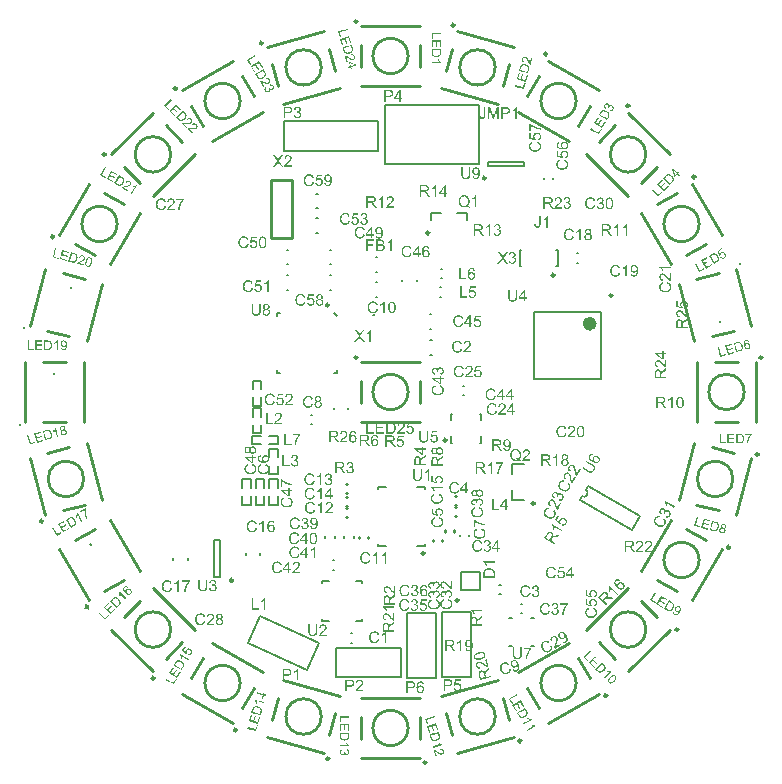
<source format=gto>
G04 Layer_Color=65535*
%FSLAX25Y25*%
%MOIN*%
G70*
G01*
G75*
%ADD83C,0.01000*%
%ADD97C,0.00984*%
%ADD98C,0.00787*%
%ADD99C,0.00394*%
%ADD100C,0.02362*%
%ADD101C,0.01000*%
%ADD102C,0.00500*%
G36*
X63406Y50600D02*
X62934D01*
Y53602D01*
X62928Y53597D01*
X62901Y53575D01*
X62867Y53541D01*
X62812Y53503D01*
X62751Y53453D01*
X62673Y53397D01*
X62584Y53336D01*
X62484Y53275D01*
X62479D01*
X62473Y53270D01*
X62440Y53247D01*
X62384Y53220D01*
X62318Y53186D01*
X62240Y53148D01*
X62157Y53109D01*
X62073Y53070D01*
X61990Y53036D01*
Y53491D01*
X61996D01*
X62007Y53503D01*
X62029Y53508D01*
X62057Y53525D01*
X62090Y53541D01*
X62129Y53564D01*
X62223Y53619D01*
X62334Y53680D01*
X62445Y53758D01*
X62562Y53847D01*
X62678Y53941D01*
X62684Y53947D01*
X62690Y53952D01*
X62706Y53969D01*
X62728Y53986D01*
X62778Y54041D01*
X62845Y54108D01*
X62911Y54185D01*
X62984Y54274D01*
X63045Y54363D01*
X63100Y54457D01*
X63406D01*
Y50600D01*
D02*
G37*
G36*
X65947Y54452D02*
X65992Y54446D01*
X66042Y54441D01*
X66097Y54435D01*
X66153Y54418D01*
X66286Y54385D01*
X66419Y54335D01*
X66486Y54302D01*
X66552Y54263D01*
X66613Y54213D01*
X66675Y54163D01*
X66680Y54158D01*
X66686Y54152D01*
X66702Y54135D01*
X66724Y54113D01*
X66747Y54080D01*
X66774Y54047D01*
X66830Y53963D01*
X66885Y53858D01*
X66935Y53736D01*
X66974Y53597D01*
X66980Y53525D01*
X66985Y53447D01*
Y53442D01*
Y53436D01*
Y53403D01*
X66980Y53353D01*
X66969Y53292D01*
X66952Y53214D01*
X66924Y53136D01*
X66891Y53059D01*
X66841Y52981D01*
X66835Y52970D01*
X66813Y52948D01*
X66780Y52914D01*
X66736Y52870D01*
X66675Y52820D01*
X66602Y52770D01*
X66519Y52720D01*
X66419Y52676D01*
X66425D01*
X66436Y52670D01*
X66452Y52665D01*
X66475Y52653D01*
X66541Y52626D01*
X66619Y52587D01*
X66702Y52531D01*
X66791Y52470D01*
X66874Y52393D01*
X66952Y52304D01*
Y52298D01*
X66957Y52293D01*
X66980Y52259D01*
X67013Y52204D01*
X67046Y52132D01*
X67080Y52043D01*
X67113Y51938D01*
X67135Y51821D01*
X67141Y51693D01*
Y51688D01*
Y51671D01*
Y51643D01*
X67135Y51610D01*
X67129Y51571D01*
X67124Y51521D01*
X67113Y51466D01*
X67096Y51405D01*
X67057Y51277D01*
X67030Y51205D01*
X66991Y51138D01*
X66952Y51066D01*
X66908Y51000D01*
X66852Y50933D01*
X66791Y50866D01*
X66786Y50861D01*
X66774Y50850D01*
X66758Y50833D01*
X66730Y50816D01*
X66691Y50789D01*
X66652Y50761D01*
X66602Y50733D01*
X66547Y50700D01*
X66486Y50667D01*
X66414Y50639D01*
X66336Y50611D01*
X66258Y50583D01*
X66169Y50567D01*
X66075Y50550D01*
X65981Y50539D01*
X65875Y50533D01*
X65820D01*
X65781Y50539D01*
X65731Y50545D01*
X65675Y50550D01*
X65614Y50561D01*
X65548Y50578D01*
X65398Y50617D01*
X65320Y50644D01*
X65248Y50672D01*
X65170Y50711D01*
X65093Y50755D01*
X65021Y50805D01*
X64954Y50866D01*
X64948Y50872D01*
X64937Y50883D01*
X64921Y50900D01*
X64899Y50927D01*
X64876Y50961D01*
X64843Y51000D01*
X64815Y51044D01*
X64782Y51099D01*
X64749Y51155D01*
X64721Y51222D01*
X64665Y51360D01*
X64643Y51444D01*
X64626Y51527D01*
X64615Y51616D01*
X64610Y51704D01*
Y51710D01*
Y51721D01*
Y51743D01*
X64615Y51766D01*
Y51799D01*
X64621Y51838D01*
X64632Y51926D01*
X64654Y52026D01*
X64688Y52126D01*
X64737Y52232D01*
X64799Y52332D01*
Y52337D01*
X64810Y52343D01*
X64832Y52371D01*
X64876Y52415D01*
X64937Y52470D01*
X65015Y52526D01*
X65109Y52587D01*
X65215Y52637D01*
X65342Y52676D01*
X65337D01*
X65331Y52681D01*
X65315Y52687D01*
X65293Y52698D01*
X65243Y52720D01*
X65176Y52753D01*
X65104Y52798D01*
X65032Y52853D01*
X64965Y52914D01*
X64904Y52981D01*
X64899Y52992D01*
X64882Y53014D01*
X64860Y53059D01*
X64837Y53114D01*
X64810Y53186D01*
X64788Y53270D01*
X64771Y53364D01*
X64765Y53464D01*
Y53469D01*
Y53480D01*
Y53503D01*
X64771Y53536D01*
X64776Y53569D01*
X64782Y53614D01*
X64804Y53708D01*
X64837Y53819D01*
X64893Y53936D01*
X64926Y53997D01*
X64965Y54058D01*
X65015Y54113D01*
X65065Y54169D01*
X65070Y54174D01*
X65082Y54180D01*
X65098Y54196D01*
X65121Y54213D01*
X65148Y54235D01*
X65187Y54257D01*
X65231Y54285D01*
X65276Y54313D01*
X65331Y54341D01*
X65392Y54368D01*
X65459Y54391D01*
X65531Y54413D01*
X65687Y54446D01*
X65775Y54452D01*
X65864Y54457D01*
X65914D01*
X65947Y54452D01*
D02*
G37*
G36*
X-74296Y-62698D02*
X-74246Y-62704D01*
X-74185Y-62709D01*
X-74124Y-62715D01*
X-74052Y-62732D01*
X-73902Y-62765D01*
X-73736Y-62815D01*
X-73652Y-62848D01*
X-73575Y-62887D01*
X-73497Y-62937D01*
X-73419Y-62987D01*
X-73414Y-62993D01*
X-73403Y-62998D01*
X-73381Y-63015D01*
X-73353Y-63042D01*
X-73325Y-63070D01*
X-73286Y-63109D01*
X-73247Y-63153D01*
X-73203Y-63198D01*
X-73159Y-63253D01*
X-73114Y-63320D01*
X-73064Y-63386D01*
X-73020Y-63459D01*
X-72981Y-63542D01*
X-72937Y-63625D01*
X-72903Y-63714D01*
X-72870Y-63814D01*
X-73369Y-63930D01*
Y-63925D01*
X-73375Y-63914D01*
X-73386Y-63892D01*
X-73397Y-63864D01*
X-73408Y-63831D01*
X-73425Y-63786D01*
X-73469Y-63697D01*
X-73525Y-63598D01*
X-73592Y-63498D01*
X-73675Y-63403D01*
X-73764Y-63320D01*
X-73775Y-63309D01*
X-73808Y-63287D01*
X-73864Y-63259D01*
X-73936Y-63220D01*
X-74030Y-63187D01*
X-74135Y-63153D01*
X-74263Y-63131D01*
X-74402Y-63126D01*
X-74446D01*
X-74474Y-63131D01*
X-74513D01*
X-74557Y-63137D01*
X-74663Y-63153D01*
X-74779Y-63176D01*
X-74901Y-63214D01*
X-75029Y-63270D01*
X-75146Y-63342D01*
X-75151D01*
X-75157Y-63353D01*
X-75195Y-63381D01*
X-75245Y-63425D01*
X-75306Y-63492D01*
X-75379Y-63575D01*
X-75445Y-63670D01*
X-75506Y-63786D01*
X-75562Y-63914D01*
Y-63919D01*
X-75567Y-63930D01*
X-75573Y-63947D01*
X-75578Y-63975D01*
X-75590Y-64008D01*
X-75601Y-64047D01*
X-75617Y-64141D01*
X-75639Y-64252D01*
X-75662Y-64375D01*
X-75673Y-64508D01*
X-75678Y-64652D01*
Y-64657D01*
Y-64674D01*
Y-64702D01*
Y-64735D01*
X-75673Y-64774D01*
Y-64824D01*
X-75667Y-64880D01*
X-75662Y-64941D01*
X-75645Y-65074D01*
X-75617Y-65218D01*
X-75584Y-65362D01*
X-75539Y-65507D01*
Y-65512D01*
X-75534Y-65523D01*
X-75523Y-65540D01*
X-75512Y-65568D01*
X-75479Y-65634D01*
X-75428Y-65712D01*
X-75367Y-65801D01*
X-75290Y-65895D01*
X-75201Y-65978D01*
X-75096Y-66056D01*
X-75090D01*
X-75079Y-66062D01*
X-75062Y-66073D01*
X-75040Y-66084D01*
X-75012Y-66095D01*
X-74979Y-66112D01*
X-74901Y-66145D01*
X-74801Y-66178D01*
X-74690Y-66206D01*
X-74568Y-66228D01*
X-74441Y-66234D01*
X-74402D01*
X-74369Y-66228D01*
X-74330D01*
X-74291Y-66223D01*
X-74191Y-66200D01*
X-74074Y-66173D01*
X-73958Y-66128D01*
X-73836Y-66067D01*
X-73775Y-66034D01*
X-73719Y-65990D01*
X-73714Y-65984D01*
X-73708Y-65978D01*
X-73691Y-65962D01*
X-73669Y-65945D01*
X-73647Y-65917D01*
X-73619Y-65884D01*
X-73586Y-65851D01*
X-73558Y-65806D01*
X-73525Y-65756D01*
X-73486Y-65701D01*
X-73453Y-65645D01*
X-73419Y-65579D01*
X-73392Y-65507D01*
X-73364Y-65429D01*
X-73336Y-65346D01*
X-73314Y-65257D01*
X-72803Y-65385D01*
Y-65390D01*
X-72809Y-65412D01*
X-72820Y-65446D01*
X-72837Y-65490D01*
X-72853Y-65540D01*
X-72875Y-65601D01*
X-72903Y-65668D01*
X-72937Y-65740D01*
X-73014Y-65895D01*
X-73114Y-66050D01*
X-73175Y-66128D01*
X-73236Y-66206D01*
X-73303Y-66273D01*
X-73381Y-66339D01*
X-73386Y-66345D01*
X-73397Y-66356D01*
X-73425Y-66367D01*
X-73453Y-66389D01*
X-73497Y-66417D01*
X-73541Y-66445D01*
X-73603Y-66472D01*
X-73664Y-66500D01*
X-73736Y-66533D01*
X-73813Y-66561D01*
X-73897Y-66589D01*
X-73986Y-66617D01*
X-74080Y-66639D01*
X-74180Y-66650D01*
X-74285Y-66661D01*
X-74396Y-66667D01*
X-74457D01*
X-74502Y-66661D01*
X-74552D01*
X-74613Y-66655D01*
X-74679Y-66644D01*
X-74757Y-66633D01*
X-74918Y-66606D01*
X-75085Y-66561D01*
X-75251Y-66500D01*
X-75329Y-66461D01*
X-75406Y-66417D01*
X-75412Y-66411D01*
X-75423Y-66406D01*
X-75445Y-66389D01*
X-75467Y-66367D01*
X-75501Y-66345D01*
X-75539Y-66311D01*
X-75584Y-66273D01*
X-75628Y-66228D01*
X-75673Y-66178D01*
X-75723Y-66128D01*
X-75823Y-66001D01*
X-75917Y-65851D01*
X-76000Y-65684D01*
Y-65679D01*
X-76011Y-65662D01*
X-76017Y-65634D01*
X-76034Y-65601D01*
X-76045Y-65557D01*
X-76061Y-65501D01*
X-76083Y-65440D01*
X-76100Y-65373D01*
X-76117Y-65301D01*
X-76139Y-65218D01*
X-76167Y-65046D01*
X-76189Y-64852D01*
X-76200Y-64652D01*
Y-64646D01*
Y-64624D01*
Y-64591D01*
X-76194Y-64552D01*
Y-64497D01*
X-76189Y-64441D01*
X-76183Y-64369D01*
X-76172Y-64297D01*
X-76144Y-64136D01*
X-76106Y-63958D01*
X-76050Y-63781D01*
X-75972Y-63609D01*
X-75967Y-63603D01*
X-75961Y-63586D01*
X-75950Y-63564D01*
X-75928Y-63536D01*
X-75906Y-63498D01*
X-75878Y-63453D01*
X-75806Y-63353D01*
X-75712Y-63242D01*
X-75601Y-63131D01*
X-75473Y-63020D01*
X-75323Y-62926D01*
X-75318Y-62920D01*
X-75301Y-62915D01*
X-75279Y-62904D01*
X-75251Y-62887D01*
X-75207Y-62870D01*
X-75162Y-62854D01*
X-75107Y-62832D01*
X-75046Y-62809D01*
X-74979Y-62787D01*
X-74907Y-62765D01*
X-74751Y-62732D01*
X-74574Y-62704D01*
X-74391Y-62693D01*
X-74335D01*
X-74296Y-62698D01*
D02*
G37*
G36*
X59704Y54502D02*
X59754Y54496D01*
X59815Y54491D01*
X59876Y54485D01*
X59948Y54468D01*
X60098Y54435D01*
X60264Y54385D01*
X60347Y54352D01*
X60425Y54313D01*
X60503Y54263D01*
X60581Y54213D01*
X60586Y54207D01*
X60597Y54202D01*
X60619Y54185D01*
X60647Y54158D01*
X60675Y54130D01*
X60714Y54091D01*
X60753Y54047D01*
X60797Y54002D01*
X60841Y53947D01*
X60886Y53880D01*
X60936Y53813D01*
X60980Y53741D01*
X61019Y53658D01*
X61063Y53575D01*
X61097Y53486D01*
X61130Y53386D01*
X60631Y53270D01*
Y53275D01*
X60625Y53286D01*
X60614Y53308D01*
X60603Y53336D01*
X60592Y53369D01*
X60575Y53414D01*
X60531Y53503D01*
X60475Y53602D01*
X60409Y53702D01*
X60325Y53797D01*
X60237Y53880D01*
X60225Y53891D01*
X60192Y53913D01*
X60136Y53941D01*
X60064Y53980D01*
X59970Y54013D01*
X59865Y54047D01*
X59737Y54069D01*
X59598Y54074D01*
X59554D01*
X59526Y54069D01*
X59487D01*
X59443Y54063D01*
X59337Y54047D01*
X59221Y54024D01*
X59099Y53986D01*
X58971Y53930D01*
X58855Y53858D01*
X58849D01*
X58843Y53847D01*
X58805Y53819D01*
X58755Y53775D01*
X58694Y53708D01*
X58621Y53625D01*
X58555Y53530D01*
X58494Y53414D01*
X58438Y53286D01*
Y53281D01*
X58433Y53270D01*
X58427Y53253D01*
X58422Y53225D01*
X58411Y53192D01*
X58399Y53153D01*
X58383Y53059D01*
X58361Y52948D01*
X58338Y52825D01*
X58327Y52692D01*
X58322Y52548D01*
Y52543D01*
Y52526D01*
Y52498D01*
Y52465D01*
X58327Y52426D01*
Y52376D01*
X58333Y52320D01*
X58338Y52259D01*
X58355Y52126D01*
X58383Y51982D01*
X58416Y51838D01*
X58460Y51693D01*
Y51688D01*
X58466Y51677D01*
X58477Y51660D01*
X58488Y51632D01*
X58521Y51566D01*
X58571Y51488D01*
X58632Y51399D01*
X58710Y51305D01*
X58799Y51222D01*
X58904Y51144D01*
X58910D01*
X58921Y51138D01*
X58938Y51127D01*
X58960Y51116D01*
X58988Y51105D01*
X59021Y51088D01*
X59099Y51055D01*
X59199Y51022D01*
X59310Y50994D01*
X59432Y50972D01*
X59559Y50966D01*
X59598D01*
X59632Y50972D01*
X59670D01*
X59709Y50977D01*
X59809Y51000D01*
X59926Y51027D01*
X60042Y51072D01*
X60164Y51133D01*
X60225Y51166D01*
X60281Y51210D01*
X60286Y51216D01*
X60292Y51222D01*
X60309Y51238D01*
X60331Y51255D01*
X60353Y51283D01*
X60381Y51316D01*
X60414Y51349D01*
X60442Y51394D01*
X60475Y51444D01*
X60514Y51499D01*
X60547Y51555D01*
X60581Y51621D01*
X60608Y51693D01*
X60636Y51771D01*
X60664Y51854D01*
X60686Y51943D01*
X61197Y51815D01*
Y51810D01*
X61191Y51788D01*
X61180Y51754D01*
X61163Y51710D01*
X61147Y51660D01*
X61124Y51599D01*
X61097Y51532D01*
X61063Y51460D01*
X60986Y51305D01*
X60886Y51149D01*
X60825Y51072D01*
X60764Y50994D01*
X60697Y50927D01*
X60619Y50861D01*
X60614Y50855D01*
X60603Y50844D01*
X60575Y50833D01*
X60547Y50811D01*
X60503Y50783D01*
X60458Y50755D01*
X60397Y50728D01*
X60336Y50700D01*
X60264Y50667D01*
X60186Y50639D01*
X60103Y50611D01*
X60014Y50583D01*
X59920Y50561D01*
X59820Y50550D01*
X59715Y50539D01*
X59604Y50533D01*
X59543D01*
X59498Y50539D01*
X59448D01*
X59387Y50545D01*
X59321Y50556D01*
X59243Y50567D01*
X59082Y50595D01*
X58916Y50639D01*
X58749Y50700D01*
X58671Y50739D01*
X58594Y50783D01*
X58588Y50789D01*
X58577Y50794D01*
X58555Y50811D01*
X58533Y50833D01*
X58499Y50855D01*
X58460Y50889D01*
X58416Y50927D01*
X58372Y50972D01*
X58327Y51022D01*
X58277Y51072D01*
X58177Y51199D01*
X58083Y51349D01*
X58000Y51516D01*
Y51521D01*
X57989Y51538D01*
X57983Y51566D01*
X57967Y51599D01*
X57955Y51643D01*
X57939Y51699D01*
X57916Y51760D01*
X57900Y51827D01*
X57883Y51899D01*
X57861Y51982D01*
X57833Y52154D01*
X57811Y52348D01*
X57800Y52548D01*
Y52554D01*
Y52576D01*
Y52609D01*
X57806Y52648D01*
Y52703D01*
X57811Y52759D01*
X57817Y52831D01*
X57828Y52903D01*
X57855Y53064D01*
X57894Y53242D01*
X57950Y53419D01*
X58027Y53591D01*
X58033Y53597D01*
X58039Y53614D01*
X58050Y53636D01*
X58072Y53664D01*
X58094Y53702D01*
X58122Y53747D01*
X58194Y53847D01*
X58288Y53958D01*
X58399Y54069D01*
X58527Y54180D01*
X58677Y54274D01*
X58682Y54280D01*
X58699Y54285D01*
X58721Y54296D01*
X58749Y54313D01*
X58793Y54330D01*
X58838Y54346D01*
X58893Y54368D01*
X58954Y54391D01*
X59021Y54413D01*
X59093Y54435D01*
X59249Y54468D01*
X59426Y54496D01*
X59609Y54507D01*
X59665D01*
X59704Y54502D01*
D02*
G37*
G36*
X75104Y42402D02*
X75154Y42396D01*
X75215Y42391D01*
X75276Y42385D01*
X75348Y42368D01*
X75498Y42335D01*
X75664Y42285D01*
X75748Y42252D01*
X75825Y42213D01*
X75903Y42163D01*
X75981Y42113D01*
X75986Y42107D01*
X75997Y42102D01*
X76019Y42085D01*
X76047Y42057D01*
X76075Y42030D01*
X76114Y41991D01*
X76153Y41947D01*
X76197Y41902D01*
X76241Y41847D01*
X76286Y41780D01*
X76336Y41714D01*
X76380Y41641D01*
X76419Y41558D01*
X76463Y41475D01*
X76497Y41386D01*
X76530Y41286D01*
X76030Y41170D01*
Y41175D01*
X76025Y41186D01*
X76014Y41208D01*
X76003Y41236D01*
X75992Y41269D01*
X75975Y41314D01*
X75931Y41403D01*
X75875Y41503D01*
X75809Y41602D01*
X75725Y41697D01*
X75637Y41780D01*
X75625Y41791D01*
X75592Y41813D01*
X75537Y41841D01*
X75464Y41880D01*
X75370Y41913D01*
X75265Y41947D01*
X75137Y41969D01*
X74998Y41974D01*
X74954D01*
X74926Y41969D01*
X74887D01*
X74843Y41963D01*
X74737Y41947D01*
X74621Y41924D01*
X74499Y41886D01*
X74371Y41830D01*
X74255Y41758D01*
X74249D01*
X74243Y41747D01*
X74204Y41719D01*
X74155Y41675D01*
X74094Y41608D01*
X74021Y41525D01*
X73955Y41430D01*
X73894Y41314D01*
X73838Y41186D01*
Y41181D01*
X73833Y41170D01*
X73827Y41153D01*
X73822Y41125D01*
X73810Y41092D01*
X73799Y41053D01*
X73783Y40959D01*
X73761Y40848D01*
X73738Y40725D01*
X73727Y40592D01*
X73722Y40448D01*
Y40442D01*
Y40426D01*
Y40398D01*
Y40365D01*
X73727Y40326D01*
Y40276D01*
X73733Y40220D01*
X73738Y40159D01*
X73755Y40026D01*
X73783Y39882D01*
X73816Y39738D01*
X73861Y39593D01*
Y39588D01*
X73866Y39577D01*
X73877Y39560D01*
X73888Y39532D01*
X73922Y39466D01*
X73971Y39388D01*
X74032Y39299D01*
X74110Y39205D01*
X74199Y39122D01*
X74304Y39044D01*
X74310D01*
X74321Y39038D01*
X74338Y39027D01*
X74360Y39016D01*
X74388Y39005D01*
X74421Y38988D01*
X74499Y38955D01*
X74599Y38922D01*
X74710Y38894D01*
X74832Y38872D01*
X74959Y38866D01*
X74998D01*
X75032Y38872D01*
X75070D01*
X75109Y38877D01*
X75209Y38900D01*
X75326Y38927D01*
X75442Y38972D01*
X75564Y39033D01*
X75625Y39066D01*
X75681Y39110D01*
X75686Y39116D01*
X75692Y39122D01*
X75709Y39138D01*
X75731Y39155D01*
X75753Y39183D01*
X75781Y39216D01*
X75814Y39249D01*
X75842Y39294D01*
X75875Y39344D01*
X75914Y39399D01*
X75947Y39455D01*
X75981Y39521D01*
X76008Y39593D01*
X76036Y39671D01*
X76064Y39754D01*
X76086Y39843D01*
X76597Y39715D01*
Y39710D01*
X76591Y39688D01*
X76580Y39654D01*
X76563Y39610D01*
X76547Y39560D01*
X76525Y39499D01*
X76497Y39432D01*
X76463Y39360D01*
X76386Y39205D01*
X76286Y39050D01*
X76225Y38972D01*
X76164Y38894D01*
X76097Y38827D01*
X76019Y38761D01*
X76014Y38755D01*
X76003Y38744D01*
X75975Y38733D01*
X75947Y38711D01*
X75903Y38683D01*
X75858Y38655D01*
X75797Y38628D01*
X75736Y38600D01*
X75664Y38567D01*
X75586Y38539D01*
X75503Y38511D01*
X75414Y38483D01*
X75320Y38461D01*
X75220Y38450D01*
X75115Y38439D01*
X75004Y38433D01*
X74943D01*
X74898Y38439D01*
X74848D01*
X74787Y38445D01*
X74721Y38456D01*
X74643Y38467D01*
X74482Y38495D01*
X74316Y38539D01*
X74149Y38600D01*
X74071Y38639D01*
X73994Y38683D01*
X73988Y38689D01*
X73977Y38694D01*
X73955Y38711D01*
X73933Y38733D01*
X73899Y38755D01*
X73861Y38789D01*
X73816Y38827D01*
X73772Y38872D01*
X73727Y38922D01*
X73677Y38972D01*
X73577Y39099D01*
X73483Y39249D01*
X73400Y39416D01*
Y39421D01*
X73389Y39438D01*
X73383Y39466D01*
X73366Y39499D01*
X73355Y39543D01*
X73339Y39599D01*
X73317Y39660D01*
X73300Y39726D01*
X73283Y39799D01*
X73261Y39882D01*
X73233Y40054D01*
X73211Y40248D01*
X73200Y40448D01*
Y40454D01*
Y40476D01*
Y40509D01*
X73206Y40548D01*
Y40603D01*
X73211Y40659D01*
X73217Y40731D01*
X73228Y40803D01*
X73255Y40964D01*
X73294Y41142D01*
X73350Y41319D01*
X73427Y41491D01*
X73433Y41497D01*
X73439Y41514D01*
X73450Y41536D01*
X73472Y41564D01*
X73494Y41602D01*
X73522Y41647D01*
X73594Y41747D01*
X73688Y41858D01*
X73799Y41969D01*
X73927Y42080D01*
X74077Y42174D01*
X74082Y42180D01*
X74099Y42185D01*
X74121Y42196D01*
X74149Y42213D01*
X74193Y42230D01*
X74238Y42246D01*
X74293Y42268D01*
X74354Y42291D01*
X74421Y42313D01*
X74493Y42335D01*
X74649Y42368D01*
X74826Y42396D01*
X75009Y42407D01*
X75065D01*
X75104Y42402D01*
D02*
G37*
G36*
X81286Y42352D02*
X81314D01*
X81353Y42346D01*
X81447Y42329D01*
X81553Y42307D01*
X81669Y42268D01*
X81786Y42219D01*
X81902Y42152D01*
X81908D01*
X81914Y42141D01*
X81930Y42130D01*
X81952Y42113D01*
X82008Y42069D01*
X82080Y42008D01*
X82152Y41924D01*
X82235Y41824D01*
X82308Y41708D01*
X82374Y41575D01*
Y41569D01*
X82380Y41558D01*
X82391Y41536D01*
X82402Y41508D01*
X82413Y41469D01*
X82430Y41419D01*
X82441Y41364D01*
X82457Y41303D01*
X82474Y41231D01*
X82491Y41147D01*
X82502Y41059D01*
X82513Y40964D01*
X82524Y40859D01*
X82535Y40748D01*
X82541Y40626D01*
Y40498D01*
Y40492D01*
Y40465D01*
Y40426D01*
Y40376D01*
X82535Y40315D01*
Y40243D01*
X82529Y40159D01*
X82518Y40076D01*
X82502Y39887D01*
X82474Y39688D01*
X82435Y39499D01*
X82407Y39405D01*
X82380Y39321D01*
Y39316D01*
X82374Y39305D01*
X82363Y39283D01*
X82352Y39249D01*
X82335Y39216D01*
X82313Y39172D01*
X82258Y39077D01*
X82191Y38972D01*
X82113Y38861D01*
X82013Y38755D01*
X81902Y38661D01*
X81897D01*
X81886Y38650D01*
X81869Y38639D01*
X81847Y38628D01*
X81814Y38611D01*
X81780Y38589D01*
X81736Y38567D01*
X81691Y38550D01*
X81586Y38506D01*
X81458Y38467D01*
X81320Y38445D01*
X81164Y38433D01*
X81120D01*
X81092Y38439D01*
X81053D01*
X81009Y38445D01*
X80903Y38467D01*
X80787Y38495D01*
X80665Y38539D01*
X80543Y38600D01*
X80482Y38639D01*
X80426Y38683D01*
X80421Y38689D01*
X80415Y38694D01*
X80398Y38711D01*
X80382Y38728D01*
X80360Y38755D01*
X80332Y38789D01*
X80276Y38866D01*
X80221Y38966D01*
X80165Y39088D01*
X80121Y39227D01*
X80088Y39388D01*
X80543Y39427D01*
Y39421D01*
X80548Y39410D01*
Y39399D01*
X80554Y39377D01*
X80570Y39316D01*
X80593Y39249D01*
X80620Y39172D01*
X80659Y39094D01*
X80704Y39022D01*
X80759Y38961D01*
X80765Y38955D01*
X80787Y38939D01*
X80826Y38916D01*
X80870Y38894D01*
X80931Y38866D01*
X81003Y38844D01*
X81086Y38827D01*
X81175Y38822D01*
X81214D01*
X81253Y38827D01*
X81303Y38833D01*
X81364Y38844D01*
X81425Y38861D01*
X81492Y38883D01*
X81553Y38916D01*
X81558Y38922D01*
X81581Y38933D01*
X81614Y38955D01*
X81647Y38988D01*
X81691Y39027D01*
X81736Y39072D01*
X81780Y39122D01*
X81825Y39183D01*
X81830Y39188D01*
X81841Y39216D01*
X81863Y39255D01*
X81886Y39305D01*
X81914Y39371D01*
X81941Y39449D01*
X81969Y39538D01*
X81997Y39638D01*
Y39643D01*
X82002Y39649D01*
Y39665D01*
X82008Y39688D01*
X82019Y39743D01*
X82036Y39815D01*
X82047Y39904D01*
X82058Y39998D01*
X82063Y40104D01*
X82069Y40215D01*
Y40220D01*
Y40237D01*
Y40265D01*
Y40309D01*
X82063Y40298D01*
X82041Y40270D01*
X82008Y40232D01*
X81969Y40176D01*
X81914Y40121D01*
X81847Y40060D01*
X81769Y39998D01*
X81680Y39943D01*
X81669Y39937D01*
X81636Y39921D01*
X81586Y39899D01*
X81525Y39876D01*
X81442Y39849D01*
X81353Y39826D01*
X81253Y39810D01*
X81148Y39804D01*
X81103D01*
X81070Y39810D01*
X81025Y39815D01*
X80981Y39821D01*
X80926Y39832D01*
X80870Y39849D01*
X80742Y39887D01*
X80676Y39915D01*
X80609Y39949D01*
X80537Y39987D01*
X80471Y40037D01*
X80404Y40087D01*
X80343Y40148D01*
X80337Y40154D01*
X80326Y40165D01*
X80315Y40182D01*
X80293Y40209D01*
X80265Y40248D01*
X80237Y40287D01*
X80210Y40337D01*
X80182Y40393D01*
X80149Y40454D01*
X80121Y40520D01*
X80093Y40598D01*
X80065Y40676D01*
X80043Y40764D01*
X80032Y40859D01*
X80021Y40953D01*
X80015Y41059D01*
Y41064D01*
Y41086D01*
Y41114D01*
X80021Y41153D01*
X80027Y41203D01*
X80032Y41264D01*
X80043Y41325D01*
X80060Y41397D01*
X80099Y41541D01*
X80126Y41619D01*
X80160Y41702D01*
X80199Y41780D01*
X80248Y41852D01*
X80299Y41930D01*
X80360Y41996D01*
X80365Y42002D01*
X80376Y42013D01*
X80393Y42030D01*
X80421Y42052D01*
X80454Y42080D01*
X80498Y42113D01*
X80543Y42141D01*
X80598Y42180D01*
X80654Y42213D01*
X80720Y42241D01*
X80870Y42302D01*
X80948Y42324D01*
X81037Y42341D01*
X81125Y42352D01*
X81220Y42357D01*
X81259D01*
X81286Y42352D01*
D02*
G37*
G36*
X78806Y38500D02*
X78334D01*
Y41503D01*
X78328Y41497D01*
X78300Y41475D01*
X78267Y41442D01*
X78212Y41403D01*
X78151Y41353D01*
X78073Y41297D01*
X77984Y41236D01*
X77884Y41175D01*
X77879D01*
X77873Y41170D01*
X77840Y41147D01*
X77784Y41120D01*
X77718Y41086D01*
X77640Y41047D01*
X77557Y41009D01*
X77473Y40970D01*
X77390Y40936D01*
Y41392D01*
X77396D01*
X77407Y41403D01*
X77429Y41408D01*
X77457Y41425D01*
X77490Y41442D01*
X77529Y41464D01*
X77623Y41519D01*
X77734Y41580D01*
X77845Y41658D01*
X77962Y41747D01*
X78078Y41841D01*
X78084Y41847D01*
X78089Y41852D01*
X78106Y41869D01*
X78128Y41886D01*
X78178Y41941D01*
X78245Y42008D01*
X78312Y42085D01*
X78384Y42174D01*
X78445Y42263D01*
X78500Y42357D01*
X78806D01*
Y38500D01*
D02*
G37*
G36*
X-66865Y-63181D02*
X-66870Y-63187D01*
X-66882Y-63198D01*
X-66904Y-63220D01*
X-66926Y-63253D01*
X-66959Y-63292D01*
X-67004Y-63337D01*
X-67048Y-63392D01*
X-67098Y-63459D01*
X-67148Y-63525D01*
X-67209Y-63603D01*
X-67270Y-63692D01*
X-67331Y-63781D01*
X-67398Y-63880D01*
X-67464Y-63986D01*
X-67531Y-64103D01*
X-67598Y-64219D01*
X-67603Y-64225D01*
X-67614Y-64247D01*
X-67631Y-64280D01*
X-67659Y-64330D01*
X-67686Y-64391D01*
X-67720Y-64458D01*
X-67759Y-64535D01*
X-67797Y-64624D01*
X-67842Y-64724D01*
X-67892Y-64824D01*
X-67936Y-64935D01*
X-67980Y-65052D01*
X-68069Y-65290D01*
X-68152Y-65545D01*
Y-65551D01*
X-68158Y-65568D01*
X-68164Y-65596D01*
X-68175Y-65629D01*
X-68186Y-65673D01*
X-68197Y-65729D01*
X-68213Y-65790D01*
X-68225Y-65856D01*
X-68241Y-65934D01*
X-68258Y-66017D01*
X-68286Y-66195D01*
X-68313Y-66389D01*
X-68330Y-66600D01*
X-68813D01*
Y-66594D01*
Y-66578D01*
Y-66556D01*
X-68807Y-66522D01*
Y-66478D01*
X-68802Y-66422D01*
X-68796Y-66361D01*
X-68791Y-66295D01*
X-68780Y-66217D01*
X-68769Y-66139D01*
X-68752Y-66045D01*
X-68735Y-65951D01*
X-68719Y-65851D01*
X-68696Y-65740D01*
X-68641Y-65512D01*
Y-65507D01*
X-68635Y-65484D01*
X-68624Y-65451D01*
X-68608Y-65401D01*
X-68591Y-65346D01*
X-68569Y-65279D01*
X-68547Y-65201D01*
X-68513Y-65118D01*
X-68480Y-65024D01*
X-68447Y-64929D01*
X-68363Y-64719D01*
X-68264Y-64497D01*
X-68152Y-64275D01*
X-68147Y-64269D01*
X-68136Y-64247D01*
X-68119Y-64219D01*
X-68097Y-64175D01*
X-68069Y-64125D01*
X-68030Y-64064D01*
X-67992Y-63997D01*
X-67947Y-63925D01*
X-67842Y-63764D01*
X-67731Y-63598D01*
X-67603Y-63425D01*
X-67470Y-63264D01*
X-69351D01*
Y-62809D01*
X-66865D01*
Y-63181D01*
D02*
G37*
G36*
X16190Y-27943D02*
X16235Y-27948D01*
X16285Y-27954D01*
X16345Y-27965D01*
X16407Y-27976D01*
X16551Y-28009D01*
X16701Y-28065D01*
X16778Y-28098D01*
X16851Y-28142D01*
X16928Y-28187D01*
X17000Y-28242D01*
X17006Y-28248D01*
X17023Y-28259D01*
X17045Y-28281D01*
X17073Y-28309D01*
X17106Y-28348D01*
X17150Y-28392D01*
X17189Y-28448D01*
X17233Y-28509D01*
X17278Y-28575D01*
X17317Y-28653D01*
X17356Y-28736D01*
X17394Y-28825D01*
X17422Y-28920D01*
X17444Y-29025D01*
X17461Y-29136D01*
X17467Y-29252D01*
Y-29258D01*
Y-29275D01*
Y-29302D01*
X17461Y-29341D01*
X17456Y-29386D01*
X17450Y-29436D01*
X17444Y-29497D01*
X17428Y-29558D01*
X17394Y-29697D01*
X17345Y-29835D01*
X17311Y-29907D01*
X17272Y-29980D01*
X17228Y-30046D01*
X17178Y-30113D01*
X17173Y-30118D01*
X17167Y-30129D01*
X17145Y-30141D01*
X17122Y-30163D01*
X17095Y-30190D01*
X17061Y-30218D01*
X17017Y-30252D01*
X16967Y-30279D01*
X16917Y-30312D01*
X16856Y-30346D01*
X16723Y-30407D01*
X16567Y-30457D01*
X16484Y-30474D01*
X16395Y-30485D01*
X16357Y-29991D01*
X16373D01*
X16390Y-29985D01*
X16418Y-29980D01*
X16479Y-29963D01*
X16562Y-29941D01*
X16645Y-29907D01*
X16739Y-29863D01*
X16823Y-29807D01*
X16901Y-29741D01*
X16906Y-29730D01*
X16928Y-29708D01*
X16956Y-29663D01*
X16989Y-29602D01*
X17023Y-29536D01*
X17050Y-29452D01*
X17073Y-29358D01*
X17078Y-29252D01*
Y-29247D01*
Y-29236D01*
Y-29219D01*
X17073Y-29197D01*
X17067Y-29130D01*
X17045Y-29053D01*
X17017Y-28958D01*
X16973Y-28864D01*
X16906Y-28764D01*
X16867Y-28720D01*
X16823Y-28675D01*
X16817Y-28670D01*
X16812Y-28664D01*
X16795Y-28653D01*
X16778Y-28637D01*
X16717Y-28598D01*
X16640Y-28553D01*
X16545Y-28514D01*
X16429Y-28475D01*
X16290Y-28448D01*
X16218Y-28437D01*
X16101D01*
X16074Y-28442D01*
X16040D01*
X16001Y-28448D01*
X15913Y-28464D01*
X15807Y-28492D01*
X15702Y-28531D01*
X15602Y-28587D01*
X15507Y-28664D01*
X15502D01*
X15496Y-28675D01*
X15469Y-28703D01*
X15430Y-28753D01*
X15385Y-28820D01*
X15347Y-28908D01*
X15308Y-29008D01*
X15280Y-29125D01*
X15269Y-29191D01*
Y-29258D01*
Y-29269D01*
Y-29297D01*
X15274Y-29341D01*
X15280Y-29397D01*
X15296Y-29463D01*
X15313Y-29530D01*
X15341Y-29602D01*
X15374Y-29674D01*
X15380Y-29680D01*
X15391Y-29702D01*
X15419Y-29735D01*
X15446Y-29780D01*
X15485Y-29824D01*
X15535Y-29869D01*
X15585Y-29919D01*
X15646Y-29957D01*
X15585Y-30401D01*
X13609Y-30029D01*
Y-28120D01*
X14059D01*
Y-29658D01*
X15097Y-29863D01*
X15091Y-29858D01*
X15086Y-29846D01*
X15075Y-29830D01*
X15058Y-29802D01*
X15041Y-29769D01*
X15019Y-29730D01*
X14975Y-29641D01*
X14930Y-29530D01*
X14891Y-29408D01*
X14864Y-29275D01*
X14852Y-29208D01*
Y-29136D01*
Y-29130D01*
Y-29114D01*
Y-29086D01*
X14858Y-29053D01*
X14864Y-29008D01*
X14869Y-28958D01*
X14880Y-28903D01*
X14897Y-28842D01*
X14936Y-28709D01*
X14964Y-28637D01*
X15002Y-28564D01*
X15041Y-28492D01*
X15086Y-28420D01*
X15141Y-28353D01*
X15202Y-28287D01*
X15208Y-28281D01*
X15219Y-28270D01*
X15236Y-28253D01*
X15263Y-28231D01*
X15302Y-28204D01*
X15341Y-28176D01*
X15391Y-28142D01*
X15446Y-28109D01*
X15507Y-28082D01*
X15574Y-28048D01*
X15652Y-28020D01*
X15729Y-27993D01*
X15813Y-27970D01*
X15907Y-27954D01*
X16001Y-27943D01*
X16101Y-27937D01*
X16151D01*
X16190Y-27943D01*
D02*
G37*
G36*
X17400Y-32166D02*
X14398D01*
X14403Y-32172D01*
X14425Y-32199D01*
X14458Y-32233D01*
X14497Y-32288D01*
X14547Y-32349D01*
X14603Y-32427D01*
X14664Y-32516D01*
X14725Y-32616D01*
Y-32621D01*
X14730Y-32627D01*
X14753Y-32660D01*
X14780Y-32716D01*
X14814Y-32782D01*
X14852Y-32860D01*
X14891Y-32943D01*
X14930Y-33026D01*
X14964Y-33110D01*
X14508D01*
Y-33104D01*
X14497Y-33093D01*
X14492Y-33071D01*
X14475Y-33043D01*
X14458Y-33010D01*
X14436Y-32971D01*
X14381Y-32877D01*
X14320Y-32766D01*
X14242Y-32655D01*
X14153Y-32538D01*
X14059Y-32422D01*
X14053Y-32416D01*
X14048Y-32410D01*
X14031Y-32394D01*
X14015Y-32372D01*
X13959Y-32322D01*
X13892Y-32255D01*
X13815Y-32188D01*
X13726Y-32116D01*
X13637Y-32055D01*
X13543Y-32000D01*
Y-31694D01*
X17400D01*
Y-32166D01*
D02*
G37*
G36*
X16212Y-33909D02*
X16246Y-33920D01*
X16290Y-33937D01*
X16340Y-33953D01*
X16401Y-33975D01*
X16468Y-34003D01*
X16540Y-34037D01*
X16695Y-34114D01*
X16851Y-34214D01*
X16928Y-34275D01*
X17006Y-34336D01*
X17073Y-34403D01*
X17139Y-34481D01*
X17145Y-34486D01*
X17156Y-34497D01*
X17167Y-34525D01*
X17189Y-34553D01*
X17217Y-34597D01*
X17245Y-34642D01*
X17272Y-34703D01*
X17300Y-34764D01*
X17333Y-34836D01*
X17361Y-34914D01*
X17389Y-34997D01*
X17417Y-35086D01*
X17439Y-35180D01*
X17450Y-35280D01*
X17461Y-35385D01*
X17467Y-35496D01*
Y-35502D01*
Y-35524D01*
Y-35557D01*
X17461Y-35602D01*
Y-35652D01*
X17456Y-35713D01*
X17444Y-35779D01*
X17433Y-35857D01*
X17405Y-36018D01*
X17361Y-36184D01*
X17300Y-36351D01*
X17261Y-36429D01*
X17217Y-36506D01*
X17211Y-36512D01*
X17206Y-36523D01*
X17189Y-36545D01*
X17167Y-36567D01*
X17145Y-36601D01*
X17111Y-36640D01*
X17073Y-36684D01*
X17028Y-36728D01*
X16978Y-36773D01*
X16928Y-36823D01*
X16801Y-36923D01*
X16651Y-37017D01*
X16484Y-37100D01*
X16479D01*
X16462Y-37111D01*
X16434Y-37117D01*
X16401Y-37133D01*
X16357Y-37145D01*
X16301Y-37161D01*
X16240Y-37183D01*
X16173Y-37200D01*
X16101Y-37217D01*
X16018Y-37239D01*
X15846Y-37267D01*
X15652Y-37289D01*
X15452Y-37300D01*
X15391D01*
X15352Y-37295D01*
X15296D01*
X15241Y-37289D01*
X15169Y-37283D01*
X15097Y-37272D01*
X14936Y-37244D01*
X14758Y-37206D01*
X14581Y-37150D01*
X14409Y-37072D01*
X14403Y-37067D01*
X14386Y-37061D01*
X14364Y-37050D01*
X14336Y-37028D01*
X14298Y-37006D01*
X14253Y-36978D01*
X14153Y-36906D01*
X14042Y-36812D01*
X13931Y-36701D01*
X13820Y-36573D01*
X13726Y-36423D01*
X13720Y-36417D01*
X13715Y-36401D01*
X13704Y-36379D01*
X13687Y-36351D01*
X13670Y-36307D01*
X13654Y-36262D01*
X13632Y-36207D01*
X13609Y-36146D01*
X13587Y-36079D01*
X13565Y-36007D01*
X13532Y-35851D01*
X13504Y-35674D01*
X13493Y-35491D01*
Y-35485D01*
Y-35463D01*
Y-35435D01*
X13498Y-35396D01*
X13504Y-35346D01*
X13510Y-35285D01*
X13515Y-35224D01*
X13532Y-35152D01*
X13565Y-35002D01*
X13615Y-34836D01*
X13648Y-34753D01*
X13687Y-34675D01*
X13737Y-34597D01*
X13787Y-34519D01*
X13792Y-34514D01*
X13798Y-34503D01*
X13815Y-34481D01*
X13842Y-34453D01*
X13870Y-34425D01*
X13909Y-34386D01*
X13953Y-34347D01*
X13998Y-34303D01*
X14053Y-34259D01*
X14120Y-34214D01*
X14187Y-34164D01*
X14259Y-34120D01*
X14342Y-34081D01*
X14425Y-34037D01*
X14514Y-34003D01*
X14614Y-33970D01*
X14730Y-34470D01*
X14725D01*
X14714Y-34475D01*
X14692Y-34486D01*
X14664Y-34497D01*
X14630Y-34508D01*
X14586Y-34525D01*
X14497Y-34569D01*
X14398Y-34625D01*
X14298Y-34692D01*
X14203Y-34775D01*
X14120Y-34863D01*
X14109Y-34875D01*
X14087Y-34908D01*
X14059Y-34964D01*
X14020Y-35036D01*
X13987Y-35130D01*
X13953Y-35235D01*
X13931Y-35363D01*
X13926Y-35502D01*
Y-35507D01*
Y-35524D01*
Y-35546D01*
X13931Y-35574D01*
Y-35613D01*
X13937Y-35657D01*
X13953Y-35763D01*
X13976Y-35879D01*
X14015Y-36001D01*
X14070Y-36129D01*
X14142Y-36246D01*
Y-36251D01*
X14153Y-36257D01*
X14181Y-36295D01*
X14225Y-36345D01*
X14292Y-36406D01*
X14375Y-36479D01*
X14470Y-36545D01*
X14586Y-36606D01*
X14714Y-36662D01*
X14719D01*
X14730Y-36667D01*
X14747Y-36673D01*
X14775Y-36678D01*
X14808Y-36689D01*
X14847Y-36701D01*
X14941Y-36717D01*
X15052Y-36739D01*
X15174Y-36762D01*
X15308Y-36773D01*
X15452Y-36778D01*
X15535D01*
X15574Y-36773D01*
X15624D01*
X15679Y-36767D01*
X15741Y-36762D01*
X15874Y-36745D01*
X16018Y-36717D01*
X16162Y-36684D01*
X16307Y-36640D01*
X16312D01*
X16323Y-36634D01*
X16340Y-36623D01*
X16368Y-36612D01*
X16434Y-36579D01*
X16512Y-36529D01*
X16601Y-36467D01*
X16695Y-36390D01*
X16778Y-36301D01*
X16856Y-36195D01*
Y-36190D01*
X16862Y-36179D01*
X16873Y-36162D01*
X16884Y-36140D01*
X16895Y-36112D01*
X16912Y-36079D01*
X16945Y-36001D01*
X16978Y-35901D01*
X17006Y-35790D01*
X17028Y-35668D01*
X17034Y-35541D01*
Y-35535D01*
Y-35524D01*
Y-35502D01*
X17028Y-35469D01*
Y-35430D01*
X17023Y-35391D01*
X17000Y-35291D01*
X16973Y-35174D01*
X16928Y-35058D01*
X16867Y-34936D01*
X16834Y-34875D01*
X16790Y-34819D01*
X16784Y-34814D01*
X16778Y-34808D01*
X16762Y-34791D01*
X16745Y-34769D01*
X16717Y-34747D01*
X16684Y-34719D01*
X16651Y-34686D01*
X16606Y-34658D01*
X16556Y-34625D01*
X16501Y-34586D01*
X16445Y-34553D01*
X16379Y-34519D01*
X16307Y-34492D01*
X16229Y-34464D01*
X16146Y-34436D01*
X16057Y-34414D01*
X16184Y-33903D01*
X16190D01*
X16212Y-33909D01*
D02*
G37*
G36*
X-42294Y-46700D02*
X-42766D01*
Y-43697D01*
X-42772Y-43703D01*
X-42799Y-43725D01*
X-42833Y-43758D01*
X-42888Y-43797D01*
X-42949Y-43847D01*
X-43027Y-43903D01*
X-43116Y-43964D01*
X-43216Y-44025D01*
X-43221D01*
X-43227Y-44030D01*
X-43260Y-44053D01*
X-43316Y-44080D01*
X-43382Y-44114D01*
X-43460Y-44153D01*
X-43543Y-44191D01*
X-43626Y-44230D01*
X-43710Y-44263D01*
Y-43808D01*
X-43704D01*
X-43693Y-43797D01*
X-43671Y-43792D01*
X-43643Y-43775D01*
X-43610Y-43758D01*
X-43571Y-43736D01*
X-43477Y-43681D01*
X-43366Y-43620D01*
X-43255Y-43542D01*
X-43138Y-43453D01*
X-43022Y-43359D01*
X-43016Y-43353D01*
X-43010Y-43348D01*
X-42994Y-43331D01*
X-42972Y-43314D01*
X-42922Y-43259D01*
X-42855Y-43192D01*
X-42788Y-43115D01*
X-42716Y-43026D01*
X-42655Y-42937D01*
X-42600Y-42843D01*
X-42294D01*
Y-46700D01*
D02*
G37*
G36*
X-70595Y-66600D02*
X-71066D01*
Y-63598D01*
X-71072Y-63603D01*
X-71100Y-63625D01*
X-71133Y-63658D01*
X-71188Y-63697D01*
X-71249Y-63747D01*
X-71327Y-63803D01*
X-71416Y-63864D01*
X-71516Y-63925D01*
X-71521D01*
X-71527Y-63930D01*
X-71560Y-63953D01*
X-71616Y-63980D01*
X-71682Y-64014D01*
X-71760Y-64052D01*
X-71843Y-64091D01*
X-71926Y-64130D01*
X-72010Y-64164D01*
Y-63709D01*
X-72004D01*
X-71993Y-63697D01*
X-71971Y-63692D01*
X-71943Y-63675D01*
X-71910Y-63658D01*
X-71871Y-63636D01*
X-71777Y-63581D01*
X-71666Y-63520D01*
X-71555Y-63442D01*
X-71438Y-63353D01*
X-71322Y-63259D01*
X-71316Y-63253D01*
X-71311Y-63248D01*
X-71294Y-63231D01*
X-71272Y-63214D01*
X-71222Y-63159D01*
X-71155Y-63092D01*
X-71088Y-63015D01*
X-71016Y-62926D01*
X-70955Y-62837D01*
X-70900Y-62743D01*
X-70595D01*
Y-66600D01*
D02*
G37*
G36*
X-39647Y-42848D02*
X-39608D01*
X-39564Y-42854D01*
X-39458Y-42876D01*
X-39342Y-42904D01*
X-39220Y-42948D01*
X-39098Y-43015D01*
X-39037Y-43054D01*
X-38981Y-43098D01*
X-38976Y-43104D01*
X-38970Y-43109D01*
X-38953Y-43126D01*
X-38937Y-43143D01*
X-38909Y-43170D01*
X-38887Y-43203D01*
X-38826Y-43281D01*
X-38765Y-43381D01*
X-38709Y-43503D01*
X-38659Y-43642D01*
X-38626Y-43797D01*
X-39098Y-43836D01*
Y-43831D01*
X-39103Y-43825D01*
X-39109Y-43792D01*
X-39125Y-43742D01*
X-39148Y-43681D01*
X-39170Y-43614D01*
X-39203Y-43548D01*
X-39242Y-43486D01*
X-39281Y-43437D01*
X-39292Y-43426D01*
X-39314Y-43403D01*
X-39353Y-43370D01*
X-39408Y-43331D01*
X-39481Y-43298D01*
X-39558Y-43265D01*
X-39653Y-43242D01*
X-39753Y-43231D01*
X-39791D01*
X-39836Y-43237D01*
X-39886Y-43248D01*
X-39952Y-43265D01*
X-40019Y-43287D01*
X-40086Y-43314D01*
X-40152Y-43359D01*
X-40163Y-43364D01*
X-40191Y-43387D01*
X-40230Y-43426D01*
X-40280Y-43481D01*
X-40335Y-43548D01*
X-40396Y-43625D01*
X-40452Y-43725D01*
X-40507Y-43836D01*
Y-43842D01*
X-40513Y-43853D01*
X-40519Y-43870D01*
X-40530Y-43892D01*
X-40535Y-43925D01*
X-40546Y-43964D01*
X-40557Y-44008D01*
X-40569Y-44064D01*
X-40585Y-44125D01*
X-40596Y-44191D01*
X-40607Y-44263D01*
X-40613Y-44341D01*
X-40624Y-44430D01*
X-40630Y-44519D01*
X-40635Y-44619D01*
Y-44719D01*
X-40630Y-44713D01*
X-40607Y-44680D01*
X-40569Y-44635D01*
X-40519Y-44580D01*
X-40463Y-44513D01*
X-40391Y-44452D01*
X-40313Y-44391D01*
X-40224Y-44336D01*
X-40219D01*
X-40213Y-44330D01*
X-40180Y-44313D01*
X-40130Y-44297D01*
X-40063Y-44269D01*
X-39986Y-44247D01*
X-39897Y-44230D01*
X-39803Y-44214D01*
X-39703Y-44208D01*
X-39658D01*
X-39625Y-44214D01*
X-39581Y-44219D01*
X-39536Y-44225D01*
X-39481Y-44236D01*
X-39425Y-44252D01*
X-39298Y-44291D01*
X-39231Y-44319D01*
X-39164Y-44358D01*
X-39098Y-44397D01*
X-39026Y-44441D01*
X-38959Y-44497D01*
X-38898Y-44558D01*
X-38892Y-44563D01*
X-38881Y-44574D01*
X-38865Y-44591D01*
X-38848Y-44619D01*
X-38820Y-44658D01*
X-38792Y-44696D01*
X-38765Y-44746D01*
X-38731Y-44802D01*
X-38698Y-44863D01*
X-38670Y-44930D01*
X-38643Y-45007D01*
X-38615Y-45085D01*
X-38598Y-45168D01*
X-38581Y-45263D01*
X-38570Y-45357D01*
X-38565Y-45457D01*
Y-45462D01*
Y-45474D01*
Y-45490D01*
Y-45518D01*
X-38570Y-45551D01*
Y-45584D01*
X-38587Y-45673D01*
X-38604Y-45779D01*
X-38631Y-45890D01*
X-38670Y-46012D01*
X-38726Y-46128D01*
Y-46134D01*
X-38731Y-46139D01*
X-38743Y-46156D01*
X-38754Y-46178D01*
X-38787Y-46234D01*
X-38837Y-46306D01*
X-38898Y-46384D01*
X-38970Y-46461D01*
X-39059Y-46539D01*
X-39153Y-46606D01*
X-39159D01*
X-39164Y-46611D01*
X-39181Y-46622D01*
X-39203Y-46628D01*
X-39259Y-46656D01*
X-39331Y-46683D01*
X-39425Y-46717D01*
X-39531Y-46739D01*
X-39647Y-46761D01*
X-39775Y-46767D01*
X-39803D01*
X-39830Y-46761D01*
X-39875D01*
X-39925Y-46755D01*
X-39980Y-46744D01*
X-40047Y-46728D01*
X-40113Y-46711D01*
X-40191Y-46689D01*
X-40269Y-46661D01*
X-40346Y-46628D01*
X-40430Y-46583D01*
X-40507Y-46534D01*
X-40585Y-46478D01*
X-40663Y-46411D01*
X-40735Y-46334D01*
X-40740Y-46328D01*
X-40752Y-46312D01*
X-40768Y-46289D01*
X-40790Y-46251D01*
X-40824Y-46200D01*
X-40852Y-46145D01*
X-40885Y-46073D01*
X-40918Y-45995D01*
X-40957Y-45901D01*
X-40990Y-45795D01*
X-41018Y-45679D01*
X-41046Y-45551D01*
X-41074Y-45407D01*
X-41090Y-45251D01*
X-41101Y-45085D01*
X-41107Y-44907D01*
Y-44902D01*
Y-44896D01*
Y-44880D01*
Y-44857D01*
X-41101Y-44802D01*
Y-44724D01*
X-41096Y-44635D01*
X-41085Y-44530D01*
X-41074Y-44413D01*
X-41057Y-44286D01*
X-41035Y-44158D01*
X-41007Y-44019D01*
X-40974Y-43886D01*
X-40935Y-43753D01*
X-40885Y-43625D01*
X-40829Y-43503D01*
X-40768Y-43387D01*
X-40696Y-43287D01*
X-40691Y-43281D01*
X-40679Y-43270D01*
X-40657Y-43248D01*
X-40630Y-43215D01*
X-40596Y-43181D01*
X-40552Y-43148D01*
X-40496Y-43104D01*
X-40441Y-43065D01*
X-40374Y-43026D01*
X-40302Y-42981D01*
X-40219Y-42948D01*
X-40136Y-42909D01*
X-40041Y-42882D01*
X-39941Y-42859D01*
X-39836Y-42848D01*
X-39725Y-42843D01*
X-39680D01*
X-39647Y-42848D01*
D02*
G37*
G36*
X-45996Y-42798D02*
X-45946Y-42804D01*
X-45885Y-42809D01*
X-45824Y-42815D01*
X-45752Y-42832D01*
X-45602Y-42865D01*
X-45436Y-42915D01*
X-45353Y-42948D01*
X-45275Y-42987D01*
X-45197Y-43037D01*
X-45120Y-43087D01*
X-45114Y-43093D01*
X-45103Y-43098D01*
X-45081Y-43115D01*
X-45053Y-43143D01*
X-45025Y-43170D01*
X-44986Y-43209D01*
X-44947Y-43253D01*
X-44903Y-43298D01*
X-44859Y-43353D01*
X-44814Y-43420D01*
X-44764Y-43486D01*
X-44720Y-43559D01*
X-44681Y-43642D01*
X-44637Y-43725D01*
X-44603Y-43814D01*
X-44570Y-43914D01*
X-45070Y-44030D01*
Y-44025D01*
X-45075Y-44014D01*
X-45086Y-43992D01*
X-45097Y-43964D01*
X-45108Y-43931D01*
X-45125Y-43886D01*
X-45169Y-43797D01*
X-45225Y-43697D01*
X-45292Y-43598D01*
X-45375Y-43503D01*
X-45463Y-43420D01*
X-45475Y-43409D01*
X-45508Y-43387D01*
X-45564Y-43359D01*
X-45636Y-43320D01*
X-45730Y-43287D01*
X-45835Y-43253D01*
X-45963Y-43231D01*
X-46102Y-43226D01*
X-46146D01*
X-46174Y-43231D01*
X-46213D01*
X-46257Y-43237D01*
X-46363Y-43253D01*
X-46479Y-43276D01*
X-46601Y-43314D01*
X-46729Y-43370D01*
X-46845Y-43442D01*
X-46851D01*
X-46857Y-43453D01*
X-46895Y-43481D01*
X-46945Y-43525D01*
X-47006Y-43592D01*
X-47079Y-43675D01*
X-47145Y-43770D01*
X-47206Y-43886D01*
X-47262Y-44014D01*
Y-44019D01*
X-47267Y-44030D01*
X-47273Y-44047D01*
X-47278Y-44075D01*
X-47289Y-44108D01*
X-47301Y-44147D01*
X-47317Y-44241D01*
X-47339Y-44352D01*
X-47362Y-44475D01*
X-47373Y-44608D01*
X-47378Y-44752D01*
Y-44758D01*
Y-44774D01*
Y-44802D01*
Y-44835D01*
X-47373Y-44874D01*
Y-44924D01*
X-47367Y-44980D01*
X-47362Y-45041D01*
X-47345Y-45174D01*
X-47317Y-45318D01*
X-47284Y-45462D01*
X-47240Y-45607D01*
Y-45612D01*
X-47234Y-45623D01*
X-47223Y-45640D01*
X-47212Y-45668D01*
X-47179Y-45734D01*
X-47129Y-45812D01*
X-47067Y-45901D01*
X-46990Y-45995D01*
X-46901Y-46078D01*
X-46795Y-46156D01*
X-46790D01*
X-46779Y-46162D01*
X-46762Y-46173D01*
X-46740Y-46184D01*
X-46712Y-46195D01*
X-46679Y-46212D01*
X-46601Y-46245D01*
X-46501Y-46278D01*
X-46390Y-46306D01*
X-46268Y-46328D01*
X-46141Y-46334D01*
X-46102D01*
X-46069Y-46328D01*
X-46030D01*
X-45991Y-46323D01*
X-45891Y-46300D01*
X-45774Y-46273D01*
X-45658Y-46228D01*
X-45536Y-46167D01*
X-45475Y-46134D01*
X-45419Y-46090D01*
X-45414Y-46084D01*
X-45408Y-46078D01*
X-45391Y-46062D01*
X-45369Y-46045D01*
X-45347Y-46017D01*
X-45319Y-45984D01*
X-45286Y-45951D01*
X-45258Y-45906D01*
X-45225Y-45856D01*
X-45186Y-45801D01*
X-45153Y-45745D01*
X-45120Y-45679D01*
X-45092Y-45607D01*
X-45064Y-45529D01*
X-45036Y-45446D01*
X-45014Y-45357D01*
X-44503Y-45485D01*
Y-45490D01*
X-44509Y-45512D01*
X-44520Y-45546D01*
X-44537Y-45590D01*
X-44553Y-45640D01*
X-44576Y-45701D01*
X-44603Y-45768D01*
X-44637Y-45840D01*
X-44714Y-45995D01*
X-44814Y-46150D01*
X-44875Y-46228D01*
X-44936Y-46306D01*
X-45003Y-46373D01*
X-45081Y-46439D01*
X-45086Y-46445D01*
X-45097Y-46456D01*
X-45125Y-46467D01*
X-45153Y-46489D01*
X-45197Y-46517D01*
X-45242Y-46545D01*
X-45303Y-46572D01*
X-45364Y-46600D01*
X-45436Y-46633D01*
X-45513Y-46661D01*
X-45597Y-46689D01*
X-45686Y-46717D01*
X-45780Y-46739D01*
X-45880Y-46750D01*
X-45985Y-46761D01*
X-46096Y-46767D01*
X-46157D01*
X-46202Y-46761D01*
X-46252D01*
X-46313Y-46755D01*
X-46379Y-46744D01*
X-46457Y-46733D01*
X-46618Y-46705D01*
X-46784Y-46661D01*
X-46951Y-46600D01*
X-47029Y-46561D01*
X-47106Y-46517D01*
X-47112Y-46511D01*
X-47123Y-46506D01*
X-47145Y-46489D01*
X-47167Y-46467D01*
X-47201Y-46445D01*
X-47240Y-46411D01*
X-47284Y-46373D01*
X-47328Y-46328D01*
X-47373Y-46278D01*
X-47423Y-46228D01*
X-47523Y-46101D01*
X-47617Y-45951D01*
X-47700Y-45784D01*
Y-45779D01*
X-47711Y-45762D01*
X-47717Y-45734D01*
X-47734Y-45701D01*
X-47745Y-45657D01*
X-47761Y-45601D01*
X-47783Y-45540D01*
X-47800Y-45474D01*
X-47817Y-45401D01*
X-47839Y-45318D01*
X-47867Y-45146D01*
X-47889Y-44952D01*
X-47900Y-44752D01*
Y-44746D01*
Y-44724D01*
Y-44691D01*
X-47894Y-44652D01*
Y-44597D01*
X-47889Y-44541D01*
X-47883Y-44469D01*
X-47872Y-44397D01*
X-47844Y-44236D01*
X-47806Y-44058D01*
X-47750Y-43881D01*
X-47672Y-43709D01*
X-47667Y-43703D01*
X-47661Y-43686D01*
X-47650Y-43664D01*
X-47628Y-43636D01*
X-47606Y-43598D01*
X-47578Y-43553D01*
X-47506Y-43453D01*
X-47412Y-43342D01*
X-47301Y-43231D01*
X-47173Y-43120D01*
X-47023Y-43026D01*
X-47017Y-43020D01*
X-47001Y-43015D01*
X-46979Y-43004D01*
X-46951Y-42987D01*
X-46907Y-42970D01*
X-46862Y-42954D01*
X-46807Y-42932D01*
X-46746Y-42909D01*
X-46679Y-42887D01*
X-46607Y-42865D01*
X-46451Y-42832D01*
X-46274Y-42804D01*
X-46091Y-42793D01*
X-46035D01*
X-45996Y-42798D01*
D02*
G37*
G36*
X52878Y-38592D02*
X52982Y-38605D01*
X52877Y-39107D01*
X52872Y-39104D01*
X52859Y-39105D01*
X52834Y-39105D01*
X52805Y-39103D01*
X52770Y-39099D01*
X52723Y-39096D01*
X52623Y-39099D01*
X52509Y-39107D01*
X52391Y-39125D01*
X52270Y-39160D01*
X52157Y-39206D01*
X52142Y-39211D01*
X52108Y-39232D01*
X52059Y-39270D01*
X51994Y-39319D01*
X51924Y-39391D01*
X51849Y-39472D01*
X51775Y-39579D01*
X51711Y-39702D01*
X51709Y-39707D01*
X51702Y-39722D01*
X51692Y-39742D01*
X51686Y-39770D01*
X51669Y-39805D01*
X51656Y-39847D01*
X51626Y-39950D01*
X51597Y-40065D01*
X51581Y-40192D01*
X51577Y-40331D01*
X51593Y-40468D01*
X51591Y-40472D01*
X51598Y-40482D01*
X51607Y-40529D01*
X51626Y-40593D01*
X51661Y-40677D01*
X51706Y-40777D01*
X51763Y-40878D01*
X51843Y-40982D01*
X51935Y-41086D01*
X51940Y-41089D01*
X51948Y-41098D01*
X51961Y-41110D01*
X51983Y-41127D01*
X52009Y-41151D01*
X52039Y-41178D01*
X52118Y-41233D01*
X52209Y-41300D01*
X52311Y-41372D01*
X52426Y-41438D01*
X52555Y-41504D01*
X52560Y-41506D01*
X52575Y-41513D01*
X52600Y-41525D01*
X52630Y-41539D01*
X52668Y-41550D01*
X52713Y-41572D01*
X52766Y-41590D01*
X52824Y-41611D01*
X52951Y-41652D01*
X53094Y-41688D01*
X53239Y-41719D01*
X53388Y-41739D01*
X53393Y-41742D01*
X53406Y-41741D01*
X53425Y-41738D01*
X53455Y-41740D01*
X53530Y-41738D01*
X53621Y-41726D01*
X53728Y-41708D01*
X53846Y-41677D01*
X53959Y-41632D01*
X54074Y-41569D01*
X54076Y-41564D01*
X54086Y-41556D01*
X54103Y-41546D01*
X54122Y-41531D01*
X54144Y-41510D01*
X54173Y-41487D01*
X54236Y-41431D01*
X54309Y-41354D01*
X54381Y-41265D01*
X54453Y-41164D01*
X54511Y-41051D01*
X54514Y-41046D01*
X54519Y-41036D01*
X54528Y-41015D01*
X54537Y-40983D01*
X54553Y-40948D01*
X54565Y-40910D01*
X54587Y-40810D01*
X54611Y-40693D01*
X54620Y-40569D01*
X54616Y-40432D01*
X54612Y-40363D01*
X54595Y-40294D01*
X54593Y-40286D01*
X54590Y-40279D01*
X54582Y-40257D01*
X54576Y-40229D01*
X54560Y-40198D01*
X54542Y-40159D01*
X54526Y-40114D01*
X54497Y-40070D01*
X54466Y-40019D01*
X54432Y-39960D01*
X54396Y-39907D01*
X54350Y-39848D01*
X54296Y-39793D01*
X54237Y-39735D01*
X54173Y-39674D01*
X54102Y-39617D01*
X54434Y-39208D01*
X54439Y-39210D01*
X54457Y-39225D01*
X54482Y-39249D01*
X54515Y-39283D01*
X54554Y-39319D01*
X54600Y-39365D01*
X54648Y-39418D01*
X54699Y-39479D01*
X54808Y-39615D01*
X54906Y-39771D01*
X54951Y-39859D01*
X54995Y-39947D01*
X55028Y-40036D01*
X55055Y-40135D01*
X55058Y-40142D01*
X55063Y-40157D01*
X55062Y-40187D01*
X55070Y-40221D01*
X55076Y-40273D01*
X55083Y-40325D01*
X55082Y-40392D01*
X55081Y-40459D01*
X55081Y-40538D01*
X55073Y-40621D01*
X55063Y-40708D01*
X55051Y-40800D01*
X55031Y-40895D01*
X54999Y-40990D01*
X54965Y-41090D01*
X54923Y-41193D01*
X54920Y-41198D01*
X54911Y-41219D01*
X54897Y-41249D01*
X54873Y-41287D01*
X54852Y-41332D01*
X54821Y-41385D01*
X54783Y-41440D01*
X54740Y-41506D01*
X54647Y-41640D01*
X54536Y-41773D01*
X54411Y-41898D01*
X54343Y-41952D01*
X54269Y-42003D01*
X54262Y-42006D01*
X54252Y-42014D01*
X54228Y-42027D01*
X54198Y-42037D01*
X54164Y-42058D01*
X54118Y-42079D01*
X54064Y-42103D01*
X54005Y-42125D01*
X53940Y-42144D01*
X53874Y-42168D01*
X53716Y-42205D01*
X53541Y-42227D01*
X53355Y-42232D01*
X53350Y-42230D01*
X53330Y-42233D01*
X53302Y-42226D01*
X53265Y-42227D01*
X53220Y-42218D01*
X53163Y-42210D01*
X53098Y-42204D01*
X53031Y-42191D01*
X52958Y-42176D01*
X52873Y-42161D01*
X52706Y-42113D01*
X52520Y-42051D01*
X52334Y-41977D01*
X52329Y-41974D01*
X52309Y-41965D01*
X52279Y-41951D01*
X52246Y-41930D01*
X52196Y-41906D01*
X52148Y-41877D01*
X52085Y-41842D01*
X52024Y-41801D01*
X51890Y-41708D01*
X51746Y-41598D01*
X51608Y-41473D01*
X51485Y-41330D01*
X51482Y-41322D01*
X51470Y-41310D01*
X51454Y-41291D01*
X51438Y-41259D01*
X51412Y-41222D01*
X51384Y-41178D01*
X51324Y-41071D01*
X51263Y-40938D01*
X51210Y-40791D01*
X51163Y-40628D01*
X51141Y-40453D01*
X51138Y-40445D01*
X51140Y-40428D01*
X51139Y-40403D01*
X51136Y-40371D01*
X51140Y-40323D01*
X51143Y-40276D01*
X51147Y-40216D01*
X51152Y-40152D01*
X51160Y-40082D01*
X51171Y-40007D01*
X51206Y-39852D01*
X51256Y-39680D01*
X51323Y-39509D01*
X51326Y-39504D01*
X51335Y-39484D01*
X51347Y-39459D01*
X51368Y-39426D01*
X51395Y-39383D01*
X51425Y-39330D01*
X51456Y-39277D01*
X51502Y-39219D01*
X51595Y-39097D01*
X51711Y-38967D01*
X51776Y-38906D01*
X51844Y-38852D01*
X51923Y-38802D01*
X52001Y-38753D01*
X52008Y-38750D01*
X52018Y-38743D01*
X52042Y-38730D01*
X52079Y-38716D01*
X52116Y-38703D01*
X52167Y-38684D01*
X52224Y-38668D01*
X52283Y-38646D01*
X52352Y-38629D01*
X52431Y-38617D01*
X52513Y-38600D01*
X52597Y-38590D01*
X52689Y-38590D01*
X52783Y-38585D01*
X52878Y-38592D01*
D02*
G37*
G36*
X53937Y-35822D02*
X54006Y-35830D01*
X54081Y-35853D01*
X54157Y-35876D01*
X54234Y-35906D01*
X54245Y-35911D01*
X54270Y-35923D01*
X54308Y-35946D01*
X54361Y-35977D01*
X54416Y-36015D01*
X54477Y-36068D01*
X54543Y-36124D01*
X54605Y-36189D01*
X54612Y-36199D01*
X54633Y-36220D01*
X54664Y-36259D01*
X54705Y-36315D01*
X54747Y-36384D01*
X54799Y-36469D01*
X54846Y-36565D01*
X54899Y-36675D01*
X54904Y-36690D01*
X54922Y-36729D01*
X54936Y-36766D01*
X54949Y-36803D01*
X54965Y-36847D01*
X54987Y-36906D01*
X55008Y-36965D01*
X55030Y-37036D01*
X55057Y-37110D01*
X55084Y-37196D01*
X55109Y-37288D01*
X55142Y-37389D01*
X55169Y-37499D01*
X55202Y-37613D01*
X55205Y-37620D01*
X55210Y-37635D01*
X55216Y-37662D01*
X55224Y-37697D01*
X55240Y-37741D01*
X55254Y-37790D01*
X55282Y-37901D01*
X55318Y-38022D01*
X55356Y-38138D01*
X55388Y-38238D01*
X55399Y-38280D01*
X55413Y-38317D01*
X55415Y-38324D01*
X55423Y-38347D01*
X55434Y-38376D01*
X55453Y-38415D01*
X55476Y-38457D01*
X55497Y-38504D01*
X55555Y-38604D01*
X56354Y-36889D01*
X56767Y-37081D01*
X55690Y-39390D01*
X55685Y-39387D01*
X55665Y-39378D01*
X55635Y-39364D01*
X55597Y-39340D01*
X55554Y-39314D01*
X55509Y-39280D01*
X55463Y-39247D01*
X55417Y-39201D01*
X55412Y-39199D01*
X55409Y-39191D01*
X55384Y-39167D01*
X55348Y-39126D01*
X55302Y-39068D01*
X55250Y-38995D01*
X55193Y-38907D01*
X55138Y-38814D01*
X55085Y-38704D01*
X55080Y-38701D01*
X55080Y-38689D01*
X55062Y-38649D01*
X55038Y-38583D01*
X55003Y-38487D01*
X54962Y-38377D01*
X54916Y-38239D01*
X54870Y-38076D01*
X54823Y-37901D01*
X54820Y-37894D01*
X54814Y-37867D01*
X54803Y-37825D01*
X54790Y-37775D01*
X54770Y-37712D01*
X54751Y-37635D01*
X54726Y-37556D01*
X54702Y-37465D01*
X54640Y-37283D01*
X54577Y-37101D01*
X54545Y-37012D01*
X54511Y-36929D01*
X54479Y-36853D01*
X54442Y-36787D01*
X54437Y-36784D01*
X54437Y-36772D01*
X54426Y-36755D01*
X54411Y-36736D01*
X54372Y-36674D01*
X54325Y-36604D01*
X54261Y-36531D01*
X54192Y-36456D01*
X54106Y-36391D01*
X54020Y-36339D01*
X54015Y-36337D01*
X54010Y-36334D01*
X53978Y-36325D01*
X53925Y-36307D01*
X53863Y-36296D01*
X53783Y-36283D01*
X53696Y-36286D01*
X53605Y-36298D01*
X53506Y-36326D01*
X53491Y-36331D01*
X53459Y-36347D01*
X53418Y-36370D01*
X53357Y-36409D01*
X53294Y-36466D01*
X53226Y-36532D01*
X53161Y-36618D01*
X53107Y-36722D01*
X53105Y-36727D01*
X53100Y-36737D01*
X53093Y-36752D01*
X53089Y-36774D01*
X53066Y-36837D01*
X53048Y-36914D01*
X53033Y-36999D01*
X53028Y-37101D01*
X53036Y-37203D01*
X53061Y-37306D01*
X53066Y-37321D01*
X53082Y-37353D01*
X53108Y-37402D01*
X53155Y-37460D01*
X53209Y-37528D01*
X53285Y-37601D01*
X53376Y-37668D01*
X53487Y-37732D01*
X53238Y-38148D01*
X53233Y-38146D01*
X53220Y-38134D01*
X53195Y-38122D01*
X53162Y-38100D01*
X53127Y-38072D01*
X53086Y-38041D01*
X53038Y-38000D01*
X52989Y-37959D01*
X52887Y-37862D01*
X52795Y-37746D01*
X52751Y-37682D01*
X52712Y-37609D01*
X52678Y-37538D01*
X52651Y-37464D01*
X52648Y-37457D01*
X52648Y-37444D01*
X52640Y-37422D01*
X52636Y-37390D01*
X52630Y-37350D01*
X52627Y-37306D01*
X52620Y-37254D01*
X52618Y-37192D01*
X52619Y-37125D01*
X52622Y-37053D01*
X52632Y-36978D01*
X52645Y-36898D01*
X52665Y-36816D01*
X52688Y-36728D01*
X52723Y-36640D01*
X52760Y-36547D01*
X52762Y-36542D01*
X52769Y-36527D01*
X52783Y-36497D01*
X52805Y-36464D01*
X52828Y-36426D01*
X52857Y-36378D01*
X52893Y-36328D01*
X52929Y-36277D01*
X53025Y-36163D01*
X53136Y-36055D01*
X53197Y-36004D01*
X53262Y-35955D01*
X53336Y-35916D01*
X53412Y-35884D01*
X53419Y-35881D01*
X53429Y-35873D01*
X53454Y-35873D01*
X53483Y-35862D01*
X53520Y-35849D01*
X53567Y-35840D01*
X53614Y-35831D01*
X53673Y-35822D01*
X53793Y-35816D01*
X53937Y-35822D01*
D02*
G37*
G36*
X60495Y-24230D02*
X60638Y-24249D01*
X60707Y-24263D01*
X60780Y-24292D01*
X60853Y-24321D01*
X60928Y-24358D01*
X60937Y-24364D01*
X60961Y-24378D01*
X60997Y-24405D01*
X61047Y-24440D01*
X61099Y-24483D01*
X61155Y-24541D01*
X61216Y-24602D01*
X61272Y-24672D01*
X61279Y-24683D01*
X61297Y-24706D01*
X61325Y-24747D01*
X61361Y-24807D01*
X61396Y-24879D01*
X61441Y-24968D01*
X61479Y-25068D01*
X61522Y-25182D01*
X61526Y-25197D01*
X61541Y-25238D01*
X61551Y-25276D01*
X61562Y-25314D01*
X61574Y-25359D01*
X61590Y-25420D01*
X61606Y-25480D01*
X61622Y-25554D01*
X61642Y-25629D01*
X61662Y-25718D01*
X61678Y-25811D01*
X61702Y-25914D01*
X61720Y-26027D01*
X61743Y-26143D01*
X61745Y-26150D01*
X61749Y-26166D01*
X61752Y-26193D01*
X61758Y-26228D01*
X61770Y-26274D01*
X61779Y-26324D01*
X61797Y-26437D01*
X61822Y-26560D01*
X61850Y-26679D01*
X61874Y-26782D01*
X61881Y-26825D01*
X61891Y-26863D01*
X61893Y-26870D01*
X61900Y-26893D01*
X61908Y-26923D01*
X61923Y-26964D01*
X61942Y-27007D01*
X61959Y-27056D01*
X62008Y-27161D01*
X62954Y-25522D01*
X63348Y-25749D01*
X62074Y-27955D01*
X62070Y-27953D01*
X62050Y-27942D01*
X62021Y-27925D01*
X61986Y-27898D01*
X61945Y-27868D01*
X61903Y-27831D01*
X61860Y-27793D01*
X61819Y-27744D01*
X61814Y-27741D01*
X61812Y-27733D01*
X61788Y-27707D01*
X61756Y-27663D01*
X61715Y-27601D01*
X61670Y-27523D01*
X61621Y-27431D01*
X61575Y-27334D01*
X61532Y-27219D01*
X61527Y-27216D01*
X61528Y-27204D01*
X61513Y-27163D01*
X61494Y-27095D01*
X61468Y-26996D01*
X61438Y-26883D01*
X61404Y-26741D01*
X61371Y-26575D01*
X61340Y-26397D01*
X61338Y-26389D01*
X61335Y-26362D01*
X61327Y-26319D01*
X61318Y-26269D01*
X61304Y-26203D01*
X61292Y-26126D01*
X61274Y-26045D01*
X61257Y-25952D01*
X61211Y-25765D01*
X61165Y-25578D01*
X61141Y-25487D01*
X61114Y-25401D01*
X61089Y-25323D01*
X61058Y-25254D01*
X61053Y-25251D01*
X61054Y-25238D01*
X61045Y-25221D01*
X61031Y-25200D01*
X60998Y-25136D01*
X60958Y-25061D01*
X60900Y-24983D01*
X60838Y-24902D01*
X60758Y-24830D01*
X60677Y-24771D01*
X60672Y-24768D01*
X60667Y-24765D01*
X60636Y-24753D01*
X60585Y-24731D01*
X60523Y-24714D01*
X60445Y-24695D01*
X60358Y-24690D01*
X60266Y-24694D01*
X60165Y-24713D01*
X60150Y-24717D01*
X60117Y-24730D01*
X60074Y-24749D01*
X60010Y-24783D01*
X59942Y-24834D01*
X59869Y-24894D01*
X59797Y-24974D01*
X59734Y-25072D01*
X59731Y-25077D01*
X59725Y-25087D01*
X59717Y-25101D01*
X59711Y-25123D01*
X59682Y-25183D01*
X59658Y-25259D01*
X59635Y-25342D01*
X59622Y-25444D01*
X59621Y-25545D01*
X59637Y-25651D01*
X59641Y-25666D01*
X59654Y-25699D01*
X59676Y-25750D01*
X59716Y-25812D01*
X59764Y-25885D01*
X59834Y-25964D01*
X59919Y-26038D01*
X60024Y-26112D01*
X59740Y-26505D01*
X59735Y-26502D01*
X59723Y-26489D01*
X59699Y-26475D01*
X59668Y-26451D01*
X59635Y-26419D01*
X59598Y-26384D01*
X59553Y-26340D01*
X59509Y-26294D01*
X59415Y-26190D01*
X59333Y-26065D01*
X59295Y-25998D01*
X59262Y-25922D01*
X59234Y-25848D01*
X59214Y-25772D01*
X59212Y-25765D01*
X59213Y-25752D01*
X59207Y-25729D01*
X59206Y-25697D01*
X59204Y-25657D01*
X59204Y-25612D01*
X59202Y-25560D01*
X59206Y-25498D01*
X59212Y-25431D01*
X59222Y-25360D01*
X59238Y-25286D01*
X59258Y-25208D01*
X59285Y-25127D01*
X59315Y-25042D01*
X59358Y-24958D01*
X59403Y-24868D01*
X59405Y-24864D01*
X59414Y-24849D01*
X59430Y-24820D01*
X59455Y-24790D01*
X59482Y-24754D01*
X59514Y-24709D01*
X59554Y-24661D01*
X59595Y-24614D01*
X59700Y-24508D01*
X59820Y-24411D01*
X59885Y-24365D01*
X59955Y-24322D01*
X60032Y-24290D01*
X60110Y-24264D01*
X60118Y-24262D01*
X60128Y-24256D01*
X60153Y-24257D01*
X60183Y-24249D01*
X60221Y-24239D01*
X60269Y-24234D01*
X60316Y-24229D01*
X60376Y-24226D01*
X60495Y-24230D01*
D02*
G37*
G36*
X54966Y-33222D02*
X55033Y-33223D01*
X55110Y-33228D01*
X55195Y-33243D01*
X55287Y-33268D01*
X55375Y-33303D01*
X55385Y-33307D01*
X55415Y-33321D01*
X55453Y-33345D01*
X55504Y-33381D01*
X55562Y-33427D01*
X55621Y-33485D01*
X55677Y-33548D01*
X55729Y-33621D01*
X55737Y-33630D01*
X55750Y-33655D01*
X55771Y-33702D01*
X55792Y-33760D01*
X55814Y-33832D01*
X55836Y-33916D01*
X55849Y-34007D01*
X55854Y-34114D01*
X55856Y-34109D01*
X55866Y-34101D01*
X55878Y-34088D01*
X55893Y-34071D01*
X55939Y-34025D01*
X56002Y-33968D01*
X56079Y-33907D01*
X56167Y-33849D01*
X56268Y-33805D01*
X56376Y-33769D01*
X56388Y-33769D01*
X56428Y-33763D01*
X56492Y-33756D01*
X56572Y-33757D01*
X56666Y-33764D01*
X56776Y-33778D01*
X56896Y-33810D01*
X57019Y-33861D01*
X57024Y-33863D01*
X57039Y-33870D01*
X57064Y-33882D01*
X57092Y-33901D01*
X57130Y-33925D01*
X57171Y-33956D01*
X57216Y-33990D01*
X57267Y-34026D01*
X57369Y-34122D01*
X57420Y-34183D01*
X57466Y-34241D01*
X57513Y-34312D01*
X57557Y-34388D01*
X57599Y-34468D01*
X57631Y-34557D01*
X57634Y-34564D01*
X57640Y-34579D01*
X57645Y-34606D01*
X57654Y-34641D01*
X57665Y-34683D01*
X57671Y-34735D01*
X57680Y-34794D01*
X57679Y-34861D01*
X57684Y-34930D01*
X57684Y-35010D01*
X57678Y-35087D01*
X57668Y-35174D01*
X57651Y-35264D01*
X57626Y-35357D01*
X57596Y-35447D01*
X57557Y-35545D01*
X57554Y-35550D01*
X57547Y-35565D01*
X57536Y-35590D01*
X57516Y-35618D01*
X57493Y-35656D01*
X57467Y-35699D01*
X57433Y-35744D01*
X57397Y-35795D01*
X57311Y-35901D01*
X57202Y-36004D01*
X57141Y-36055D01*
X57078Y-36099D01*
X57004Y-36138D01*
X56931Y-36178D01*
X56924Y-36180D01*
X56909Y-36186D01*
X56887Y-36194D01*
X56859Y-36199D01*
X56823Y-36213D01*
X56776Y-36222D01*
X56726Y-36235D01*
X56667Y-36244D01*
X56603Y-36251D01*
X56538Y-36258D01*
X56392Y-36257D01*
X56230Y-36237D01*
X56147Y-36216D01*
X56062Y-36189D01*
X56206Y-35735D01*
X56211Y-35738D01*
X56224Y-35737D01*
X56246Y-35742D01*
X56274Y-35749D01*
X56306Y-35758D01*
X56346Y-35764D01*
X56433Y-35774D01*
X56540Y-35781D01*
X56647Y-35776D01*
X56751Y-35763D01*
X56849Y-35735D01*
X56859Y-35728D01*
X56889Y-35717D01*
X56932Y-35688D01*
X56981Y-35650D01*
X57039Y-35603D01*
X57100Y-35540D01*
X57160Y-35464D01*
X57207Y-35375D01*
X57209Y-35370D01*
X57214Y-35360D01*
X57221Y-35345D01*
X57225Y-35323D01*
X57246Y-35265D01*
X57264Y-35188D01*
X57276Y-35096D01*
X57281Y-34994D01*
X57270Y-34885D01*
X57238Y-34771D01*
X57232Y-34756D01*
X57214Y-34717D01*
X57183Y-34666D01*
X57141Y-34598D01*
X57084Y-34522D01*
X57013Y-34452D01*
X56924Y-34380D01*
X56818Y-34318D01*
X56813Y-34316D01*
X56803Y-34311D01*
X56788Y-34304D01*
X56765Y-34300D01*
X56708Y-34279D01*
X56635Y-34264D01*
X56545Y-34246D01*
X56449Y-34244D01*
X56345Y-34257D01*
X56239Y-34287D01*
X56224Y-34293D01*
X56192Y-34308D01*
X56143Y-34334D01*
X56082Y-34373D01*
X56014Y-34427D01*
X55944Y-34499D01*
X55879Y-34585D01*
X55820Y-34686D01*
X55818Y-34691D01*
X55811Y-34706D01*
X55799Y-34731D01*
X55787Y-34769D01*
X55771Y-34816D01*
X55758Y-34871D01*
X55740Y-34936D01*
X55725Y-35009D01*
X55371Y-34783D01*
X55373Y-34778D01*
X55382Y-34757D01*
X55397Y-34740D01*
X55406Y-34719D01*
X55409Y-34714D01*
X55411Y-34709D01*
X55418Y-34694D01*
X55427Y-34674D01*
X55443Y-34614D01*
X55463Y-34544D01*
X55484Y-34462D01*
X55498Y-34364D01*
X55501Y-34268D01*
X55495Y-34161D01*
X55498Y-34156D01*
X55495Y-34148D01*
X55487Y-34114D01*
X55468Y-34062D01*
X55441Y-34001D01*
X55395Y-33930D01*
X55336Y-33860D01*
X55262Y-33795D01*
X55216Y-33761D01*
X55161Y-33735D01*
X55156Y-33733D01*
X55151Y-33731D01*
X55121Y-33717D01*
X55076Y-33708D01*
X55016Y-33692D01*
X54946Y-33684D01*
X54869Y-33679D01*
X54785Y-33689D01*
X54698Y-33716D01*
X54691Y-33719D01*
X54659Y-33734D01*
X54618Y-33758D01*
X54566Y-33789D01*
X54513Y-33838D01*
X54455Y-33896D01*
X54397Y-33967D01*
X54350Y-34056D01*
X54348Y-34061D01*
X54346Y-34066D01*
X54331Y-34096D01*
X54320Y-34146D01*
X54302Y-34211D01*
X54292Y-34286D01*
X54287Y-34363D01*
X54294Y-34452D01*
X54314Y-34541D01*
X54317Y-34548D01*
X54332Y-34580D01*
X54353Y-34627D01*
X54387Y-34685D01*
X54436Y-34751D01*
X54500Y-34824D01*
X54582Y-34898D01*
X54683Y-34970D01*
X54408Y-35363D01*
X54403Y-35360D01*
X54391Y-35348D01*
X54373Y-35334D01*
X54345Y-35315D01*
X54314Y-35288D01*
X54281Y-35254D01*
X54200Y-35180D01*
X54112Y-35078D01*
X54030Y-34966D01*
X53960Y-34841D01*
X53908Y-34701D01*
X53906Y-34694D01*
X53905Y-34681D01*
X53903Y-34661D01*
X53897Y-34634D01*
X53888Y-34600D01*
X53885Y-34555D01*
X53881Y-34510D01*
X53877Y-34453D01*
X53884Y-34334D01*
X53897Y-34200D01*
X53935Y-34052D01*
X53958Y-33977D01*
X53993Y-33902D01*
X53996Y-33896D01*
X54001Y-33886D01*
X54008Y-33871D01*
X54017Y-33851D01*
X54048Y-33798D01*
X54088Y-33737D01*
X54141Y-33664D01*
X54208Y-33585D01*
X54281Y-33509D01*
X54363Y-33437D01*
X54365Y-33432D01*
X54373Y-33429D01*
X54402Y-33406D01*
X54453Y-33375D01*
X54512Y-33341D01*
X54590Y-33304D01*
X54674Y-33270D01*
X54767Y-33240D01*
X54866Y-33225D01*
X54879Y-33224D01*
X54911Y-33221D01*
X54966Y-33222D01*
D02*
G37*
G36*
X34004Y-3698D02*
X34054Y-3704D01*
X34115Y-3709D01*
X34176Y-3715D01*
X34248Y-3732D01*
X34398Y-3765D01*
X34564Y-3815D01*
X34647Y-3848D01*
X34725Y-3887D01*
X34803Y-3937D01*
X34881Y-3987D01*
X34886Y-3993D01*
X34897Y-3998D01*
X34919Y-4015D01*
X34947Y-4042D01*
X34975Y-4070D01*
X35014Y-4109D01*
X35053Y-4154D01*
X35097Y-4198D01*
X35141Y-4253D01*
X35186Y-4320D01*
X35236Y-4386D01*
X35280Y-4459D01*
X35319Y-4542D01*
X35363Y-4625D01*
X35397Y-4714D01*
X35430Y-4814D01*
X34931Y-4930D01*
Y-4925D01*
X34925Y-4914D01*
X34914Y-4892D01*
X34903Y-4864D01*
X34892Y-4831D01*
X34875Y-4786D01*
X34831Y-4697D01*
X34775Y-4597D01*
X34708Y-4498D01*
X34625Y-4403D01*
X34536Y-4320D01*
X34525Y-4309D01*
X34492Y-4287D01*
X34437Y-4259D01*
X34364Y-4220D01*
X34270Y-4187D01*
X34165Y-4154D01*
X34037Y-4131D01*
X33898Y-4126D01*
X33854D01*
X33826Y-4131D01*
X33787D01*
X33743Y-4137D01*
X33637Y-4154D01*
X33521Y-4176D01*
X33399Y-4214D01*
X33271Y-4270D01*
X33154Y-4342D01*
X33149D01*
X33143Y-4353D01*
X33105Y-4381D01*
X33055Y-4425D01*
X32994Y-4492D01*
X32921Y-4575D01*
X32855Y-4670D01*
X32794Y-4786D01*
X32738Y-4914D01*
Y-4919D01*
X32733Y-4930D01*
X32727Y-4947D01*
X32722Y-4975D01*
X32710Y-5008D01*
X32699Y-5047D01*
X32683Y-5141D01*
X32661Y-5252D01*
X32638Y-5375D01*
X32627Y-5508D01*
X32622Y-5652D01*
Y-5658D01*
Y-5674D01*
Y-5702D01*
Y-5735D01*
X32627Y-5774D01*
Y-5824D01*
X32633Y-5880D01*
X32638Y-5941D01*
X32655Y-6074D01*
X32683Y-6218D01*
X32716Y-6362D01*
X32760Y-6507D01*
Y-6512D01*
X32766Y-6523D01*
X32777Y-6540D01*
X32788Y-6568D01*
X32822Y-6634D01*
X32871Y-6712D01*
X32932Y-6801D01*
X33010Y-6895D01*
X33099Y-6978D01*
X33204Y-7056D01*
X33210D01*
X33221Y-7062D01*
X33238Y-7073D01*
X33260Y-7084D01*
X33288Y-7095D01*
X33321Y-7112D01*
X33399Y-7145D01*
X33499Y-7178D01*
X33610Y-7206D01*
X33732Y-7228D01*
X33859Y-7234D01*
X33898D01*
X33931Y-7228D01*
X33970D01*
X34009Y-7223D01*
X34109Y-7200D01*
X34226Y-7173D01*
X34342Y-7128D01*
X34464Y-7067D01*
X34525Y-7034D01*
X34581Y-6989D01*
X34586Y-6984D01*
X34592Y-6978D01*
X34609Y-6962D01*
X34631Y-6945D01*
X34653Y-6917D01*
X34681Y-6884D01*
X34714Y-6851D01*
X34742Y-6806D01*
X34775Y-6756D01*
X34814Y-6701D01*
X34847Y-6645D01*
X34881Y-6579D01*
X34908Y-6507D01*
X34936Y-6429D01*
X34964Y-6346D01*
X34986Y-6257D01*
X35497Y-6385D01*
Y-6390D01*
X35491Y-6412D01*
X35480Y-6446D01*
X35463Y-6490D01*
X35447Y-6540D01*
X35425Y-6601D01*
X35397Y-6668D01*
X35363Y-6740D01*
X35286Y-6895D01*
X35186Y-7051D01*
X35125Y-7128D01*
X35064Y-7206D01*
X34997Y-7272D01*
X34919Y-7339D01*
X34914Y-7345D01*
X34903Y-7356D01*
X34875Y-7367D01*
X34847Y-7389D01*
X34803Y-7417D01*
X34758Y-7445D01*
X34697Y-7472D01*
X34636Y-7500D01*
X34564Y-7533D01*
X34486Y-7561D01*
X34403Y-7589D01*
X34314Y-7617D01*
X34220Y-7639D01*
X34120Y-7650D01*
X34015Y-7661D01*
X33904Y-7667D01*
X33843D01*
X33798Y-7661D01*
X33748D01*
X33687Y-7655D01*
X33621Y-7644D01*
X33543Y-7633D01*
X33382Y-7605D01*
X33216Y-7561D01*
X33049Y-7500D01*
X32971Y-7461D01*
X32894Y-7417D01*
X32888Y-7411D01*
X32877Y-7406D01*
X32855Y-7389D01*
X32833Y-7367D01*
X32799Y-7345D01*
X32760Y-7311D01*
X32716Y-7272D01*
X32672Y-7228D01*
X32627Y-7178D01*
X32577Y-7128D01*
X32477Y-7001D01*
X32383Y-6851D01*
X32300Y-6684D01*
Y-6679D01*
X32289Y-6662D01*
X32283Y-6634D01*
X32267Y-6601D01*
X32255Y-6557D01*
X32239Y-6501D01*
X32217Y-6440D01*
X32200Y-6373D01*
X32183Y-6301D01*
X32161Y-6218D01*
X32133Y-6046D01*
X32111Y-5852D01*
X32100Y-5652D01*
Y-5646D01*
Y-5624D01*
Y-5591D01*
X32105Y-5552D01*
Y-5497D01*
X32111Y-5441D01*
X32117Y-5369D01*
X32128Y-5297D01*
X32155Y-5136D01*
X32194Y-4958D01*
X32250Y-4781D01*
X32328Y-4609D01*
X32333Y-4603D01*
X32339Y-4586D01*
X32350Y-4564D01*
X32372Y-4536D01*
X32394Y-4498D01*
X32422Y-4453D01*
X32494Y-4353D01*
X32588Y-4242D01*
X32699Y-4131D01*
X32827Y-4020D01*
X32977Y-3926D01*
X32983Y-3920D01*
X32999Y-3915D01*
X33021Y-3904D01*
X33049Y-3887D01*
X33094Y-3870D01*
X33138Y-3854D01*
X33193Y-3832D01*
X33254Y-3809D01*
X33321Y-3787D01*
X33393Y-3765D01*
X33549Y-3732D01*
X33726Y-3704D01*
X33909Y-3693D01*
X33965D01*
X34004Y-3698D01*
D02*
G37*
G36*
X40897Y-6246D02*
X41418D01*
Y-6679D01*
X40897D01*
Y-7600D01*
X40425D01*
Y-6679D01*
X38754D01*
Y-6246D01*
X40514Y-3759D01*
X40897D01*
Y-6246D01*
D02*
G37*
G36*
X37295Y-3748D02*
X37339Y-3754D01*
X37395Y-3759D01*
X37456Y-3771D01*
X37517Y-3782D01*
X37661Y-3821D01*
X37805Y-3876D01*
X37878Y-3909D01*
X37950Y-3948D01*
X38016Y-3998D01*
X38077Y-4053D01*
X38083Y-4059D01*
X38094Y-4065D01*
X38105Y-4087D01*
X38127Y-4109D01*
X38155Y-4137D01*
X38183Y-4176D01*
X38211Y-4214D01*
X38244Y-4264D01*
X38299Y-4370D01*
X38355Y-4503D01*
X38377Y-4570D01*
X38388Y-4647D01*
X38399Y-4725D01*
X38405Y-4808D01*
Y-4819D01*
Y-4847D01*
X38399Y-4892D01*
X38394Y-4953D01*
X38383Y-5019D01*
X38360Y-5097D01*
X38338Y-5180D01*
X38305Y-5263D01*
X38299Y-5274D01*
X38288Y-5302D01*
X38266Y-5347D01*
X38233Y-5408D01*
X38188Y-5474D01*
X38133Y-5558D01*
X38066Y-5641D01*
X37988Y-5735D01*
X37977Y-5746D01*
X37950Y-5780D01*
X37922Y-5807D01*
X37894Y-5835D01*
X37861Y-5868D01*
X37817Y-5913D01*
X37772Y-5957D01*
X37717Y-6007D01*
X37661Y-6063D01*
X37595Y-6124D01*
X37522Y-6185D01*
X37445Y-6257D01*
X37356Y-6329D01*
X37267Y-6407D01*
X37262Y-6412D01*
X37250Y-6423D01*
X37228Y-6440D01*
X37200Y-6462D01*
X37167Y-6496D01*
X37128Y-6529D01*
X37040Y-6601D01*
X36945Y-6684D01*
X36856Y-6768D01*
X36779Y-6840D01*
X36745Y-6867D01*
X36718Y-6895D01*
X36712Y-6901D01*
X36695Y-6917D01*
X36673Y-6939D01*
X36645Y-6973D01*
X36618Y-7012D01*
X36584Y-7051D01*
X36518Y-7145D01*
X38410D01*
Y-7600D01*
X35863D01*
Y-7594D01*
Y-7572D01*
Y-7539D01*
X35868Y-7495D01*
X35874Y-7445D01*
X35885Y-7389D01*
X35896Y-7334D01*
X35918Y-7272D01*
Y-7267D01*
X35924Y-7261D01*
X35935Y-7228D01*
X35957Y-7178D01*
X35991Y-7112D01*
X36035Y-7034D01*
X36090Y-6945D01*
X36151Y-6856D01*
X36229Y-6762D01*
Y-6756D01*
X36240Y-6751D01*
X36268Y-6718D01*
X36318Y-6668D01*
X36390Y-6595D01*
X36473Y-6512D01*
X36579Y-6412D01*
X36707Y-6301D01*
X36845Y-6185D01*
X36851Y-6179D01*
X36873Y-6163D01*
X36906Y-6135D01*
X36945Y-6101D01*
X36995Y-6057D01*
X37056Y-6007D01*
X37117Y-5952D01*
X37189Y-5891D01*
X37328Y-5757D01*
X37467Y-5624D01*
X37533Y-5558D01*
X37595Y-5491D01*
X37650Y-5430D01*
X37694Y-5369D01*
Y-5363D01*
X37705Y-5358D01*
X37717Y-5341D01*
X37728Y-5319D01*
X37767Y-5258D01*
X37811Y-5186D01*
X37850Y-5097D01*
X37889Y-5003D01*
X37911Y-4897D01*
X37922Y-4797D01*
Y-4792D01*
Y-4786D01*
X37916Y-4753D01*
X37911Y-4697D01*
X37894Y-4636D01*
X37872Y-4559D01*
X37833Y-4481D01*
X37783Y-4403D01*
X37717Y-4326D01*
X37705Y-4314D01*
X37678Y-4292D01*
X37639Y-4264D01*
X37578Y-4226D01*
X37500Y-4192D01*
X37411Y-4159D01*
X37306Y-4137D01*
X37189Y-4131D01*
X37156D01*
X37134Y-4137D01*
X37067Y-4142D01*
X36990Y-4159D01*
X36906Y-4181D01*
X36812Y-4220D01*
X36723Y-4270D01*
X36640Y-4337D01*
X36629Y-4348D01*
X36607Y-4375D01*
X36573Y-4420D01*
X36540Y-4486D01*
X36501Y-4564D01*
X36468Y-4664D01*
X36446Y-4775D01*
X36435Y-4903D01*
X35952Y-4853D01*
Y-4847D01*
X35957Y-4831D01*
Y-4803D01*
X35963Y-4764D01*
X35974Y-4720D01*
X35985Y-4670D01*
X36002Y-4609D01*
X36018Y-4547D01*
X36063Y-4414D01*
X36129Y-4281D01*
X36168Y-4214D01*
X36218Y-4148D01*
X36268Y-4087D01*
X36324Y-4031D01*
X36329Y-4026D01*
X36340Y-4020D01*
X36357Y-4004D01*
X36385Y-3987D01*
X36418Y-3965D01*
X36457Y-3943D01*
X36501Y-3915D01*
X36557Y-3887D01*
X36618Y-3859D01*
X36684Y-3832D01*
X36757Y-3809D01*
X36834Y-3787D01*
X36917Y-3771D01*
X37006Y-3754D01*
X37100Y-3748D01*
X37200Y-3743D01*
X37256D01*
X37295Y-3748D01*
D02*
G37*
G36*
X59002Y-26816D02*
X59145Y-26835D01*
X59214Y-26849D01*
X59287Y-26878D01*
X59360Y-26907D01*
X59435Y-26944D01*
X59444Y-26950D01*
X59468Y-26963D01*
X59504Y-26991D01*
X59554Y-27026D01*
X59606Y-27069D01*
X59662Y-27127D01*
X59724Y-27188D01*
X59779Y-27258D01*
X59786Y-27268D01*
X59804Y-27292D01*
X59832Y-27333D01*
X59868Y-27393D01*
X59903Y-27465D01*
X59948Y-27554D01*
X59987Y-27654D01*
X60029Y-27768D01*
X60033Y-27783D01*
X60048Y-27824D01*
X60058Y-27862D01*
X60069Y-27900D01*
X60081Y-27945D01*
X60097Y-28006D01*
X60113Y-28066D01*
X60129Y-28139D01*
X60149Y-28215D01*
X60169Y-28304D01*
X60185Y-28396D01*
X60209Y-28500D01*
X60227Y-28613D01*
X60250Y-28729D01*
X60252Y-28736D01*
X60256Y-28751D01*
X60260Y-28779D01*
X60265Y-28814D01*
X60277Y-28859D01*
X60286Y-28910D01*
X60305Y-29023D01*
X60330Y-29146D01*
X60357Y-29265D01*
X60381Y-29368D01*
X60388Y-29411D01*
X60398Y-29449D01*
X60400Y-29456D01*
X60407Y-29479D01*
X60415Y-29509D01*
X60430Y-29550D01*
X60449Y-29593D01*
X60466Y-29642D01*
X60515Y-29746D01*
X61461Y-28108D01*
X61855Y-28335D01*
X60581Y-30541D01*
X60577Y-30538D01*
X60557Y-30527D01*
X60529Y-30511D01*
X60493Y-30484D01*
X60452Y-30454D01*
X60410Y-30417D01*
X60367Y-30379D01*
X60326Y-30329D01*
X60321Y-30327D01*
X60319Y-30319D01*
X60295Y-30293D01*
X60263Y-30249D01*
X60222Y-30187D01*
X60177Y-30109D01*
X60128Y-30017D01*
X60082Y-29919D01*
X60039Y-29805D01*
X60034Y-29802D01*
X60035Y-29790D01*
X60020Y-29749D01*
X60001Y-29681D01*
X59975Y-29582D01*
X59945Y-29469D01*
X59911Y-29327D01*
X59878Y-29161D01*
X59847Y-28983D01*
X59845Y-28975D01*
X59842Y-28948D01*
X59834Y-28905D01*
X59825Y-28855D01*
X59811Y-28789D01*
X59799Y-28711D01*
X59781Y-28631D01*
X59764Y-28538D01*
X59718Y-28351D01*
X59672Y-28164D01*
X59648Y-28073D01*
X59621Y-27987D01*
X59596Y-27909D01*
X59565Y-27840D01*
X59560Y-27837D01*
X59561Y-27824D01*
X59552Y-27806D01*
X59538Y-27786D01*
X59505Y-27722D01*
X59465Y-27647D01*
X59407Y-27569D01*
X59345Y-27488D01*
X59265Y-27416D01*
X59184Y-27357D01*
X59179Y-27354D01*
X59174Y-27351D01*
X59143Y-27339D01*
X59092Y-27316D01*
X59030Y-27300D01*
X58952Y-27281D01*
X58865Y-27275D01*
X58773Y-27280D01*
X58672Y-27299D01*
X58657Y-27303D01*
X58624Y-27316D01*
X58581Y-27335D01*
X58517Y-27369D01*
X58449Y-27419D01*
X58376Y-27480D01*
X58304Y-27560D01*
X58241Y-27658D01*
X58238Y-27663D01*
X58232Y-27672D01*
X58224Y-27687D01*
X58218Y-27709D01*
X58189Y-27769D01*
X58165Y-27845D01*
X58142Y-27928D01*
X58129Y-28029D01*
X58128Y-28131D01*
X58144Y-28237D01*
X58148Y-28252D01*
X58161Y-28285D01*
X58183Y-28336D01*
X58224Y-28398D01*
X58271Y-28471D01*
X58341Y-28549D01*
X58426Y-28624D01*
X58531Y-28697D01*
X58247Y-29091D01*
X58242Y-29088D01*
X58230Y-29075D01*
X58206Y-29061D01*
X58175Y-29037D01*
X58142Y-29005D01*
X58105Y-28970D01*
X58060Y-28925D01*
X58016Y-28880D01*
X57923Y-28775D01*
X57840Y-28651D01*
X57802Y-28584D01*
X57769Y-28508D01*
X57741Y-28434D01*
X57721Y-28358D01*
X57719Y-28350D01*
X57720Y-28338D01*
X57714Y-28315D01*
X57713Y-28283D01*
X57711Y-28243D01*
X57711Y-28198D01*
X57709Y-28146D01*
X57713Y-28084D01*
X57719Y-28017D01*
X57729Y-27946D01*
X57745Y-27872D01*
X57765Y-27794D01*
X57792Y-27713D01*
X57822Y-27628D01*
X57865Y-27544D01*
X57910Y-27454D01*
X57912Y-27450D01*
X57921Y-27435D01*
X57938Y-27406D01*
X57962Y-27375D01*
X57989Y-27340D01*
X58021Y-27294D01*
X58061Y-27247D01*
X58102Y-27200D01*
X58207Y-27094D01*
X58328Y-26997D01*
X58393Y-26951D01*
X58462Y-26908D01*
X58539Y-26875D01*
X58617Y-26850D01*
X58625Y-26848D01*
X58635Y-26841D01*
X58660Y-26843D01*
X58690Y-26835D01*
X58728Y-26825D01*
X58776Y-26820D01*
X58823Y-26815D01*
X58883Y-26812D01*
X59002Y-26816D01*
D02*
G37*
G36*
X57204Y-11198D02*
X57254Y-11204D01*
X57315Y-11209D01*
X57376Y-11215D01*
X57448Y-11232D01*
X57598Y-11265D01*
X57764Y-11315D01*
X57847Y-11348D01*
X57925Y-11387D01*
X58003Y-11437D01*
X58081Y-11487D01*
X58086Y-11492D01*
X58097Y-11498D01*
X58119Y-11515D01*
X58147Y-11542D01*
X58175Y-11570D01*
X58214Y-11609D01*
X58253Y-11653D01*
X58297Y-11698D01*
X58341Y-11753D01*
X58386Y-11820D01*
X58436Y-11886D01*
X58480Y-11959D01*
X58519Y-12042D01*
X58563Y-12125D01*
X58597Y-12214D01*
X58630Y-12314D01*
X58131Y-12431D01*
Y-12425D01*
X58125Y-12414D01*
X58114Y-12392D01*
X58103Y-12364D01*
X58092Y-12331D01*
X58075Y-12286D01*
X58031Y-12197D01*
X57975Y-12098D01*
X57908Y-11998D01*
X57825Y-11903D01*
X57736Y-11820D01*
X57725Y-11809D01*
X57692Y-11787D01*
X57636Y-11759D01*
X57564Y-11720D01*
X57470Y-11687D01*
X57365Y-11653D01*
X57237Y-11631D01*
X57098Y-11626D01*
X57054D01*
X57026Y-11631D01*
X56987D01*
X56943Y-11637D01*
X56837Y-11653D01*
X56721Y-11676D01*
X56599Y-11715D01*
X56471Y-11770D01*
X56354Y-11842D01*
X56349D01*
X56343Y-11853D01*
X56305Y-11881D01*
X56255Y-11925D01*
X56194Y-11992D01*
X56121Y-12075D01*
X56055Y-12170D01*
X55994Y-12286D01*
X55938Y-12414D01*
Y-12419D01*
X55933Y-12431D01*
X55927Y-12447D01*
X55922Y-12475D01*
X55910Y-12508D01*
X55899Y-12547D01*
X55883Y-12641D01*
X55861Y-12752D01*
X55838Y-12874D01*
X55827Y-13008D01*
X55822Y-13152D01*
Y-13158D01*
Y-13174D01*
Y-13202D01*
Y-13235D01*
X55827Y-13274D01*
Y-13324D01*
X55833Y-13379D01*
X55838Y-13441D01*
X55855Y-13574D01*
X55883Y-13718D01*
X55916Y-13862D01*
X55961Y-14007D01*
Y-14012D01*
X55966Y-14023D01*
X55977Y-14040D01*
X55988Y-14068D01*
X56021Y-14134D01*
X56072Y-14212D01*
X56133Y-14301D01*
X56210Y-14395D01*
X56299Y-14478D01*
X56404Y-14556D01*
X56410D01*
X56421Y-14562D01*
X56438Y-14573D01*
X56460Y-14584D01*
X56488Y-14595D01*
X56521Y-14612D01*
X56599Y-14645D01*
X56699Y-14678D01*
X56810Y-14706D01*
X56932Y-14728D01*
X57059Y-14734D01*
X57098D01*
X57131Y-14728D01*
X57170D01*
X57209Y-14723D01*
X57309Y-14700D01*
X57426Y-14673D01*
X57542Y-14628D01*
X57664Y-14567D01*
X57725Y-14534D01*
X57781Y-14490D01*
X57786Y-14484D01*
X57792Y-14478D01*
X57809Y-14462D01*
X57831Y-14445D01*
X57853Y-14417D01*
X57881Y-14384D01*
X57914Y-14351D01*
X57942Y-14306D01*
X57975Y-14256D01*
X58014Y-14201D01*
X58047Y-14145D01*
X58081Y-14079D01*
X58108Y-14007D01*
X58136Y-13929D01*
X58164Y-13846D01*
X58186Y-13757D01*
X58697Y-13884D01*
Y-13890D01*
X58691Y-13912D01*
X58680Y-13946D01*
X58663Y-13990D01*
X58647Y-14040D01*
X58625Y-14101D01*
X58597Y-14168D01*
X58563Y-14240D01*
X58486Y-14395D01*
X58386Y-14551D01*
X58325Y-14628D01*
X58264Y-14706D01*
X58197Y-14773D01*
X58119Y-14839D01*
X58114Y-14845D01*
X58103Y-14856D01*
X58075Y-14867D01*
X58047Y-14889D01*
X58003Y-14917D01*
X57959Y-14945D01*
X57897Y-14972D01*
X57836Y-15000D01*
X57764Y-15033D01*
X57687Y-15061D01*
X57603Y-15089D01*
X57514Y-15117D01*
X57420Y-15139D01*
X57320Y-15150D01*
X57215Y-15161D01*
X57104Y-15167D01*
X57043D01*
X56998Y-15161D01*
X56948D01*
X56887Y-15156D01*
X56821Y-15144D01*
X56743Y-15133D01*
X56582Y-15105D01*
X56415Y-15061D01*
X56249Y-15000D01*
X56171Y-14961D01*
X56094Y-14917D01*
X56088Y-14911D01*
X56077Y-14906D01*
X56055Y-14889D01*
X56033Y-14867D01*
X55999Y-14845D01*
X55961Y-14811D01*
X55916Y-14773D01*
X55872Y-14728D01*
X55827Y-14678D01*
X55777Y-14628D01*
X55677Y-14501D01*
X55583Y-14351D01*
X55500Y-14184D01*
Y-14179D01*
X55489Y-14162D01*
X55483Y-14134D01*
X55467Y-14101D01*
X55455Y-14057D01*
X55439Y-14001D01*
X55417Y-13940D01*
X55400Y-13873D01*
X55383Y-13801D01*
X55361Y-13718D01*
X55333Y-13546D01*
X55311Y-13352D01*
X55300Y-13152D01*
Y-13146D01*
Y-13124D01*
Y-13091D01*
X55306Y-13052D01*
Y-12997D01*
X55311Y-12941D01*
X55317Y-12869D01*
X55328Y-12797D01*
X55356Y-12636D01*
X55394Y-12458D01*
X55450Y-12281D01*
X55528Y-12109D01*
X55533Y-12103D01*
X55539Y-12086D01*
X55550Y-12064D01*
X55572Y-12036D01*
X55594Y-11998D01*
X55622Y-11953D01*
X55694Y-11853D01*
X55788Y-11742D01*
X55899Y-11631D01*
X56027Y-11520D01*
X56177Y-11426D01*
X56182Y-11420D01*
X56199Y-11415D01*
X56221Y-11404D01*
X56249Y-11387D01*
X56293Y-11370D01*
X56338Y-11354D01*
X56393Y-11332D01*
X56454Y-11309D01*
X56521Y-11287D01*
X56593Y-11265D01*
X56749Y-11232D01*
X56926Y-11204D01*
X57109Y-11193D01*
X57165D01*
X57204Y-11198D01*
D02*
G37*
G36*
X60495Y-11248D02*
X60539Y-11254D01*
X60595Y-11259D01*
X60656Y-11270D01*
X60717Y-11282D01*
X60861Y-11320D01*
X61005Y-11376D01*
X61077Y-11409D01*
X61150Y-11448D01*
X61216Y-11498D01*
X61277Y-11553D01*
X61283Y-11559D01*
X61294Y-11565D01*
X61305Y-11587D01*
X61327Y-11609D01*
X61355Y-11637D01*
X61383Y-11676D01*
X61411Y-11715D01*
X61444Y-11764D01*
X61499Y-11870D01*
X61555Y-12003D01*
X61577Y-12070D01*
X61588Y-12147D01*
X61599Y-12225D01*
X61605Y-12308D01*
Y-12319D01*
Y-12347D01*
X61599Y-12392D01*
X61594Y-12453D01*
X61583Y-12519D01*
X61560Y-12597D01*
X61538Y-12680D01*
X61505Y-12764D01*
X61499Y-12775D01*
X61488Y-12802D01*
X61466Y-12847D01*
X61433Y-12908D01*
X61388Y-12974D01*
X61333Y-13058D01*
X61266Y-13141D01*
X61189Y-13235D01*
X61177Y-13246D01*
X61150Y-13280D01*
X61122Y-13307D01*
X61094Y-13335D01*
X61061Y-13368D01*
X61016Y-13413D01*
X60972Y-13457D01*
X60917Y-13507D01*
X60861Y-13563D01*
X60795Y-13624D01*
X60722Y-13685D01*
X60645Y-13757D01*
X60556Y-13829D01*
X60467Y-13907D01*
X60461Y-13912D01*
X60450Y-13923D01*
X60428Y-13940D01*
X60400Y-13962D01*
X60367Y-13996D01*
X60328Y-14029D01*
X60239Y-14101D01*
X60145Y-14184D01*
X60056Y-14267D01*
X59979Y-14340D01*
X59945Y-14367D01*
X59918Y-14395D01*
X59912Y-14401D01*
X59895Y-14417D01*
X59873Y-14439D01*
X59846Y-14473D01*
X59818Y-14512D01*
X59784Y-14551D01*
X59718Y-14645D01*
X61610D01*
Y-15100D01*
X59063D01*
Y-15094D01*
Y-15072D01*
Y-15039D01*
X59068Y-14995D01*
X59074Y-14945D01*
X59085Y-14889D01*
X59096Y-14834D01*
X59118Y-14773D01*
Y-14767D01*
X59124Y-14761D01*
X59135Y-14728D01*
X59157Y-14678D01*
X59190Y-14612D01*
X59235Y-14534D01*
X59290Y-14445D01*
X59351Y-14356D01*
X59429Y-14262D01*
Y-14256D01*
X59440Y-14251D01*
X59468Y-14218D01*
X59518Y-14168D01*
X59590Y-14095D01*
X59673Y-14012D01*
X59779Y-13912D01*
X59907Y-13801D01*
X60045Y-13685D01*
X60051Y-13679D01*
X60073Y-13663D01*
X60106Y-13635D01*
X60145Y-13601D01*
X60195Y-13557D01*
X60256Y-13507D01*
X60317Y-13452D01*
X60389Y-13391D01*
X60528Y-13257D01*
X60667Y-13124D01*
X60733Y-13058D01*
X60795Y-12991D01*
X60850Y-12930D01*
X60894Y-12869D01*
Y-12863D01*
X60905Y-12858D01*
X60917Y-12841D01*
X60928Y-12819D01*
X60966Y-12758D01*
X61011Y-12686D01*
X61050Y-12597D01*
X61089Y-12503D01*
X61111Y-12397D01*
X61122Y-12297D01*
Y-12292D01*
Y-12286D01*
X61116Y-12253D01*
X61111Y-12197D01*
X61094Y-12136D01*
X61072Y-12059D01*
X61033Y-11981D01*
X60983Y-11903D01*
X60917Y-11825D01*
X60905Y-11814D01*
X60878Y-11792D01*
X60839Y-11764D01*
X60778Y-11726D01*
X60700Y-11692D01*
X60611Y-11659D01*
X60506Y-11637D01*
X60389Y-11631D01*
X60356D01*
X60334Y-11637D01*
X60267Y-11642D01*
X60189Y-11659D01*
X60106Y-11681D01*
X60012Y-11720D01*
X59923Y-11770D01*
X59840Y-11837D01*
X59829Y-11848D01*
X59807Y-11875D01*
X59773Y-11920D01*
X59740Y-11987D01*
X59701Y-12064D01*
X59668Y-12164D01*
X59646Y-12275D01*
X59635Y-12403D01*
X59152Y-12353D01*
Y-12347D01*
X59157Y-12331D01*
Y-12303D01*
X59163Y-12264D01*
X59174Y-12219D01*
X59185Y-12170D01*
X59202Y-12109D01*
X59218Y-12048D01*
X59263Y-11914D01*
X59329Y-11781D01*
X59368Y-11715D01*
X59418Y-11648D01*
X59468Y-11587D01*
X59524Y-11531D01*
X59529Y-11526D01*
X59540Y-11520D01*
X59557Y-11504D01*
X59585Y-11487D01*
X59618Y-11465D01*
X59657Y-11443D01*
X59701Y-11415D01*
X59757Y-11387D01*
X59818Y-11359D01*
X59884Y-11332D01*
X59956Y-11309D01*
X60034Y-11287D01*
X60117Y-11270D01*
X60206Y-11254D01*
X60300Y-11248D01*
X60400Y-11243D01*
X60456D01*
X60495Y-11248D01*
D02*
G37*
G36*
X63481D02*
X63553Y-11259D01*
X63636Y-11276D01*
X63725Y-11298D01*
X63819Y-11326D01*
X63908Y-11370D01*
X63914D01*
X63919Y-11376D01*
X63947Y-11393D01*
X63991Y-11420D01*
X64047Y-11459D01*
X64108Y-11515D01*
X64174Y-11576D01*
X64236Y-11648D01*
X64297Y-11731D01*
X64302Y-11742D01*
X64324Y-11770D01*
X64346Y-11820D01*
X64385Y-11892D01*
X64419Y-11975D01*
X64463Y-12070D01*
X64502Y-12181D01*
X64535Y-12303D01*
Y-12308D01*
X64541Y-12319D01*
X64546Y-12336D01*
X64552Y-12364D01*
X64557Y-12397D01*
X64563Y-12436D01*
X64574Y-12486D01*
X64580Y-12541D01*
X64591Y-12603D01*
X64596Y-12669D01*
X64602Y-12747D01*
X64613Y-12824D01*
X64618Y-12913D01*
Y-13002D01*
X64624Y-13102D01*
Y-13207D01*
Y-13213D01*
Y-13235D01*
Y-13274D01*
Y-13318D01*
X64618Y-13379D01*
Y-13446D01*
X64613Y-13518D01*
X64607Y-13596D01*
X64591Y-13774D01*
X64563Y-13957D01*
X64530Y-14134D01*
X64507Y-14218D01*
X64480Y-14301D01*
Y-14306D01*
X64474Y-14317D01*
X64463Y-14340D01*
X64452Y-14367D01*
X64441Y-14406D01*
X64419Y-14445D01*
X64374Y-14539D01*
X64319Y-14639D01*
X64247Y-14750D01*
X64163Y-14850D01*
X64064Y-14945D01*
X64058D01*
X64052Y-14956D01*
X64036Y-14967D01*
X64013Y-14978D01*
X63986Y-14995D01*
X63958Y-15017D01*
X63875Y-15056D01*
X63775Y-15094D01*
X63658Y-15133D01*
X63520Y-15156D01*
X63370Y-15167D01*
X63314D01*
X63275Y-15161D01*
X63231Y-15156D01*
X63175Y-15144D01*
X63114Y-15133D01*
X63048Y-15117D01*
X62981Y-15094D01*
X62909Y-15072D01*
X62837Y-15039D01*
X62765Y-15000D01*
X62693Y-14956D01*
X62621Y-14900D01*
X62554Y-14839D01*
X62493Y-14773D01*
X62487Y-14767D01*
X62476Y-14750D01*
X62459Y-14723D01*
X62432Y-14678D01*
X62404Y-14628D01*
X62376Y-14562D01*
X62337Y-14484D01*
X62304Y-14395D01*
X62271Y-14295D01*
X62238Y-14179D01*
X62204Y-14051D01*
X62176Y-13907D01*
X62149Y-13751D01*
X62132Y-13585D01*
X62121Y-13402D01*
X62115Y-13207D01*
Y-13202D01*
Y-13180D01*
Y-13141D01*
Y-13096D01*
X62121Y-13035D01*
Y-12969D01*
X62126Y-12897D01*
X62132Y-12813D01*
X62149Y-12641D01*
X62176Y-12458D01*
X62210Y-12275D01*
X62232Y-12192D01*
X62254Y-12109D01*
Y-12103D01*
X62260Y-12092D01*
X62271Y-12070D01*
X62282Y-12042D01*
X62293Y-12003D01*
X62315Y-11964D01*
X62360Y-11870D01*
X62415Y-11770D01*
X62487Y-11665D01*
X62571Y-11559D01*
X62670Y-11470D01*
X62676D01*
X62682Y-11459D01*
X62698Y-11448D01*
X62720Y-11437D01*
X62748Y-11415D01*
X62781Y-11398D01*
X62865Y-11354D01*
X62964Y-11315D01*
X63081Y-11276D01*
X63220Y-11254D01*
X63370Y-11243D01*
X63420D01*
X63481Y-11248D01*
D02*
G37*
G36*
X92312Y36591D02*
X92346Y36580D01*
X92390Y36563D01*
X92440Y36547D01*
X92501Y36525D01*
X92568Y36497D01*
X92640Y36463D01*
X92795Y36386D01*
X92950Y36286D01*
X93028Y36225D01*
X93106Y36164D01*
X93173Y36097D01*
X93239Y36019D01*
X93245Y36014D01*
X93256Y36003D01*
X93267Y35975D01*
X93289Y35947D01*
X93317Y35903D01*
X93345Y35858D01*
X93372Y35797D01*
X93400Y35736D01*
X93433Y35664D01*
X93461Y35587D01*
X93489Y35503D01*
X93517Y35414D01*
X93539Y35320D01*
X93550Y35220D01*
X93561Y35115D01*
X93567Y35004D01*
Y34998D01*
Y34976D01*
Y34943D01*
X93561Y34898D01*
Y34848D01*
X93555Y34787D01*
X93544Y34721D01*
X93533Y34643D01*
X93506Y34482D01*
X93461Y34316D01*
X93400Y34149D01*
X93361Y34071D01*
X93317Y33994D01*
X93311Y33988D01*
X93306Y33977D01*
X93289Y33955D01*
X93267Y33933D01*
X93245Y33899D01*
X93211Y33860D01*
X93173Y33816D01*
X93128Y33772D01*
X93078Y33727D01*
X93028Y33677D01*
X92901Y33577D01*
X92751Y33483D01*
X92584Y33400D01*
X92579D01*
X92562Y33389D01*
X92534Y33383D01*
X92501Y33367D01*
X92457Y33355D01*
X92401Y33339D01*
X92340Y33317D01*
X92273Y33300D01*
X92201Y33283D01*
X92118Y33261D01*
X91946Y33233D01*
X91752Y33211D01*
X91552Y33200D01*
X91491D01*
X91452Y33206D01*
X91397D01*
X91341Y33211D01*
X91269Y33217D01*
X91197Y33228D01*
X91036Y33255D01*
X90858Y33294D01*
X90681Y33350D01*
X90509Y33428D01*
X90503Y33433D01*
X90486Y33439D01*
X90464Y33450D01*
X90436Y33472D01*
X90398Y33494D01*
X90353Y33522D01*
X90253Y33594D01*
X90142Y33688D01*
X90031Y33799D01*
X89920Y33927D01*
X89826Y34077D01*
X89820Y34082D01*
X89815Y34099D01*
X89804Y34121D01*
X89787Y34149D01*
X89770Y34194D01*
X89754Y34238D01*
X89732Y34293D01*
X89709Y34354D01*
X89687Y34421D01*
X89665Y34493D01*
X89632Y34649D01*
X89604Y34826D01*
X89593Y35009D01*
Y35015D01*
Y35037D01*
Y35065D01*
X89598Y35104D01*
X89604Y35154D01*
X89609Y35215D01*
X89615Y35276D01*
X89632Y35348D01*
X89665Y35498D01*
X89715Y35664D01*
X89748Y35747D01*
X89787Y35825D01*
X89837Y35903D01*
X89887Y35980D01*
X89893Y35986D01*
X89898Y35997D01*
X89915Y36019D01*
X89942Y36047D01*
X89970Y36075D01*
X90009Y36114D01*
X90053Y36153D01*
X90098Y36197D01*
X90153Y36241D01*
X90220Y36286D01*
X90286Y36336D01*
X90359Y36380D01*
X90442Y36419D01*
X90525Y36463D01*
X90614Y36497D01*
X90714Y36530D01*
X90830Y36031D01*
X90825D01*
X90814Y36025D01*
X90792Y36014D01*
X90764Y36003D01*
X90731Y35992D01*
X90686Y35975D01*
X90597Y35931D01*
X90497Y35875D01*
X90398Y35809D01*
X90303Y35725D01*
X90220Y35636D01*
X90209Y35625D01*
X90187Y35592D01*
X90159Y35537D01*
X90120Y35464D01*
X90087Y35370D01*
X90053Y35265D01*
X90031Y35137D01*
X90026Y34998D01*
Y34993D01*
Y34976D01*
Y34954D01*
X90031Y34926D01*
Y34887D01*
X90037Y34843D01*
X90053Y34737D01*
X90076Y34621D01*
X90114Y34499D01*
X90170Y34371D01*
X90242Y34255D01*
Y34249D01*
X90253Y34243D01*
X90281Y34205D01*
X90325Y34155D01*
X90392Y34093D01*
X90475Y34021D01*
X90570Y33955D01*
X90686Y33894D01*
X90814Y33838D01*
X90819D01*
X90830Y33833D01*
X90847Y33827D01*
X90875Y33822D01*
X90908Y33810D01*
X90947Y33799D01*
X91041Y33783D01*
X91152Y33761D01*
X91274Y33738D01*
X91408Y33727D01*
X91552Y33722D01*
X91635D01*
X91674Y33727D01*
X91724D01*
X91780Y33733D01*
X91840Y33738D01*
X91974Y33755D01*
X92118Y33783D01*
X92262Y33816D01*
X92407Y33860D01*
X92412D01*
X92423Y33866D01*
X92440Y33877D01*
X92468Y33888D01*
X92534Y33922D01*
X92612Y33971D01*
X92701Y34032D01*
X92795Y34110D01*
X92878Y34199D01*
X92956Y34304D01*
Y34310D01*
X92962Y34321D01*
X92973Y34338D01*
X92984Y34360D01*
X92995Y34388D01*
X93012Y34421D01*
X93045Y34499D01*
X93078Y34599D01*
X93106Y34710D01*
X93128Y34832D01*
X93134Y34959D01*
Y34965D01*
Y34976D01*
Y34998D01*
X93128Y35032D01*
Y35070D01*
X93123Y35109D01*
X93100Y35209D01*
X93073Y35326D01*
X93028Y35442D01*
X92967Y35564D01*
X92934Y35625D01*
X92889Y35681D01*
X92884Y35686D01*
X92878Y35692D01*
X92862Y35709D01*
X92845Y35731D01*
X92817Y35753D01*
X92784Y35781D01*
X92751Y35814D01*
X92706Y35842D01*
X92656Y35875D01*
X92601Y35914D01*
X92545Y35947D01*
X92479Y35980D01*
X92407Y36008D01*
X92329Y36036D01*
X92246Y36064D01*
X92157Y36086D01*
X92285Y36597D01*
X92290D01*
X92312Y36591D01*
D02*
G37*
G36*
X57661Y-29483D02*
X57755Y-29486D01*
X57849Y-29502D01*
X57952Y-29523D01*
X57803Y-30014D01*
X57799Y-30011D01*
X57786Y-30010D01*
X57761Y-30009D01*
X57732Y-30005D01*
X57697Y-29998D01*
X57651Y-29990D01*
X57551Y-29984D01*
X57437Y-29982D01*
X57317Y-29990D01*
X57194Y-30015D01*
X57078Y-30050D01*
X57063Y-30054D01*
X57027Y-30072D01*
X56975Y-30106D01*
X56905Y-30149D01*
X56829Y-30214D01*
X56748Y-30289D01*
X56664Y-30388D01*
X56590Y-30506D01*
X56587Y-30510D01*
X56579Y-30525D01*
X56568Y-30544D01*
X56559Y-30571D01*
X56540Y-30604D01*
X56522Y-30646D01*
X56484Y-30745D01*
X56445Y-30857D01*
X56417Y-30983D01*
X56402Y-31121D01*
X56406Y-31258D01*
X56403Y-31263D01*
X56410Y-31273D01*
X56415Y-31321D01*
X56428Y-31386D01*
X56455Y-31472D01*
X56491Y-31576D01*
X56540Y-31681D01*
X56610Y-31792D01*
X56693Y-31904D01*
X56698Y-31907D01*
X56704Y-31917D01*
X56716Y-31930D01*
X56737Y-31949D01*
X56761Y-31975D01*
X56789Y-32004D01*
X56862Y-32066D01*
X56947Y-32141D01*
X57042Y-32221D01*
X57152Y-32297D01*
X57274Y-32374D01*
X57279Y-32377D01*
X57293Y-32385D01*
X57317Y-32399D01*
X57346Y-32416D01*
X57382Y-32430D01*
X57426Y-32455D01*
X57476Y-32478D01*
X57532Y-32504D01*
X57656Y-32556D01*
X57795Y-32604D01*
X57936Y-32648D01*
X58083Y-32681D01*
X58088Y-32684D01*
X58100Y-32685D01*
X58121Y-32684D01*
X58150Y-32688D01*
X58224Y-32692D01*
X58317Y-32688D01*
X58424Y-32679D01*
X58545Y-32659D01*
X58661Y-32624D01*
X58781Y-32572D01*
X58784Y-32567D01*
X58794Y-32560D01*
X58812Y-32551D01*
X58833Y-32537D01*
X58856Y-32519D01*
X58887Y-32498D01*
X58955Y-32448D01*
X59034Y-32378D01*
X59114Y-32296D01*
X59194Y-32201D01*
X59263Y-32093D01*
X59265Y-32088D01*
X59271Y-32079D01*
X59282Y-32060D01*
X59294Y-32028D01*
X59313Y-31994D01*
X59328Y-31958D01*
X59359Y-31860D01*
X59393Y-31745D01*
X59412Y-31622D01*
X59421Y-31486D01*
X59422Y-31416D01*
X59412Y-31346D01*
X59410Y-31339D01*
X59408Y-31331D01*
X59402Y-31308D01*
X59398Y-31281D01*
X59385Y-31248D01*
X59370Y-31207D01*
X59358Y-31161D01*
X59334Y-31115D01*
X59307Y-31062D01*
X59278Y-31000D01*
X59247Y-30944D01*
X59206Y-30881D01*
X59157Y-30821D01*
X59104Y-30758D01*
X59046Y-30693D01*
X58980Y-30629D01*
X59346Y-30251D01*
X59351Y-30253D01*
X59367Y-30269D01*
X59390Y-30296D01*
X59420Y-30332D01*
X59455Y-30372D01*
X59497Y-30421D01*
X59541Y-30479D01*
X59587Y-30544D01*
X59682Y-30689D01*
X59767Y-30853D01*
X59804Y-30945D01*
X59841Y-31036D01*
X59865Y-31127D01*
X59884Y-31228D01*
X59886Y-31236D01*
X59890Y-31251D01*
X59886Y-31280D01*
X59891Y-31315D01*
X59893Y-31368D01*
X59895Y-31420D01*
X59888Y-31487D01*
X59882Y-31554D01*
X59874Y-31633D01*
X59860Y-31714D01*
X59842Y-31800D01*
X59822Y-31891D01*
X59794Y-31983D01*
X59753Y-32075D01*
X59710Y-32172D01*
X59660Y-32271D01*
X59657Y-32276D01*
X59646Y-32295D01*
X59629Y-32324D01*
X59602Y-32360D01*
X59577Y-32403D01*
X59542Y-32453D01*
X59499Y-32505D01*
X59450Y-32567D01*
X59346Y-32693D01*
X59224Y-32814D01*
X59088Y-32928D01*
X59016Y-32976D01*
X58938Y-33021D01*
X58931Y-33023D01*
X58920Y-33030D01*
X58895Y-33041D01*
X58864Y-33049D01*
X58829Y-33067D01*
X58780Y-33084D01*
X58724Y-33103D01*
X58664Y-33119D01*
X58598Y-33132D01*
X58530Y-33151D01*
X58370Y-33173D01*
X58193Y-33180D01*
X58007Y-33169D01*
X58002Y-33166D01*
X57982Y-33168D01*
X57955Y-33158D01*
X57918Y-33156D01*
X57874Y-33144D01*
X57818Y-33130D01*
X57754Y-33119D01*
X57688Y-33100D01*
X57617Y-33079D01*
X57534Y-33056D01*
X57371Y-32994D01*
X57191Y-32916D01*
X57013Y-32826D01*
X57008Y-32823D01*
X56989Y-32812D01*
X56960Y-32795D01*
X56929Y-32771D01*
X56881Y-32743D01*
X56836Y-32711D01*
X56776Y-32670D01*
X56719Y-32624D01*
X56594Y-32520D01*
X56459Y-32397D01*
X56333Y-32261D01*
X56223Y-32107D01*
X56221Y-32100D01*
X56209Y-32087D01*
X56196Y-32066D01*
X56183Y-32033D01*
X56160Y-31994D01*
X56136Y-31948D01*
X56085Y-31835D01*
X56036Y-31698D01*
X55996Y-31547D01*
X55963Y-31381D01*
X55957Y-31203D01*
X55954Y-31196D01*
X55958Y-31179D01*
X55960Y-31154D01*
X55959Y-31122D01*
X55967Y-31075D01*
X55975Y-31028D01*
X55983Y-30969D01*
X55994Y-30905D01*
X56008Y-30836D01*
X56025Y-30763D01*
X56074Y-30611D01*
X56139Y-30444D01*
X56221Y-30279D01*
X56224Y-30275D01*
X56235Y-30255D01*
X56249Y-30231D01*
X56273Y-30201D01*
X56303Y-30160D01*
X56338Y-30110D01*
X56373Y-30060D01*
X56424Y-30006D01*
X56528Y-29893D01*
X56654Y-29773D01*
X56725Y-29718D01*
X56797Y-29670D01*
X56879Y-29628D01*
X56961Y-29585D01*
X56969Y-29583D01*
X56979Y-29577D01*
X57005Y-29566D01*
X57043Y-29555D01*
X57081Y-29545D01*
X57134Y-29531D01*
X57191Y-29520D01*
X57252Y-29503D01*
X57322Y-29493D01*
X57402Y-29488D01*
X57485Y-29478D01*
X57570Y-29475D01*
X57661Y-29483D01*
D02*
G37*
G36*
X93500Y41320D02*
X90497D01*
X90503Y41314D01*
X90525Y41286D01*
X90558Y41253D01*
X90597Y41198D01*
X90647Y41137D01*
X90703Y41059D01*
X90764Y40970D01*
X90825Y40870D01*
Y40865D01*
X90830Y40859D01*
X90853Y40826D01*
X90880Y40770D01*
X90914Y40704D01*
X90952Y40626D01*
X90991Y40543D01*
X91030Y40459D01*
X91063Y40376D01*
X90609D01*
Y40382D01*
X90597Y40393D01*
X90592Y40415D01*
X90575Y40443D01*
X90558Y40476D01*
X90536Y40515D01*
X90481Y40609D01*
X90420Y40720D01*
X90342Y40831D01*
X90253Y40948D01*
X90159Y41064D01*
X90153Y41070D01*
X90148Y41076D01*
X90131Y41092D01*
X90114Y41114D01*
X90059Y41164D01*
X89992Y41231D01*
X89915Y41297D01*
X89826Y41370D01*
X89737Y41431D01*
X89643Y41486D01*
Y41791D01*
X93500D01*
Y41320D01*
D02*
G37*
G36*
Y36963D02*
X93439D01*
X93395Y36968D01*
X93345Y36974D01*
X93289Y36985D01*
X93234Y36996D01*
X93173Y37018D01*
X93167D01*
X93161Y37024D01*
X93128Y37035D01*
X93078Y37057D01*
X93012Y37091D01*
X92934Y37135D01*
X92845Y37190D01*
X92756Y37251D01*
X92662Y37329D01*
X92656D01*
X92651Y37340D01*
X92618Y37368D01*
X92568Y37418D01*
X92496Y37490D01*
X92412Y37573D01*
X92312Y37679D01*
X92201Y37806D01*
X92085Y37945D01*
X92079Y37951D01*
X92062Y37973D01*
X92035Y38006D01*
X92001Y38045D01*
X91957Y38095D01*
X91907Y38156D01*
X91852Y38217D01*
X91791Y38289D01*
X91657Y38428D01*
X91524Y38567D01*
X91458Y38633D01*
X91391Y38695D01*
X91330Y38750D01*
X91269Y38794D01*
X91263D01*
X91258Y38805D01*
X91241Y38817D01*
X91219Y38828D01*
X91158Y38867D01*
X91086Y38911D01*
X90997Y38950D01*
X90903Y38989D01*
X90797Y39011D01*
X90697Y39022D01*
X90686D01*
X90653Y39016D01*
X90597Y39011D01*
X90536Y38994D01*
X90459Y38972D01*
X90381Y38933D01*
X90303Y38883D01*
X90225Y38817D01*
X90214Y38805D01*
X90192Y38778D01*
X90164Y38739D01*
X90126Y38678D01*
X90092Y38600D01*
X90059Y38511D01*
X90037Y38406D01*
X90031Y38289D01*
Y38284D01*
Y38273D01*
Y38256D01*
X90037Y38234D01*
X90042Y38167D01*
X90059Y38090D01*
X90081Y38006D01*
X90120Y37912D01*
X90170Y37823D01*
X90237Y37740D01*
X90248Y37729D01*
X90276Y37707D01*
X90320Y37673D01*
X90386Y37640D01*
X90464Y37601D01*
X90564Y37568D01*
X90675Y37546D01*
X90803Y37535D01*
X90753Y37052D01*
X90747D01*
X90731Y37057D01*
X90703D01*
X90664Y37063D01*
X90620Y37074D01*
X90570Y37085D01*
X90509Y37102D01*
X90447Y37118D01*
X90314Y37163D01*
X90181Y37229D01*
X90114Y37268D01*
X90048Y37318D01*
X89987Y37368D01*
X89931Y37424D01*
X89926Y37429D01*
X89920Y37440D01*
X89904Y37457D01*
X89887Y37485D01*
X89865Y37518D01*
X89843Y37557D01*
X89815Y37601D01*
X89787Y37657D01*
X89759Y37718D01*
X89732Y37784D01*
X89709Y37857D01*
X89687Y37934D01*
X89670Y38017D01*
X89654Y38106D01*
X89648Y38201D01*
X89643Y38300D01*
Y38306D01*
Y38323D01*
Y38356D01*
X89648Y38395D01*
X89654Y38439D01*
X89659Y38495D01*
X89670Y38556D01*
X89682Y38617D01*
X89720Y38761D01*
X89776Y38905D01*
X89809Y38978D01*
X89848Y39050D01*
X89898Y39116D01*
X89954Y39177D01*
X89959Y39183D01*
X89965Y39194D01*
X89987Y39205D01*
X90009Y39227D01*
X90037Y39255D01*
X90076Y39283D01*
X90114Y39311D01*
X90164Y39344D01*
X90270Y39399D01*
X90403Y39455D01*
X90470Y39477D01*
X90547Y39488D01*
X90625Y39499D01*
X90708Y39505D01*
X90747D01*
X90792Y39499D01*
X90853Y39494D01*
X90919Y39483D01*
X90997Y39460D01*
X91080Y39438D01*
X91163Y39405D01*
X91175Y39399D01*
X91202Y39388D01*
X91247Y39366D01*
X91308Y39333D01*
X91374Y39288D01*
X91458Y39233D01*
X91541Y39166D01*
X91635Y39088D01*
X91646Y39077D01*
X91680Y39050D01*
X91707Y39022D01*
X91735Y38994D01*
X91768Y38961D01*
X91813Y38917D01*
X91857Y38872D01*
X91907Y38817D01*
X91963Y38761D01*
X92024Y38695D01*
X92085Y38622D01*
X92157Y38545D01*
X92229Y38456D01*
X92307Y38367D01*
X92312Y38361D01*
X92323Y38350D01*
X92340Y38328D01*
X92362Y38300D01*
X92396Y38267D01*
X92429Y38228D01*
X92501Y38140D01*
X92584Y38045D01*
X92668Y37956D01*
X92740Y37879D01*
X92767Y37845D01*
X92795Y37818D01*
X92801Y37812D01*
X92817Y37795D01*
X92839Y37773D01*
X92873Y37745D01*
X92912Y37718D01*
X92950Y37684D01*
X93045Y37618D01*
Y39510D01*
X93500D01*
Y36963D01*
D02*
G37*
G36*
X28187Y-42556D02*
X28198Y-42568D01*
X28220Y-42590D01*
X28253Y-42612D01*
X28292Y-42645D01*
X28337Y-42690D01*
X28392Y-42734D01*
X28459Y-42784D01*
X28525Y-42834D01*
X28603Y-42895D01*
X28692Y-42956D01*
X28781Y-43017D01*
X28881Y-43084D01*
X28986Y-43150D01*
X29103Y-43217D01*
X29219Y-43283D01*
X29225Y-43289D01*
X29247Y-43300D01*
X29280Y-43317D01*
X29330Y-43345D01*
X29391Y-43372D01*
X29458Y-43406D01*
X29535Y-43444D01*
X29624Y-43483D01*
X29724Y-43528D01*
X29824Y-43578D01*
X29935Y-43622D01*
X30051Y-43666D01*
X30290Y-43755D01*
X30545Y-43838D01*
X30551D01*
X30568Y-43844D01*
X30595Y-43850D01*
X30629Y-43861D01*
X30673Y-43872D01*
X30729Y-43883D01*
X30790Y-43900D01*
X30856Y-43911D01*
X30934Y-43927D01*
X31017Y-43944D01*
X31195Y-43972D01*
X31389Y-43999D01*
X31600Y-44016D01*
Y-44499D01*
X31556D01*
X31522Y-44493D01*
X31478D01*
X31422Y-44488D01*
X31361Y-44482D01*
X31295Y-44477D01*
X31217Y-44466D01*
X31139Y-44455D01*
X31045Y-44438D01*
X30951Y-44421D01*
X30851Y-44405D01*
X30740Y-44382D01*
X30512Y-44327D01*
X30507D01*
X30484Y-44321D01*
X30451Y-44310D01*
X30401Y-44293D01*
X30346Y-44277D01*
X30279Y-44255D01*
X30201Y-44232D01*
X30118Y-44199D01*
X30024Y-44166D01*
X29930Y-44133D01*
X29719Y-44049D01*
X29497Y-43949D01*
X29274Y-43838D01*
X29269Y-43833D01*
X29247Y-43822D01*
X29219Y-43805D01*
X29175Y-43783D01*
X29125Y-43755D01*
X29064Y-43716D01*
X28997Y-43677D01*
X28925Y-43633D01*
X28764Y-43528D01*
X28597Y-43417D01*
X28425Y-43289D01*
X28264Y-43156D01*
Y-45037D01*
X27809D01*
Y-42551D01*
X28181D01*
X28187Y-42556D01*
D02*
G37*
G36*
X30412Y-45509D02*
X30446Y-45520D01*
X30490Y-45537D01*
X30540Y-45553D01*
X30601Y-45575D01*
X30668Y-45603D01*
X30740Y-45637D01*
X30895Y-45714D01*
X31051Y-45814D01*
X31128Y-45875D01*
X31206Y-45936D01*
X31273Y-46003D01*
X31339Y-46081D01*
X31345Y-46086D01*
X31356Y-46097D01*
X31367Y-46125D01*
X31389Y-46153D01*
X31417Y-46197D01*
X31445Y-46242D01*
X31472Y-46303D01*
X31500Y-46364D01*
X31533Y-46436D01*
X31561Y-46514D01*
X31589Y-46597D01*
X31617Y-46686D01*
X31639Y-46780D01*
X31650Y-46880D01*
X31661Y-46985D01*
X31667Y-47096D01*
Y-47102D01*
Y-47124D01*
Y-47157D01*
X31661Y-47202D01*
Y-47252D01*
X31655Y-47313D01*
X31644Y-47379D01*
X31633Y-47457D01*
X31605Y-47618D01*
X31561Y-47784D01*
X31500Y-47951D01*
X31461Y-48029D01*
X31417Y-48106D01*
X31411Y-48112D01*
X31406Y-48123D01*
X31389Y-48145D01*
X31367Y-48167D01*
X31345Y-48201D01*
X31311Y-48240D01*
X31273Y-48284D01*
X31228Y-48328D01*
X31178Y-48373D01*
X31128Y-48423D01*
X31001Y-48523D01*
X30851Y-48617D01*
X30684Y-48700D01*
X30679D01*
X30662Y-48711D01*
X30634Y-48717D01*
X30601Y-48733D01*
X30557Y-48745D01*
X30501Y-48761D01*
X30440Y-48783D01*
X30373Y-48800D01*
X30301Y-48817D01*
X30218Y-48839D01*
X30046Y-48867D01*
X29852Y-48889D01*
X29652Y-48900D01*
X29591D01*
X29552Y-48895D01*
X29497D01*
X29441Y-48889D01*
X29369Y-48883D01*
X29297Y-48872D01*
X29136Y-48845D01*
X28958Y-48806D01*
X28781Y-48750D01*
X28609Y-48672D01*
X28603Y-48667D01*
X28586Y-48661D01*
X28564Y-48650D01*
X28536Y-48628D01*
X28498Y-48606D01*
X28453Y-48578D01*
X28353Y-48506D01*
X28242Y-48412D01*
X28131Y-48301D01*
X28020Y-48173D01*
X27926Y-48023D01*
X27920Y-48017D01*
X27915Y-48001D01*
X27904Y-47979D01*
X27887Y-47951D01*
X27870Y-47907D01*
X27854Y-47862D01*
X27832Y-47807D01*
X27809Y-47746D01*
X27787Y-47679D01*
X27765Y-47607D01*
X27732Y-47451D01*
X27704Y-47274D01*
X27693Y-47091D01*
Y-47085D01*
Y-47063D01*
Y-47035D01*
X27698Y-46996D01*
X27704Y-46946D01*
X27709Y-46885D01*
X27715Y-46824D01*
X27732Y-46752D01*
X27765Y-46602D01*
X27815Y-46436D01*
X27848Y-46353D01*
X27887Y-46275D01*
X27937Y-46197D01*
X27987Y-46119D01*
X27992Y-46114D01*
X27998Y-46103D01*
X28015Y-46081D01*
X28043Y-46053D01*
X28070Y-46025D01*
X28109Y-45986D01*
X28153Y-45947D01*
X28198Y-45903D01*
X28253Y-45859D01*
X28320Y-45814D01*
X28387Y-45764D01*
X28459Y-45720D01*
X28542Y-45681D01*
X28625Y-45637D01*
X28714Y-45603D01*
X28814Y-45570D01*
X28931Y-46069D01*
X28925D01*
X28914Y-46075D01*
X28892Y-46086D01*
X28864Y-46097D01*
X28831Y-46108D01*
X28786Y-46125D01*
X28697Y-46169D01*
X28597Y-46225D01*
X28498Y-46292D01*
X28403Y-46375D01*
X28320Y-46464D01*
X28309Y-46475D01*
X28287Y-46508D01*
X28259Y-46564D01*
X28220Y-46636D01*
X28187Y-46730D01*
X28153Y-46835D01*
X28131Y-46963D01*
X28126Y-47102D01*
Y-47107D01*
Y-47124D01*
Y-47146D01*
X28131Y-47174D01*
Y-47213D01*
X28137Y-47257D01*
X28153Y-47363D01*
X28176Y-47479D01*
X28214Y-47601D01*
X28270Y-47729D01*
X28342Y-47846D01*
Y-47851D01*
X28353Y-47857D01*
X28381Y-47895D01*
X28425Y-47945D01*
X28492Y-48006D01*
X28575Y-48079D01*
X28670Y-48145D01*
X28786Y-48206D01*
X28914Y-48262D01*
X28919D01*
X28931Y-48267D01*
X28947Y-48273D01*
X28975Y-48278D01*
X29008Y-48289D01*
X29047Y-48301D01*
X29141Y-48317D01*
X29252Y-48339D01*
X29375Y-48362D01*
X29508Y-48373D01*
X29652Y-48378D01*
X29735D01*
X29774Y-48373D01*
X29824D01*
X29880Y-48367D01*
X29941Y-48362D01*
X30074Y-48345D01*
X30218Y-48317D01*
X30362Y-48284D01*
X30507Y-48240D01*
X30512D01*
X30523Y-48234D01*
X30540Y-48223D01*
X30568Y-48212D01*
X30634Y-48178D01*
X30712Y-48129D01*
X30801Y-48068D01*
X30895Y-47990D01*
X30978Y-47901D01*
X31056Y-47796D01*
Y-47790D01*
X31062Y-47779D01*
X31073Y-47762D01*
X31084Y-47740D01*
X31095Y-47712D01*
X31112Y-47679D01*
X31145Y-47601D01*
X31178Y-47501D01*
X31206Y-47390D01*
X31228Y-47268D01*
X31234Y-47141D01*
Y-47135D01*
Y-47124D01*
Y-47102D01*
X31228Y-47069D01*
Y-47030D01*
X31223Y-46991D01*
X31200Y-46891D01*
X31173Y-46774D01*
X31128Y-46658D01*
X31067Y-46536D01*
X31034Y-46475D01*
X30990Y-46419D01*
X30984Y-46414D01*
X30978Y-46408D01*
X30962Y-46391D01*
X30945Y-46369D01*
X30917Y-46347D01*
X30884Y-46319D01*
X30851Y-46286D01*
X30806Y-46258D01*
X30756Y-46225D01*
X30701Y-46186D01*
X30645Y-46153D01*
X30579Y-46119D01*
X30507Y-46092D01*
X30429Y-46064D01*
X30346Y-46036D01*
X30257Y-46014D01*
X30385Y-45503D01*
X30390D01*
X30412Y-45509D01*
D02*
G37*
G36*
X-41554Y-21050D02*
X-41521D01*
X-41432Y-21067D01*
X-41327Y-21083D01*
X-41216Y-21111D01*
X-41094Y-21150D01*
X-40977Y-21206D01*
X-40971D01*
X-40966Y-21211D01*
X-40949Y-21222D01*
X-40927Y-21233D01*
X-40872Y-21267D01*
X-40799Y-21317D01*
X-40722Y-21378D01*
X-40644Y-21450D01*
X-40566Y-21539D01*
X-40500Y-21633D01*
Y-21639D01*
X-40494Y-21644D01*
X-40483Y-21661D01*
X-40477Y-21683D01*
X-40450Y-21738D01*
X-40422Y-21811D01*
X-40389Y-21905D01*
X-40366Y-22010D01*
X-40344Y-22127D01*
X-40339Y-22255D01*
Y-22260D01*
Y-22282D01*
X-40344Y-22310D01*
Y-22354D01*
X-40350Y-22404D01*
X-40361Y-22460D01*
X-40378Y-22527D01*
X-40394Y-22593D01*
X-40416Y-22671D01*
X-40444Y-22749D01*
X-40477Y-22826D01*
X-40522Y-22909D01*
X-40572Y-22987D01*
X-40627Y-23065D01*
X-40694Y-23143D01*
X-40772Y-23215D01*
X-40777Y-23220D01*
X-40794Y-23231D01*
X-40816Y-23248D01*
X-40855Y-23270D01*
X-40905Y-23304D01*
X-40960Y-23331D01*
X-41032Y-23365D01*
X-41110Y-23398D01*
X-41205Y-23437D01*
X-41310Y-23470D01*
X-41427Y-23498D01*
X-41554Y-23526D01*
X-41699Y-23553D01*
X-41854Y-23570D01*
X-42020Y-23581D01*
X-42198Y-23587D01*
X-42248D01*
X-42303Y-23581D01*
X-42381D01*
X-42470Y-23575D01*
X-42575Y-23564D01*
X-42692Y-23553D01*
X-42819Y-23537D01*
X-42947Y-23514D01*
X-43086Y-23487D01*
X-43219Y-23453D01*
X-43352Y-23415D01*
X-43480Y-23365D01*
X-43602Y-23309D01*
X-43719Y-23248D01*
X-43819Y-23176D01*
X-43824Y-23170D01*
X-43835Y-23159D01*
X-43857Y-23137D01*
X-43891Y-23109D01*
X-43924Y-23076D01*
X-43957Y-23032D01*
X-44002Y-22976D01*
X-44041Y-22921D01*
X-44079Y-22854D01*
X-44124Y-22782D01*
X-44157Y-22699D01*
X-44196Y-22615D01*
X-44224Y-22521D01*
X-44246Y-22421D01*
X-44257Y-22316D01*
X-44262Y-22205D01*
Y-22199D01*
Y-22183D01*
Y-22160D01*
X-44257Y-22127D01*
Y-22088D01*
X-44251Y-22044D01*
X-44229Y-21938D01*
X-44201Y-21822D01*
X-44157Y-21700D01*
X-44091Y-21577D01*
X-44052Y-21517D01*
X-44007Y-21461D01*
X-44002Y-21455D01*
X-43996Y-21450D01*
X-43979Y-21433D01*
X-43963Y-21417D01*
X-43935Y-21389D01*
X-43902Y-21367D01*
X-43824Y-21305D01*
X-43724Y-21245D01*
X-43602Y-21189D01*
X-43463Y-21139D01*
X-43308Y-21106D01*
X-43269Y-21577D01*
X-43275D01*
X-43280Y-21583D01*
X-43314Y-21589D01*
X-43363Y-21605D01*
X-43424Y-21627D01*
X-43491Y-21650D01*
X-43558Y-21683D01*
X-43619Y-21722D01*
X-43669Y-21761D01*
X-43680Y-21772D01*
X-43702Y-21794D01*
X-43735Y-21833D01*
X-43774Y-21888D01*
X-43808Y-21960D01*
X-43841Y-22038D01*
X-43863Y-22132D01*
X-43874Y-22232D01*
Y-22243D01*
Y-22271D01*
X-43868Y-22316D01*
X-43857Y-22366D01*
X-43841Y-22432D01*
X-43819Y-22499D01*
X-43791Y-22565D01*
X-43746Y-22632D01*
X-43741Y-22643D01*
X-43719Y-22671D01*
X-43680Y-22710D01*
X-43624Y-22760D01*
X-43558Y-22815D01*
X-43480Y-22876D01*
X-43380Y-22932D01*
X-43269Y-22987D01*
X-43264D01*
X-43252Y-22993D01*
X-43236Y-22998D01*
X-43214Y-23009D01*
X-43180Y-23015D01*
X-43141Y-23026D01*
X-43097Y-23037D01*
X-43042Y-23048D01*
X-42981Y-23065D01*
X-42914Y-23076D01*
X-42842Y-23087D01*
X-42764Y-23093D01*
X-42675Y-23104D01*
X-42586Y-23109D01*
X-42487Y-23115D01*
X-42387D01*
X-42392Y-23109D01*
X-42426Y-23087D01*
X-42470Y-23048D01*
X-42525Y-22998D01*
X-42592Y-22943D01*
X-42653Y-22871D01*
X-42714Y-22793D01*
X-42770Y-22704D01*
Y-22699D01*
X-42775Y-22693D01*
X-42792Y-22660D01*
X-42808Y-22610D01*
X-42836Y-22543D01*
X-42858Y-22466D01*
X-42875Y-22377D01*
X-42892Y-22282D01*
X-42897Y-22183D01*
Y-22177D01*
Y-22160D01*
Y-22138D01*
X-42892Y-22105D01*
X-42886Y-22060D01*
X-42881Y-22016D01*
X-42869Y-21960D01*
X-42853Y-21905D01*
X-42814Y-21777D01*
X-42786Y-21711D01*
X-42747Y-21644D01*
X-42709Y-21577D01*
X-42664Y-21505D01*
X-42609Y-21439D01*
X-42548Y-21378D01*
X-42542Y-21372D01*
X-42531Y-21361D01*
X-42514Y-21344D01*
X-42487Y-21328D01*
X-42448Y-21300D01*
X-42409Y-21272D01*
X-42359Y-21245D01*
X-42303Y-21211D01*
X-42242Y-21178D01*
X-42176Y-21150D01*
X-42098Y-21122D01*
X-42020Y-21095D01*
X-41937Y-21078D01*
X-41843Y-21061D01*
X-41748Y-21050D01*
X-41649Y-21045D01*
X-41587D01*
X-41554Y-21050D01*
D02*
G37*
G36*
X-24038Y-1348D02*
X-23994Y-1354D01*
X-23944Y-1359D01*
X-23889Y-1365D01*
X-23833Y-1382D01*
X-23700Y-1415D01*
X-23567Y-1465D01*
X-23500Y-1498D01*
X-23434Y-1537D01*
X-23372Y-1587D01*
X-23311Y-1637D01*
X-23306Y-1642D01*
X-23300Y-1648D01*
X-23284Y-1665D01*
X-23261Y-1687D01*
X-23239Y-1720D01*
X-23212Y-1753D01*
X-23156Y-1837D01*
X-23101Y-1942D01*
X-23051Y-2064D01*
X-23012Y-2203D01*
X-23006Y-2275D01*
X-23001Y-2353D01*
Y-2358D01*
Y-2364D01*
Y-2397D01*
X-23006Y-2447D01*
X-23017Y-2508D01*
X-23034Y-2586D01*
X-23062Y-2664D01*
X-23095Y-2741D01*
X-23145Y-2819D01*
X-23151Y-2830D01*
X-23173Y-2852D01*
X-23206Y-2886D01*
X-23250Y-2930D01*
X-23311Y-2980D01*
X-23384Y-3030D01*
X-23467Y-3080D01*
X-23567Y-3124D01*
X-23561D01*
X-23550Y-3130D01*
X-23533Y-3135D01*
X-23511Y-3147D01*
X-23445Y-3174D01*
X-23367Y-3213D01*
X-23284Y-3269D01*
X-23195Y-3330D01*
X-23112Y-3407D01*
X-23034Y-3496D01*
Y-3502D01*
X-23028Y-3507D01*
X-23006Y-3541D01*
X-22973Y-3596D01*
X-22940Y-3668D01*
X-22906Y-3757D01*
X-22873Y-3862D01*
X-22851Y-3979D01*
X-22845Y-4107D01*
Y-4112D01*
Y-4129D01*
Y-4157D01*
X-22851Y-4190D01*
X-22856Y-4229D01*
X-22862Y-4279D01*
X-22873Y-4334D01*
X-22890Y-4395D01*
X-22929Y-4523D01*
X-22956Y-4595D01*
X-22995Y-4662D01*
X-23034Y-4734D01*
X-23078Y-4800D01*
X-23134Y-4867D01*
X-23195Y-4934D01*
X-23201Y-4939D01*
X-23212Y-4950D01*
X-23228Y-4967D01*
X-23256Y-4984D01*
X-23295Y-5011D01*
X-23334Y-5039D01*
X-23384Y-5067D01*
X-23439Y-5100D01*
X-23500Y-5133D01*
X-23572Y-5161D01*
X-23650Y-5189D01*
X-23728Y-5217D01*
X-23817Y-5233D01*
X-23911Y-5250D01*
X-24005Y-5261D01*
X-24111Y-5267D01*
X-24166D01*
X-24205Y-5261D01*
X-24255Y-5255D01*
X-24310Y-5250D01*
X-24372Y-5239D01*
X-24438Y-5222D01*
X-24588Y-5183D01*
X-24666Y-5156D01*
X-24738Y-5128D01*
X-24815Y-5089D01*
X-24893Y-5045D01*
X-24965Y-4995D01*
X-25032Y-4934D01*
X-25038Y-4928D01*
X-25049Y-4917D01*
X-25065Y-4900D01*
X-25087Y-4873D01*
X-25110Y-4839D01*
X-25143Y-4800D01*
X-25171Y-4756D01*
X-25204Y-4701D01*
X-25237Y-4645D01*
X-25265Y-4578D01*
X-25321Y-4440D01*
X-25343Y-4356D01*
X-25359Y-4273D01*
X-25370Y-4184D01*
X-25376Y-4096D01*
Y-4090D01*
Y-4079D01*
Y-4057D01*
X-25370Y-4034D01*
Y-4001D01*
X-25365Y-3962D01*
X-25354Y-3874D01*
X-25332Y-3774D01*
X-25298Y-3674D01*
X-25248Y-3568D01*
X-25187Y-3468D01*
Y-3463D01*
X-25176Y-3457D01*
X-25154Y-3430D01*
X-25110Y-3385D01*
X-25049Y-3330D01*
X-24971Y-3274D01*
X-24877Y-3213D01*
X-24771Y-3163D01*
X-24644Y-3124D01*
X-24649D01*
X-24655Y-3119D01*
X-24671Y-3113D01*
X-24693Y-3102D01*
X-24743Y-3080D01*
X-24810Y-3047D01*
X-24882Y-3002D01*
X-24954Y-2947D01*
X-25021Y-2886D01*
X-25082Y-2819D01*
X-25087Y-2808D01*
X-25104Y-2786D01*
X-25126Y-2741D01*
X-25148Y-2686D01*
X-25176Y-2614D01*
X-25198Y-2530D01*
X-25215Y-2436D01*
X-25221Y-2336D01*
Y-2331D01*
Y-2320D01*
Y-2297D01*
X-25215Y-2264D01*
X-25210Y-2231D01*
X-25204Y-2186D01*
X-25182Y-2092D01*
X-25148Y-1981D01*
X-25093Y-1864D01*
X-25060Y-1803D01*
X-25021Y-1742D01*
X-24971Y-1687D01*
X-24921Y-1631D01*
X-24915Y-1626D01*
X-24904Y-1620D01*
X-24888Y-1604D01*
X-24866Y-1587D01*
X-24838Y-1565D01*
X-24799Y-1543D01*
X-24754Y-1515D01*
X-24710Y-1487D01*
X-24655Y-1459D01*
X-24593Y-1432D01*
X-24527Y-1409D01*
X-24455Y-1387D01*
X-24299Y-1354D01*
X-24211Y-1348D01*
X-24122Y-1343D01*
X-24072D01*
X-24038Y-1348D01*
D02*
G37*
G36*
X38501Y-90106D02*
X38590Y-90117D01*
X38675Y-90134D01*
X38763Y-90162D01*
X38851Y-90190D01*
X38857Y-90194D01*
X38870Y-90197D01*
X38895Y-90207D01*
X38929Y-90227D01*
X38963Y-90246D01*
X39011Y-90274D01*
X39060Y-90307D01*
X39114Y-90338D01*
X39172Y-90380D01*
X39232Y-90433D01*
X39297Y-90484D01*
X39359Y-90543D01*
X39418Y-90613D01*
X39482Y-90682D01*
X39537Y-90759D01*
X39595Y-90847D01*
X39143Y-91089D01*
X39142Y-91084D01*
X39133Y-91074D01*
X39117Y-91056D01*
X39099Y-91032D01*
X39080Y-91002D01*
X39052Y-90964D01*
X38986Y-90890D01*
X38907Y-90807D01*
X38817Y-90728D01*
X38712Y-90659D01*
X38605Y-90601D01*
X38591Y-90593D01*
X38553Y-90580D01*
X38492Y-90568D01*
X38412Y-90549D01*
X38313Y-90541D01*
X38202Y-90536D01*
X38073Y-90548D01*
X37938Y-90579D01*
X37932Y-90580D01*
X37916Y-90584D01*
X37895Y-90590D01*
X37870Y-90603D01*
X37832Y-90613D01*
X37791Y-90630D01*
X37693Y-90673D01*
X37586Y-90725D01*
X37478Y-90794D01*
X37369Y-90880D01*
X37275Y-90980D01*
X37270Y-90982D01*
X37268Y-90994D01*
X37237Y-91031D01*
X37200Y-91087D01*
X37159Y-91167D01*
X37111Y-91266D01*
X37071Y-91374D01*
X37042Y-91502D01*
X37021Y-91640D01*
X37023Y-91645D01*
X37020Y-91658D01*
X37019Y-91675D01*
X37021Y-91703D01*
X37019Y-91738D01*
X37018Y-91779D01*
X37027Y-91874D01*
X37034Y-91987D01*
X37044Y-92111D01*
X37068Y-92242D01*
X37100Y-92383D01*
X37101Y-92389D01*
X37106Y-92405D01*
X37113Y-92432D01*
X37121Y-92464D01*
X37137Y-92500D01*
X37150Y-92548D01*
X37169Y-92600D01*
X37190Y-92658D01*
X37241Y-92782D01*
X37305Y-92914D01*
X37375Y-93045D01*
X37455Y-93173D01*
X37456Y-93178D01*
X37465Y-93188D01*
X37480Y-93201D01*
X37498Y-93225D01*
X37547Y-93281D01*
X37615Y-93343D01*
X37697Y-93413D01*
X37797Y-93484D01*
X37904Y-93541D01*
X38026Y-93589D01*
X38031Y-93587D01*
X38044Y-93590D01*
X38063Y-93596D01*
X38087Y-93601D01*
X38116Y-93605D01*
X38153Y-93612D01*
X38237Y-93624D01*
X38342Y-93631D01*
X38456Y-93629D01*
X38580Y-93619D01*
X38705Y-93591D01*
X38710Y-93589D01*
X38721Y-93586D01*
X38742Y-93581D01*
X38773Y-93567D01*
X38810Y-93557D01*
X38846Y-93541D01*
X38937Y-93494D01*
X39043Y-93437D01*
X39144Y-93364D01*
X39246Y-93273D01*
X39296Y-93226D01*
X39338Y-93168D01*
X39342Y-93161D01*
X39346Y-93155D01*
X39358Y-93134D01*
X39375Y-93112D01*
X39389Y-93080D01*
X39408Y-93041D01*
X39431Y-93000D01*
X39446Y-92950D01*
X39466Y-92893D01*
X39489Y-92829D01*
X39507Y-92767D01*
X39522Y-92694D01*
X39530Y-92617D01*
X39536Y-92535D01*
X39542Y-92447D01*
X39540Y-92356D01*
X40066Y-92347D01*
X40068Y-92352D01*
X40068Y-92375D01*
X40066Y-92410D01*
X40061Y-92457D01*
X40058Y-92510D01*
X40053Y-92575D01*
X40043Y-92646D01*
X40030Y-92724D01*
X39995Y-92895D01*
X39939Y-93071D01*
X39900Y-93161D01*
X39861Y-93252D01*
X39814Y-93334D01*
X39756Y-93418D01*
X39752Y-93425D01*
X39744Y-93439D01*
X39720Y-93457D01*
X39699Y-93485D01*
X39663Y-93524D01*
X39628Y-93562D01*
X39576Y-93604D01*
X39524Y-93647D01*
X39463Y-93698D01*
X39395Y-93745D01*
X39322Y-93793D01*
X39243Y-93843D01*
X39158Y-93889D01*
X39064Y-93925D01*
X38965Y-93963D01*
X38860Y-93998D01*
X38854Y-93999D01*
X38833Y-94005D01*
X38801Y-94013D01*
X38756Y-94019D01*
X38708Y-94032D01*
X38648Y-94043D01*
X38580Y-94049D01*
X38502Y-94059D01*
X38340Y-94073D01*
X38168Y-94074D01*
X37991Y-94058D01*
X37906Y-94041D01*
X37819Y-94018D01*
X37812Y-94014D01*
X37800Y-94011D01*
X37775Y-94001D01*
X37747Y-93985D01*
X37709Y-93972D01*
X37663Y-93950D01*
X37610Y-93924D01*
X37556Y-93893D01*
X37500Y-93856D01*
X37439Y-93821D01*
X37309Y-93723D01*
X37179Y-93603D01*
X37056Y-93464D01*
X37054Y-93458D01*
X37040Y-93445D01*
X37027Y-93420D01*
X37002Y-93392D01*
X36980Y-93352D01*
X36950Y-93303D01*
X36912Y-93249D01*
X36879Y-93189D01*
X36844Y-93124D01*
X36801Y-93049D01*
X36730Y-92890D01*
X36658Y-92708D01*
X36596Y-92518D01*
X36594Y-92513D01*
X36589Y-92492D01*
X36580Y-92459D01*
X36575Y-92420D01*
X36561Y-92367D01*
X36552Y-92312D01*
X36539Y-92241D01*
X36531Y-92168D01*
X36516Y-92005D01*
X36507Y-91824D01*
X36515Y-91638D01*
X36546Y-91452D01*
X36549Y-91445D01*
X36551Y-91427D01*
X36555Y-91403D01*
X36570Y-91370D01*
X36581Y-91327D01*
X36597Y-91277D01*
X36640Y-91162D01*
X36703Y-91030D01*
X36781Y-90894D01*
X36876Y-90754D01*
X36996Y-90624D01*
X37000Y-90617D01*
X37015Y-90608D01*
X37033Y-90591D01*
X37056Y-90568D01*
X37094Y-90540D01*
X37133Y-90513D01*
X37181Y-90477D01*
X37234Y-90440D01*
X37293Y-90401D01*
X37356Y-90361D01*
X37498Y-90289D01*
X37662Y-90216D01*
X37836Y-90158D01*
X37842Y-90156D01*
X37863Y-90150D01*
X37890Y-90143D01*
X37929Y-90139D01*
X37979Y-90131D01*
X38039Y-90121D01*
X38100Y-90110D01*
X38173Y-90108D01*
X38327Y-90101D01*
X38501Y-90106D01*
D02*
G37*
G36*
X41421Y-89341D02*
X41547Y-89359D01*
X41677Y-89393D01*
X41682Y-89392D01*
X41690Y-89401D01*
X41709Y-89407D01*
X41735Y-89418D01*
X41800Y-89446D01*
X41885Y-89486D01*
X41977Y-89548D01*
X42083Y-89623D01*
X42183Y-89717D01*
X42282Y-89828D01*
X42283Y-89834D01*
X42291Y-89843D01*
X42308Y-89862D01*
X42326Y-89886D01*
X42346Y-89920D01*
X42375Y-89964D01*
X42401Y-90015D01*
X42432Y-90070D01*
X42467Y-90135D01*
X42505Y-90211D01*
X42538Y-90294D01*
X42574Y-90382D01*
X42612Y-90481D01*
X42651Y-90586D01*
X42688Y-90702D01*
X42721Y-90825D01*
X42722Y-90831D01*
X42730Y-90857D01*
X42740Y-90895D01*
X42753Y-90943D01*
X42763Y-91004D01*
X42782Y-91073D01*
X42798Y-91155D01*
X42809Y-91238D01*
X42842Y-91425D01*
X42867Y-91625D01*
X42878Y-91818D01*
X42875Y-91916D01*
X42870Y-92004D01*
X42872Y-92009D01*
X42869Y-92021D01*
X42864Y-92045D01*
X42862Y-92080D01*
X42855Y-92117D01*
X42845Y-92165D01*
X42815Y-92271D01*
X42778Y-92390D01*
X42732Y-92517D01*
X42663Y-92645D01*
X42580Y-92765D01*
X42575Y-92766D01*
X42567Y-92780D01*
X42554Y-92795D01*
X42535Y-92812D01*
X42507Y-92836D01*
X42481Y-92866D01*
X42444Y-92899D01*
X42405Y-92927D01*
X42315Y-92997D01*
X42202Y-93068D01*
X42073Y-93125D01*
X41926Y-93176D01*
X41921Y-93177D01*
X41905Y-93182D01*
X41883Y-93187D01*
X41855Y-93189D01*
X41817Y-93199D01*
X41773Y-93205D01*
X41665Y-93211D01*
X41546Y-93214D01*
X41416Y-93203D01*
X41282Y-93176D01*
X41213Y-93154D01*
X41148Y-93126D01*
X41142Y-93122D01*
X41135Y-93118D01*
X41114Y-93106D01*
X41094Y-93094D01*
X41065Y-93073D01*
X41030Y-93048D01*
X40956Y-92988D01*
X40877Y-92905D01*
X40791Y-92802D01*
X40713Y-92679D01*
X40639Y-92532D01*
X41068Y-92377D01*
X41070Y-92383D01*
X41078Y-92392D01*
X41081Y-92402D01*
X41092Y-92422D01*
X41124Y-92477D01*
X41163Y-92536D01*
X41210Y-92604D01*
X41267Y-92669D01*
X41329Y-92727D01*
X41398Y-92771D01*
X41405Y-92775D01*
X41431Y-92786D01*
X41474Y-92797D01*
X41523Y-92807D01*
X41589Y-92818D01*
X41664Y-92821D01*
X41749Y-92815D01*
X41836Y-92798D01*
X41847Y-92795D01*
X41874Y-92788D01*
X41910Y-92772D01*
X41956Y-92754D01*
X42013Y-92727D01*
X42067Y-92695D01*
X42126Y-92657D01*
X42176Y-92609D01*
X42180Y-92602D01*
X42199Y-92586D01*
X42225Y-92556D01*
X42249Y-92515D01*
X42281Y-92466D01*
X42313Y-92411D01*
X42343Y-92352D01*
X42370Y-92281D01*
X42374Y-92274D01*
X42377Y-92245D01*
X42389Y-92201D01*
X42397Y-92147D01*
X42407Y-92076D01*
X42414Y-91994D01*
X42417Y-91901D01*
X42418Y-91797D01*
X42417Y-91792D01*
X42421Y-91785D01*
X42417Y-91769D01*
X42416Y-91746D01*
X42412Y-91689D01*
X42410Y-91615D01*
X42398Y-91527D01*
X42384Y-91433D01*
X42362Y-91329D01*
X42339Y-91221D01*
X42337Y-91215D01*
X42333Y-91199D01*
X42326Y-91173D01*
X42314Y-91130D01*
X42312Y-91142D01*
X42298Y-91174D01*
X42275Y-91221D01*
X42252Y-91284D01*
X42213Y-91352D01*
X42164Y-91428D01*
X42105Y-91508D01*
X42034Y-91584D01*
X42024Y-91592D01*
X41997Y-91617D01*
X41954Y-91651D01*
X41901Y-91689D01*
X41828Y-91737D01*
X41748Y-91781D01*
X41655Y-91823D01*
X41555Y-91856D01*
X41550Y-91857D01*
X41534Y-91862D01*
X41512Y-91868D01*
X41479Y-91871D01*
X41434Y-91877D01*
X41390Y-91883D01*
X41333Y-91887D01*
X41276Y-91885D01*
X41142Y-91881D01*
X41071Y-91871D01*
X40998Y-91856D01*
X40918Y-91837D01*
X40841Y-91806D01*
X40764Y-91775D01*
X40689Y-91732D01*
X40682Y-91728D01*
X40668Y-91720D01*
X40653Y-91707D01*
X40625Y-91686D01*
X40588Y-91655D01*
X40551Y-91625D01*
X40511Y-91584D01*
X40470Y-91538D01*
X40422Y-91487D01*
X40378Y-91430D01*
X40331Y-91362D01*
X40284Y-91294D01*
X40240Y-91214D01*
X40205Y-91126D01*
X40170Y-91038D01*
X40137Y-90938D01*
X40135Y-90932D01*
X40130Y-90911D01*
X40122Y-90884D01*
X40118Y-90845D01*
X40110Y-90795D01*
X40100Y-90735D01*
X40095Y-90673D01*
X40092Y-90599D01*
X40092Y-90450D01*
X40099Y-90367D01*
X40110Y-90278D01*
X40127Y-90193D01*
X40157Y-90111D01*
X40185Y-90023D01*
X40226Y-89942D01*
X40230Y-89936D01*
X40238Y-89922D01*
X40250Y-89902D01*
X40271Y-89873D01*
X40296Y-89838D01*
X40330Y-89794D01*
X40366Y-89756D01*
X40409Y-89704D01*
X40455Y-89657D01*
X40512Y-89613D01*
X40641Y-89515D01*
X40710Y-89474D01*
X40791Y-89435D01*
X40874Y-89401D01*
X40964Y-89371D01*
X40969Y-89370D01*
X40980Y-89367D01*
X41001Y-89361D01*
X41030Y-89359D01*
X41057Y-89352D01*
X41096Y-89348D01*
X41191Y-89339D01*
X41299Y-89333D01*
X41421Y-89341D01*
D02*
G37*
G36*
X-27296Y-1298D02*
X-27246Y-1304D01*
X-27185Y-1309D01*
X-27124Y-1315D01*
X-27052Y-1332D01*
X-26902Y-1365D01*
X-26736Y-1415D01*
X-26653Y-1448D01*
X-26575Y-1487D01*
X-26497Y-1537D01*
X-26419Y-1587D01*
X-26414Y-1592D01*
X-26403Y-1598D01*
X-26381Y-1615D01*
X-26353Y-1642D01*
X-26325Y-1670D01*
X-26286Y-1709D01*
X-26247Y-1753D01*
X-26203Y-1798D01*
X-26159Y-1853D01*
X-26114Y-1920D01*
X-26064Y-1987D01*
X-26020Y-2059D01*
X-25981Y-2142D01*
X-25937Y-2225D01*
X-25903Y-2314D01*
X-25870Y-2414D01*
X-26370Y-2530D01*
Y-2525D01*
X-26375Y-2514D01*
X-26386Y-2492D01*
X-26397Y-2464D01*
X-26408Y-2431D01*
X-26425Y-2386D01*
X-26469Y-2297D01*
X-26525Y-2197D01*
X-26592Y-2098D01*
X-26675Y-2003D01*
X-26763Y-1920D01*
X-26775Y-1909D01*
X-26808Y-1887D01*
X-26864Y-1859D01*
X-26936Y-1820D01*
X-27030Y-1787D01*
X-27135Y-1753D01*
X-27263Y-1731D01*
X-27402Y-1726D01*
X-27446D01*
X-27474Y-1731D01*
X-27513D01*
X-27557Y-1737D01*
X-27663Y-1753D01*
X-27779Y-1776D01*
X-27901Y-1815D01*
X-28029Y-1870D01*
X-28146Y-1942D01*
X-28151D01*
X-28157Y-1953D01*
X-28195Y-1981D01*
X-28245Y-2025D01*
X-28306Y-2092D01*
X-28379Y-2175D01*
X-28445Y-2270D01*
X-28506Y-2386D01*
X-28562Y-2514D01*
Y-2519D01*
X-28567Y-2530D01*
X-28573Y-2547D01*
X-28578Y-2575D01*
X-28589Y-2608D01*
X-28601Y-2647D01*
X-28617Y-2741D01*
X-28639Y-2852D01*
X-28662Y-2974D01*
X-28673Y-3108D01*
X-28678Y-3252D01*
Y-3258D01*
Y-3274D01*
Y-3302D01*
Y-3335D01*
X-28673Y-3374D01*
Y-3424D01*
X-28667Y-3480D01*
X-28662Y-3541D01*
X-28645Y-3674D01*
X-28617Y-3818D01*
X-28584Y-3962D01*
X-28540Y-4107D01*
Y-4112D01*
X-28534Y-4123D01*
X-28523Y-4140D01*
X-28512Y-4168D01*
X-28479Y-4234D01*
X-28429Y-4312D01*
X-28367Y-4401D01*
X-28290Y-4495D01*
X-28201Y-4578D01*
X-28095Y-4656D01*
X-28090D01*
X-28079Y-4662D01*
X-28062Y-4673D01*
X-28040Y-4684D01*
X-28012Y-4695D01*
X-27979Y-4712D01*
X-27901Y-4745D01*
X-27801Y-4778D01*
X-27690Y-4806D01*
X-27568Y-4828D01*
X-27441Y-4834D01*
X-27402D01*
X-27369Y-4828D01*
X-27330D01*
X-27291Y-4823D01*
X-27191Y-4800D01*
X-27074Y-4773D01*
X-26958Y-4728D01*
X-26836Y-4667D01*
X-26775Y-4634D01*
X-26719Y-4589D01*
X-26714Y-4584D01*
X-26708Y-4578D01*
X-26691Y-4562D01*
X-26669Y-4545D01*
X-26647Y-4517D01*
X-26619Y-4484D01*
X-26586Y-4451D01*
X-26558Y-4406D01*
X-26525Y-4356D01*
X-26486Y-4301D01*
X-26453Y-4245D01*
X-26419Y-4179D01*
X-26392Y-4107D01*
X-26364Y-4029D01*
X-26336Y-3946D01*
X-26314Y-3857D01*
X-25803Y-3985D01*
Y-3990D01*
X-25809Y-4012D01*
X-25820Y-4046D01*
X-25837Y-4090D01*
X-25853Y-4140D01*
X-25875Y-4201D01*
X-25903Y-4268D01*
X-25937Y-4340D01*
X-26014Y-4495D01*
X-26114Y-4651D01*
X-26175Y-4728D01*
X-26236Y-4806D01*
X-26303Y-4873D01*
X-26381Y-4939D01*
X-26386Y-4945D01*
X-26397Y-4956D01*
X-26425Y-4967D01*
X-26453Y-4989D01*
X-26497Y-5017D01*
X-26542Y-5045D01*
X-26603Y-5072D01*
X-26664Y-5100D01*
X-26736Y-5133D01*
X-26814Y-5161D01*
X-26897Y-5189D01*
X-26986Y-5217D01*
X-27080Y-5239D01*
X-27180Y-5250D01*
X-27285Y-5261D01*
X-27396Y-5267D01*
X-27457D01*
X-27502Y-5261D01*
X-27552D01*
X-27613Y-5255D01*
X-27679Y-5244D01*
X-27757Y-5233D01*
X-27918Y-5206D01*
X-28084Y-5161D01*
X-28251Y-5100D01*
X-28329Y-5061D01*
X-28406Y-5017D01*
X-28412Y-5011D01*
X-28423Y-5006D01*
X-28445Y-4989D01*
X-28467Y-4967D01*
X-28501Y-4945D01*
X-28540Y-4911D01*
X-28584Y-4873D01*
X-28628Y-4828D01*
X-28673Y-4778D01*
X-28723Y-4728D01*
X-28823Y-4601D01*
X-28917Y-4451D01*
X-29000Y-4284D01*
Y-4279D01*
X-29011Y-4262D01*
X-29017Y-4234D01*
X-29033Y-4201D01*
X-29045Y-4157D01*
X-29061Y-4101D01*
X-29083Y-4040D01*
X-29100Y-3973D01*
X-29117Y-3901D01*
X-29139Y-3818D01*
X-29167Y-3646D01*
X-29189Y-3452D01*
X-29200Y-3252D01*
Y-3246D01*
Y-3224D01*
Y-3191D01*
X-29195Y-3152D01*
Y-3097D01*
X-29189Y-3041D01*
X-29183Y-2969D01*
X-29172Y-2897D01*
X-29144Y-2736D01*
X-29106Y-2558D01*
X-29050Y-2381D01*
X-28972Y-2208D01*
X-28967Y-2203D01*
X-28961Y-2186D01*
X-28950Y-2164D01*
X-28928Y-2136D01*
X-28906Y-2098D01*
X-28878Y-2053D01*
X-28806Y-1953D01*
X-28712Y-1842D01*
X-28601Y-1731D01*
X-28473Y-1620D01*
X-28323Y-1526D01*
X-28317Y-1520D01*
X-28301Y-1515D01*
X-28279Y-1504D01*
X-28251Y-1487D01*
X-28207Y-1470D01*
X-28162Y-1454D01*
X-28107Y-1432D01*
X-28046Y-1409D01*
X-27979Y-1387D01*
X-27907Y-1365D01*
X-27751Y-1332D01*
X-27574Y-1304D01*
X-27391Y-1293D01*
X-27335D01*
X-27296Y-1298D01*
D02*
G37*
G36*
X-41593Y-24003D02*
X-41560Y-24014D01*
X-41515Y-24031D01*
X-41465Y-24047D01*
X-41404Y-24069D01*
X-41338Y-24097D01*
X-41266Y-24130D01*
X-41110Y-24208D01*
X-40955Y-24308D01*
X-40877Y-24369D01*
X-40799Y-24430D01*
X-40733Y-24497D01*
X-40666Y-24575D01*
X-40661Y-24580D01*
X-40650Y-24591D01*
X-40638Y-24619D01*
X-40616Y-24647D01*
X-40589Y-24691D01*
X-40561Y-24735D01*
X-40533Y-24796D01*
X-40505Y-24858D01*
X-40472Y-24930D01*
X-40444Y-25007D01*
X-40416Y-25091D01*
X-40389Y-25179D01*
X-40366Y-25274D01*
X-40355Y-25374D01*
X-40344Y-25479D01*
X-40339Y-25590D01*
Y-25596D01*
Y-25618D01*
Y-25651D01*
X-40344Y-25696D01*
Y-25745D01*
X-40350Y-25807D01*
X-40361Y-25873D01*
X-40372Y-25951D01*
X-40400Y-26112D01*
X-40444Y-26278D01*
X-40505Y-26445D01*
X-40544Y-26523D01*
X-40589Y-26600D01*
X-40594Y-26606D01*
X-40600Y-26617D01*
X-40616Y-26639D01*
X-40638Y-26661D01*
X-40661Y-26695D01*
X-40694Y-26733D01*
X-40733Y-26778D01*
X-40777Y-26822D01*
X-40827Y-26867D01*
X-40877Y-26917D01*
X-41005Y-27016D01*
X-41155Y-27111D01*
X-41321Y-27194D01*
X-41327D01*
X-41343Y-27205D01*
X-41371Y-27211D01*
X-41404Y-27227D01*
X-41449Y-27239D01*
X-41504Y-27255D01*
X-41565Y-27277D01*
X-41632Y-27294D01*
X-41704Y-27311D01*
X-41787Y-27333D01*
X-41959Y-27361D01*
X-42154Y-27383D01*
X-42353Y-27394D01*
X-42414D01*
X-42453Y-27388D01*
X-42509D01*
X-42564Y-27383D01*
X-42636Y-27377D01*
X-42709Y-27366D01*
X-42869Y-27338D01*
X-43047Y-27299D01*
X-43225Y-27244D01*
X-43397Y-27166D01*
X-43402Y-27161D01*
X-43419Y-27155D01*
X-43441Y-27144D01*
X-43469Y-27122D01*
X-43508Y-27100D01*
X-43552Y-27072D01*
X-43652Y-27000D01*
X-43763Y-26906D01*
X-43874Y-26794D01*
X-43985Y-26667D01*
X-44079Y-26517D01*
X-44085Y-26511D01*
X-44091Y-26495D01*
X-44102Y-26473D01*
X-44118Y-26445D01*
X-44135Y-26401D01*
X-44151Y-26356D01*
X-44174Y-26300D01*
X-44196Y-26239D01*
X-44218Y-26173D01*
X-44240Y-26101D01*
X-44274Y-25945D01*
X-44301Y-25768D01*
X-44313Y-25585D01*
Y-25579D01*
Y-25557D01*
Y-25529D01*
X-44307Y-25490D01*
X-44301Y-25440D01*
X-44296Y-25379D01*
X-44290Y-25318D01*
X-44274Y-25246D01*
X-44240Y-25096D01*
X-44190Y-24930D01*
X-44157Y-24846D01*
X-44118Y-24769D01*
X-44068Y-24691D01*
X-44018Y-24613D01*
X-44013Y-24608D01*
X-44007Y-24597D01*
X-43991Y-24575D01*
X-43963Y-24547D01*
X-43935Y-24519D01*
X-43896Y-24480D01*
X-43852Y-24441D01*
X-43808Y-24397D01*
X-43752Y-24352D01*
X-43685Y-24308D01*
X-43619Y-24258D01*
X-43547Y-24214D01*
X-43463Y-24175D01*
X-43380Y-24130D01*
X-43291Y-24097D01*
X-43191Y-24064D01*
X-43075Y-24563D01*
X-43080D01*
X-43091Y-24569D01*
X-43114Y-24580D01*
X-43141Y-24591D01*
X-43175Y-24602D01*
X-43219Y-24619D01*
X-43308Y-24663D01*
X-43408Y-24719D01*
X-43508Y-24785D01*
X-43602Y-24869D01*
X-43685Y-24958D01*
X-43696Y-24969D01*
X-43719Y-25002D01*
X-43746Y-25057D01*
X-43785Y-25130D01*
X-43819Y-25224D01*
X-43852Y-25329D01*
X-43874Y-25457D01*
X-43880Y-25596D01*
Y-25601D01*
Y-25618D01*
Y-25640D01*
X-43874Y-25668D01*
Y-25707D01*
X-43868Y-25751D01*
X-43852Y-25857D01*
X-43830Y-25973D01*
X-43791Y-26095D01*
X-43735Y-26223D01*
X-43663Y-26339D01*
Y-26345D01*
X-43652Y-26351D01*
X-43624Y-26389D01*
X-43580Y-26439D01*
X-43513Y-26500D01*
X-43430Y-26572D01*
X-43336Y-26639D01*
X-43219Y-26700D01*
X-43091Y-26756D01*
X-43086D01*
X-43075Y-26761D01*
X-43058Y-26767D01*
X-43031Y-26772D01*
X-42997Y-26783D01*
X-42958Y-26794D01*
X-42864Y-26811D01*
X-42753Y-26833D01*
X-42631Y-26855D01*
X-42498Y-26867D01*
X-42353Y-26872D01*
X-42270D01*
X-42231Y-26867D01*
X-42181D01*
X-42126Y-26861D01*
X-42065Y-26855D01*
X-41932Y-26839D01*
X-41787Y-26811D01*
X-41643Y-26778D01*
X-41499Y-26733D01*
X-41493D01*
X-41482Y-26728D01*
X-41465Y-26717D01*
X-41438Y-26706D01*
X-41371Y-26672D01*
X-41293Y-26622D01*
X-41205Y-26561D01*
X-41110Y-26484D01*
X-41027Y-26395D01*
X-40949Y-26289D01*
Y-26284D01*
X-40944Y-26273D01*
X-40933Y-26256D01*
X-40921Y-26234D01*
X-40910Y-26206D01*
X-40894Y-26173D01*
X-40860Y-26095D01*
X-40827Y-25995D01*
X-40799Y-25884D01*
X-40777Y-25762D01*
X-40772Y-25635D01*
Y-25629D01*
Y-25618D01*
Y-25596D01*
X-40777Y-25562D01*
Y-25524D01*
X-40783Y-25485D01*
X-40805Y-25385D01*
X-40833Y-25268D01*
X-40877Y-25152D01*
X-40938Y-25030D01*
X-40971Y-24969D01*
X-41016Y-24913D01*
X-41021Y-24907D01*
X-41027Y-24902D01*
X-41043Y-24885D01*
X-41060Y-24863D01*
X-41088Y-24841D01*
X-41121Y-24813D01*
X-41155Y-24780D01*
X-41199Y-24752D01*
X-41249Y-24719D01*
X-41304Y-24680D01*
X-41360Y-24647D01*
X-41427Y-24613D01*
X-41499Y-24586D01*
X-41576Y-24558D01*
X-41660Y-24530D01*
X-41748Y-24508D01*
X-41621Y-23997D01*
X-41615D01*
X-41593Y-24003D01*
D02*
G37*
G36*
X45204Y-64398D02*
X45254Y-64404D01*
X45315Y-64410D01*
X45376Y-64415D01*
X45448Y-64432D01*
X45598Y-64465D01*
X45764Y-64515D01*
X45847Y-64548D01*
X45925Y-64587D01*
X46003Y-64637D01*
X46080Y-64687D01*
X46086Y-64692D01*
X46097Y-64698D01*
X46119Y-64715D01*
X46147Y-64742D01*
X46175Y-64770D01*
X46214Y-64809D01*
X46253Y-64853D01*
X46297Y-64898D01*
X46341Y-64953D01*
X46386Y-65020D01*
X46436Y-65087D01*
X46480Y-65159D01*
X46519Y-65242D01*
X46563Y-65325D01*
X46597Y-65414D01*
X46630Y-65514D01*
X46130Y-65630D01*
Y-65625D01*
X46125Y-65614D01*
X46114Y-65592D01*
X46103Y-65564D01*
X46092Y-65531D01*
X46075Y-65486D01*
X46031Y-65397D01*
X45975Y-65298D01*
X45908Y-65198D01*
X45825Y-65103D01*
X45737Y-65020D01*
X45725Y-65009D01*
X45692Y-64987D01*
X45636Y-64959D01*
X45564Y-64920D01*
X45470Y-64887D01*
X45365Y-64853D01*
X45237Y-64831D01*
X45098Y-64826D01*
X45054D01*
X45026Y-64831D01*
X44987D01*
X44943Y-64837D01*
X44837Y-64853D01*
X44721Y-64876D01*
X44599Y-64915D01*
X44471Y-64970D01*
X44355Y-65042D01*
X44349D01*
X44343Y-65053D01*
X44305Y-65081D01*
X44255Y-65125D01*
X44194Y-65192D01*
X44121Y-65275D01*
X44055Y-65370D01*
X43994Y-65486D01*
X43938Y-65614D01*
Y-65619D01*
X43933Y-65630D01*
X43927Y-65647D01*
X43922Y-65675D01*
X43911Y-65708D01*
X43899Y-65747D01*
X43883Y-65841D01*
X43861Y-65952D01*
X43838Y-66075D01*
X43827Y-66208D01*
X43822Y-66352D01*
Y-66357D01*
Y-66374D01*
Y-66402D01*
Y-66435D01*
X43827Y-66474D01*
Y-66524D01*
X43833Y-66580D01*
X43838Y-66641D01*
X43855Y-66774D01*
X43883Y-66918D01*
X43916Y-67062D01*
X43960Y-67207D01*
Y-67212D01*
X43966Y-67223D01*
X43977Y-67240D01*
X43988Y-67268D01*
X44021Y-67334D01*
X44071Y-67412D01*
X44133Y-67501D01*
X44210Y-67595D01*
X44299Y-67678D01*
X44405Y-67756D01*
X44410D01*
X44421Y-67762D01*
X44438Y-67773D01*
X44460Y-67784D01*
X44488Y-67795D01*
X44521Y-67812D01*
X44599Y-67845D01*
X44699Y-67878D01*
X44810Y-67906D01*
X44932Y-67928D01*
X45059Y-67934D01*
X45098D01*
X45131Y-67928D01*
X45170D01*
X45209Y-67923D01*
X45309Y-67900D01*
X45426Y-67873D01*
X45542Y-67828D01*
X45664Y-67767D01*
X45725Y-67734D01*
X45781Y-67690D01*
X45786Y-67684D01*
X45792Y-67678D01*
X45809Y-67662D01*
X45831Y-67645D01*
X45853Y-67617D01*
X45881Y-67584D01*
X45914Y-67551D01*
X45942Y-67506D01*
X45975Y-67456D01*
X46014Y-67401D01*
X46047Y-67345D01*
X46080Y-67279D01*
X46108Y-67207D01*
X46136Y-67129D01*
X46164Y-67046D01*
X46186Y-66957D01*
X46697Y-67085D01*
Y-67090D01*
X46691Y-67112D01*
X46680Y-67146D01*
X46663Y-67190D01*
X46647Y-67240D01*
X46624Y-67301D01*
X46597Y-67368D01*
X46563Y-67440D01*
X46486Y-67595D01*
X46386Y-67751D01*
X46325Y-67828D01*
X46264Y-67906D01*
X46197Y-67973D01*
X46119Y-68039D01*
X46114Y-68045D01*
X46103Y-68056D01*
X46075Y-68067D01*
X46047Y-68089D01*
X46003Y-68117D01*
X45958Y-68145D01*
X45897Y-68172D01*
X45836Y-68200D01*
X45764Y-68233D01*
X45687Y-68261D01*
X45603Y-68289D01*
X45514Y-68317D01*
X45420Y-68339D01*
X45320Y-68350D01*
X45215Y-68361D01*
X45104Y-68367D01*
X45043D01*
X44998Y-68361D01*
X44948D01*
X44887Y-68356D01*
X44821Y-68344D01*
X44743Y-68333D01*
X44582Y-68306D01*
X44416Y-68261D01*
X44249Y-68200D01*
X44171Y-68161D01*
X44094Y-68117D01*
X44088Y-68111D01*
X44077Y-68106D01*
X44055Y-68089D01*
X44033Y-68067D01*
X43999Y-68045D01*
X43960Y-68011D01*
X43916Y-67973D01*
X43872Y-67928D01*
X43827Y-67878D01*
X43777Y-67828D01*
X43677Y-67701D01*
X43583Y-67551D01*
X43500Y-67384D01*
Y-67379D01*
X43489Y-67362D01*
X43483Y-67334D01*
X43466Y-67301D01*
X43455Y-67257D01*
X43439Y-67201D01*
X43417Y-67140D01*
X43400Y-67074D01*
X43383Y-67001D01*
X43361Y-66918D01*
X43333Y-66746D01*
X43311Y-66552D01*
X43300Y-66352D01*
Y-66346D01*
Y-66324D01*
Y-66291D01*
X43306Y-66252D01*
Y-66197D01*
X43311Y-66141D01*
X43317Y-66069D01*
X43328Y-65997D01*
X43356Y-65836D01*
X43394Y-65658D01*
X43450Y-65481D01*
X43528Y-65309D01*
X43533Y-65303D01*
X43539Y-65286D01*
X43550Y-65264D01*
X43572Y-65236D01*
X43594Y-65198D01*
X43622Y-65153D01*
X43694Y-65053D01*
X43788Y-64942D01*
X43899Y-64831D01*
X44027Y-64720D01*
X44177Y-64626D01*
X44183Y-64620D01*
X44199Y-64615D01*
X44221Y-64604D01*
X44249Y-64587D01*
X44293Y-64570D01*
X44338Y-64554D01*
X44393Y-64532D01*
X44454Y-64509D01*
X44521Y-64487D01*
X44593Y-64465D01*
X44749Y-64432D01*
X44926Y-64404D01*
X45109Y-64393D01*
X45165D01*
X45204Y-64398D01*
D02*
G37*
G36*
X48450Y-64448D02*
X48523Y-64459D01*
X48611Y-64476D01*
X48711Y-64504D01*
X48811Y-64537D01*
X48911Y-64582D01*
X48917D01*
X48922Y-64587D01*
X48956Y-64604D01*
X49005Y-64637D01*
X49061Y-64676D01*
X49128Y-64731D01*
X49194Y-64792D01*
X49261Y-64864D01*
X49316Y-64948D01*
X49322Y-64959D01*
X49338Y-64987D01*
X49361Y-65037D01*
X49388Y-65098D01*
X49416Y-65170D01*
X49438Y-65253D01*
X49455Y-65347D01*
X49461Y-65442D01*
Y-65453D01*
Y-65486D01*
X49455Y-65531D01*
X49444Y-65592D01*
X49427Y-65664D01*
X49400Y-65741D01*
X49366Y-65819D01*
X49322Y-65897D01*
X49316Y-65908D01*
X49299Y-65930D01*
X49266Y-65969D01*
X49222Y-66013D01*
X49166Y-66063D01*
X49100Y-66119D01*
X49022Y-66169D01*
X48928Y-66219D01*
X48933D01*
X48944Y-66224D01*
X48961Y-66230D01*
X48983Y-66235D01*
X49044Y-66258D01*
X49122Y-66291D01*
X49211Y-66335D01*
X49299Y-66391D01*
X49383Y-66463D01*
X49461Y-66546D01*
X49466Y-66557D01*
X49488Y-66591D01*
X49522Y-66646D01*
X49555Y-66718D01*
X49588Y-66807D01*
X49621Y-66913D01*
X49644Y-67035D01*
X49649Y-67168D01*
Y-67173D01*
Y-67190D01*
Y-67218D01*
X49644Y-67251D01*
X49638Y-67295D01*
X49627Y-67345D01*
X49616Y-67401D01*
X49605Y-67462D01*
X49560Y-67595D01*
X49527Y-67667D01*
X49494Y-67734D01*
X49449Y-67806D01*
X49400Y-67878D01*
X49344Y-67950D01*
X49277Y-68017D01*
X49272Y-68023D01*
X49261Y-68034D01*
X49238Y-68050D01*
X49211Y-68072D01*
X49177Y-68100D01*
X49133Y-68128D01*
X49083Y-68161D01*
X49022Y-68189D01*
X48961Y-68222D01*
X48889Y-68256D01*
X48817Y-68283D01*
X48733Y-68311D01*
X48645Y-68333D01*
X48550Y-68350D01*
X48456Y-68361D01*
X48351Y-68367D01*
X48300D01*
X48267Y-68361D01*
X48223Y-68356D01*
X48173Y-68350D01*
X48117Y-68339D01*
X48056Y-68328D01*
X47923Y-68294D01*
X47784Y-68239D01*
X47712Y-68206D01*
X47646Y-68167D01*
X47579Y-68117D01*
X47513Y-68067D01*
X47507Y-68061D01*
X47496Y-68050D01*
X47479Y-68034D01*
X47462Y-68011D01*
X47435Y-67984D01*
X47407Y-67945D01*
X47374Y-67906D01*
X47340Y-67856D01*
X47307Y-67800D01*
X47274Y-67745D01*
X47213Y-67612D01*
X47163Y-67456D01*
X47146Y-67373D01*
X47135Y-67284D01*
X47607Y-67223D01*
Y-67229D01*
X47612Y-67240D01*
X47618Y-67262D01*
X47624Y-67290D01*
X47629Y-67323D01*
X47640Y-67362D01*
X47668Y-67445D01*
X47707Y-67545D01*
X47757Y-67639D01*
X47812Y-67728D01*
X47879Y-67806D01*
X47890Y-67812D01*
X47912Y-67834D01*
X47956Y-67861D01*
X48012Y-67889D01*
X48079Y-67923D01*
X48162Y-67950D01*
X48256Y-67973D01*
X48356Y-67978D01*
X48389D01*
X48412Y-67973D01*
X48473Y-67967D01*
X48550Y-67950D01*
X48639Y-67923D01*
X48733Y-67884D01*
X48828Y-67828D01*
X48917Y-67751D01*
X48928Y-67739D01*
X48956Y-67706D01*
X48989Y-67656D01*
X49033Y-67590D01*
X49078Y-67506D01*
X49111Y-67412D01*
X49139Y-67301D01*
X49150Y-67179D01*
Y-67173D01*
Y-67162D01*
Y-67146D01*
X49144Y-67123D01*
X49139Y-67062D01*
X49122Y-66990D01*
X49100Y-66901D01*
X49061Y-66813D01*
X49005Y-66724D01*
X48933Y-66641D01*
X48922Y-66629D01*
X48894Y-66607D01*
X48850Y-66574D01*
X48789Y-66535D01*
X48711Y-66496D01*
X48617Y-66463D01*
X48511Y-66441D01*
X48395Y-66430D01*
X48345D01*
X48306Y-66435D01*
X48256Y-66441D01*
X48201Y-66452D01*
X48134Y-66463D01*
X48062Y-66480D01*
X48117Y-66063D01*
X48145D01*
X48167Y-66069D01*
X48239D01*
X48300Y-66058D01*
X48373Y-66047D01*
X48456Y-66030D01*
X48550Y-66002D01*
X48639Y-65964D01*
X48733Y-65913D01*
X48739D01*
X48744Y-65908D01*
X48772Y-65886D01*
X48811Y-65847D01*
X48856Y-65797D01*
X48900Y-65725D01*
X48939Y-65641D01*
X48967Y-65547D01*
X48978Y-65492D01*
Y-65431D01*
Y-65425D01*
Y-65420D01*
Y-65386D01*
X48967Y-65342D01*
X48956Y-65281D01*
X48933Y-65214D01*
X48906Y-65142D01*
X48861Y-65070D01*
X48800Y-65003D01*
X48794Y-64998D01*
X48767Y-64976D01*
X48728Y-64948D01*
X48678Y-64915D01*
X48611Y-64887D01*
X48534Y-64859D01*
X48445Y-64837D01*
X48345Y-64831D01*
X48300D01*
X48251Y-64842D01*
X48184Y-64853D01*
X48112Y-64876D01*
X48040Y-64903D01*
X47962Y-64948D01*
X47890Y-65003D01*
X47884Y-65009D01*
X47862Y-65037D01*
X47829Y-65075D01*
X47790Y-65131D01*
X47751Y-65203D01*
X47712Y-65292D01*
X47679Y-65397D01*
X47657Y-65519D01*
X47185Y-65436D01*
Y-65431D01*
X47191Y-65414D01*
X47196Y-65392D01*
X47202Y-65359D01*
X47213Y-65320D01*
X47229Y-65275D01*
X47263Y-65170D01*
X47318Y-65048D01*
X47385Y-64926D01*
X47468Y-64809D01*
X47574Y-64704D01*
X47579Y-64698D01*
X47590Y-64692D01*
X47607Y-64681D01*
X47629Y-64665D01*
X47657Y-64643D01*
X47696Y-64620D01*
X47734Y-64598D01*
X47784Y-64570D01*
X47895Y-64526D01*
X48023Y-64482D01*
X48173Y-64454D01*
X48251Y-64443D01*
X48389D01*
X48450Y-64448D01*
D02*
G37*
G36*
X22404Y17102D02*
X22454Y17096D01*
X22515Y17090D01*
X22576Y17085D01*
X22648Y17068D01*
X22798Y17035D01*
X22964Y16985D01*
X23047Y16952D01*
X23125Y16913D01*
X23203Y16863D01*
X23280Y16813D01*
X23286Y16807D01*
X23297Y16802D01*
X23319Y16785D01*
X23347Y16758D01*
X23375Y16730D01*
X23414Y16691D01*
X23453Y16646D01*
X23497Y16602D01*
X23541Y16547D01*
X23586Y16480D01*
X23636Y16413D01*
X23680Y16341D01*
X23719Y16258D01*
X23763Y16175D01*
X23797Y16086D01*
X23830Y15986D01*
X23331Y15870D01*
Y15875D01*
X23325Y15886D01*
X23314Y15908D01*
X23303Y15936D01*
X23292Y15969D01*
X23275Y16014D01*
X23231Y16103D01*
X23175Y16203D01*
X23109Y16302D01*
X23025Y16397D01*
X22936Y16480D01*
X22925Y16491D01*
X22892Y16513D01*
X22837Y16541D01*
X22764Y16580D01*
X22670Y16613D01*
X22565Y16646D01*
X22437Y16669D01*
X22298Y16674D01*
X22254D01*
X22226Y16669D01*
X22187D01*
X22143Y16663D01*
X22037Y16646D01*
X21921Y16624D01*
X21799Y16586D01*
X21671Y16530D01*
X21554Y16458D01*
X21549D01*
X21543Y16447D01*
X21505Y16419D01*
X21455Y16375D01*
X21394Y16308D01*
X21321Y16225D01*
X21255Y16130D01*
X21194Y16014D01*
X21138Y15886D01*
Y15881D01*
X21133Y15870D01*
X21127Y15853D01*
X21122Y15825D01*
X21111Y15792D01*
X21099Y15753D01*
X21083Y15659D01*
X21061Y15548D01*
X21038Y15426D01*
X21027Y15292D01*
X21022Y15148D01*
Y15143D01*
Y15126D01*
Y15098D01*
Y15065D01*
X21027Y15026D01*
Y14976D01*
X21033Y14920D01*
X21038Y14860D01*
X21055Y14726D01*
X21083Y14582D01*
X21116Y14438D01*
X21160Y14293D01*
Y14288D01*
X21166Y14277D01*
X21177Y14260D01*
X21188Y14232D01*
X21222Y14166D01*
X21271Y14088D01*
X21332Y13999D01*
X21410Y13905D01*
X21499Y13822D01*
X21604Y13744D01*
X21610D01*
X21621Y13738D01*
X21638Y13727D01*
X21660Y13716D01*
X21688Y13705D01*
X21721Y13688D01*
X21799Y13655D01*
X21899Y13622D01*
X22010Y13594D01*
X22132Y13572D01*
X22259Y13566D01*
X22298D01*
X22332Y13572D01*
X22370D01*
X22409Y13577D01*
X22509Y13600D01*
X22626Y13627D01*
X22742Y13672D01*
X22864Y13733D01*
X22925Y13766D01*
X22981Y13811D01*
X22986Y13816D01*
X22992Y13822D01*
X23009Y13838D01*
X23031Y13855D01*
X23053Y13883D01*
X23081Y13916D01*
X23114Y13949D01*
X23142Y13994D01*
X23175Y14044D01*
X23214Y14099D01*
X23247Y14155D01*
X23280Y14221D01*
X23308Y14293D01*
X23336Y14371D01*
X23364Y14454D01*
X23386Y14543D01*
X23897Y14415D01*
Y14410D01*
X23891Y14388D01*
X23880Y14354D01*
X23863Y14310D01*
X23847Y14260D01*
X23824Y14199D01*
X23797Y14132D01*
X23763Y14060D01*
X23686Y13905D01*
X23586Y13749D01*
X23525Y13672D01*
X23464Y13594D01*
X23397Y13527D01*
X23319Y13461D01*
X23314Y13455D01*
X23303Y13444D01*
X23275Y13433D01*
X23247Y13411D01*
X23203Y13383D01*
X23158Y13355D01*
X23097Y13328D01*
X23036Y13300D01*
X22964Y13267D01*
X22886Y13239D01*
X22803Y13211D01*
X22714Y13183D01*
X22620Y13161D01*
X22520Y13150D01*
X22415Y13139D01*
X22304Y13133D01*
X22243D01*
X22198Y13139D01*
X22148D01*
X22087Y13145D01*
X22021Y13156D01*
X21943Y13167D01*
X21782Y13194D01*
X21615Y13239D01*
X21449Y13300D01*
X21371Y13339D01*
X21294Y13383D01*
X21288Y13389D01*
X21277Y13394D01*
X21255Y13411D01*
X21233Y13433D01*
X21199Y13455D01*
X21160Y13489D01*
X21116Y13527D01*
X21072Y13572D01*
X21027Y13622D01*
X20977Y13672D01*
X20877Y13799D01*
X20783Y13949D01*
X20700Y14116D01*
Y14121D01*
X20689Y14138D01*
X20683Y14166D01*
X20666Y14199D01*
X20655Y14243D01*
X20639Y14299D01*
X20617Y14360D01*
X20600Y14427D01*
X20583Y14499D01*
X20561Y14582D01*
X20533Y14754D01*
X20511Y14948D01*
X20500Y15148D01*
Y15154D01*
Y15176D01*
Y15209D01*
X20505Y15248D01*
Y15303D01*
X20511Y15359D01*
X20517Y15431D01*
X20528Y15503D01*
X20556Y15664D01*
X20594Y15842D01*
X20650Y16019D01*
X20728Y16192D01*
X20733Y16197D01*
X20739Y16214D01*
X20750Y16236D01*
X20772Y16264D01*
X20794Y16302D01*
X20822Y16347D01*
X20894Y16447D01*
X20988Y16558D01*
X21099Y16669D01*
X21227Y16780D01*
X21377Y16874D01*
X21383Y16880D01*
X21399Y16885D01*
X21421Y16896D01*
X21449Y16913D01*
X21494Y16930D01*
X21538Y16946D01*
X21593Y16969D01*
X21654Y16991D01*
X21721Y17013D01*
X21793Y17035D01*
X21949Y17068D01*
X22126Y17096D01*
X22309Y17107D01*
X22365D01*
X22404Y17102D01*
D02*
G37*
G36*
X25411Y-32446D02*
X25932D01*
Y-32879D01*
X25411D01*
Y-33800D01*
X24939D01*
Y-32879D01*
X23268D01*
Y-32446D01*
X25028Y-29959D01*
X25411D01*
Y-32446D01*
D02*
G37*
G36*
X16290Y-38729D02*
X16334Y-38734D01*
X16385Y-38740D01*
X16445Y-38751D01*
X16507Y-38762D01*
X16651Y-38795D01*
X16801Y-38851D01*
X16878Y-38884D01*
X16951Y-38928D01*
X17028Y-38973D01*
X17100Y-39028D01*
X17106Y-39034D01*
X17123Y-39045D01*
X17145Y-39067D01*
X17173Y-39095D01*
X17206Y-39134D01*
X17250Y-39178D01*
X17289Y-39234D01*
X17334Y-39295D01*
X17378Y-39361D01*
X17417Y-39439D01*
X17456Y-39522D01*
X17494Y-39611D01*
X17522Y-39705D01*
X17544Y-39811D01*
X17561Y-39922D01*
X17567Y-40038D01*
Y-40044D01*
Y-40061D01*
Y-40088D01*
X17561Y-40127D01*
X17556Y-40172D01*
X17550Y-40222D01*
X17544Y-40283D01*
X17528Y-40344D01*
X17494Y-40482D01*
X17445Y-40621D01*
X17411Y-40693D01*
X17372Y-40765D01*
X17328Y-40832D01*
X17278Y-40899D01*
X17273Y-40904D01*
X17267Y-40915D01*
X17245Y-40926D01*
X17222Y-40949D01*
X17195Y-40976D01*
X17161Y-41004D01*
X17117Y-41037D01*
X17067Y-41065D01*
X17017Y-41098D01*
X16956Y-41132D01*
X16823Y-41193D01*
X16668Y-41243D01*
X16584Y-41259D01*
X16495Y-41271D01*
X16457Y-40777D01*
X16473D01*
X16490Y-40771D01*
X16518Y-40765D01*
X16579Y-40749D01*
X16662Y-40727D01*
X16745Y-40693D01*
X16839Y-40649D01*
X16923Y-40593D01*
X17000Y-40527D01*
X17006Y-40516D01*
X17028Y-40494D01*
X17056Y-40449D01*
X17089Y-40388D01*
X17123Y-40321D01*
X17150Y-40238D01*
X17173Y-40144D01*
X17178Y-40038D01*
Y-40033D01*
Y-40022D01*
Y-40005D01*
X17173Y-39983D01*
X17167Y-39916D01*
X17145Y-39839D01*
X17117Y-39744D01*
X17073Y-39650D01*
X17006Y-39550D01*
X16967Y-39506D01*
X16923Y-39461D01*
X16917Y-39456D01*
X16912Y-39450D01*
X16895Y-39439D01*
X16878Y-39422D01*
X16817Y-39384D01*
X16740Y-39339D01*
X16645Y-39300D01*
X16529Y-39261D01*
X16390Y-39234D01*
X16318Y-39223D01*
X16201D01*
X16174Y-39228D01*
X16140D01*
X16101Y-39234D01*
X16013Y-39250D01*
X15907Y-39278D01*
X15802Y-39317D01*
X15702Y-39372D01*
X15608Y-39450D01*
X15602D01*
X15596Y-39461D01*
X15569Y-39489D01*
X15530Y-39539D01*
X15485Y-39606D01*
X15447Y-39694D01*
X15408Y-39794D01*
X15380Y-39911D01*
X15369Y-39977D01*
Y-40044D01*
Y-40055D01*
Y-40083D01*
X15374Y-40127D01*
X15380Y-40183D01*
X15396Y-40249D01*
X15413Y-40316D01*
X15441Y-40388D01*
X15474Y-40460D01*
X15480Y-40466D01*
X15491Y-40488D01*
X15519Y-40521D01*
X15546Y-40566D01*
X15585Y-40610D01*
X15635Y-40655D01*
X15685Y-40704D01*
X15746Y-40743D01*
X15685Y-41187D01*
X13709Y-40815D01*
Y-38906D01*
X14159D01*
Y-40444D01*
X15197Y-40649D01*
X15191Y-40643D01*
X15186Y-40632D01*
X15175Y-40616D01*
X15158Y-40588D01*
X15141Y-40555D01*
X15119Y-40516D01*
X15075Y-40427D01*
X15030Y-40316D01*
X14991Y-40194D01*
X14964Y-40061D01*
X14953Y-39994D01*
Y-39922D01*
Y-39916D01*
Y-39900D01*
Y-39872D01*
X14958Y-39839D01*
X14964Y-39794D01*
X14969Y-39744D01*
X14980Y-39689D01*
X14997Y-39628D01*
X15036Y-39494D01*
X15064Y-39422D01*
X15102Y-39350D01*
X15141Y-39278D01*
X15186Y-39206D01*
X15241Y-39139D01*
X15302Y-39073D01*
X15308Y-39067D01*
X15319Y-39056D01*
X15336Y-39039D01*
X15363Y-39017D01*
X15402Y-38989D01*
X15441Y-38962D01*
X15491Y-38928D01*
X15546Y-38895D01*
X15608Y-38867D01*
X15674Y-38834D01*
X15752Y-38806D01*
X15829Y-38779D01*
X15913Y-38756D01*
X16007Y-38740D01*
X16101Y-38729D01*
X16201Y-38723D01*
X16251D01*
X16290Y-38729D01*
D02*
G37*
G36*
X16312Y-41709D02*
X16346Y-41720D01*
X16390Y-41737D01*
X16440Y-41753D01*
X16501Y-41776D01*
X16568Y-41803D01*
X16640Y-41837D01*
X16795Y-41914D01*
X16951Y-42014D01*
X17028Y-42075D01*
X17106Y-42136D01*
X17173Y-42203D01*
X17239Y-42281D01*
X17245Y-42286D01*
X17256Y-42297D01*
X17267Y-42325D01*
X17289Y-42353D01*
X17317Y-42397D01*
X17345Y-42442D01*
X17372Y-42503D01*
X17400Y-42564D01*
X17433Y-42636D01*
X17461Y-42713D01*
X17489Y-42797D01*
X17517Y-42886D01*
X17539Y-42980D01*
X17550Y-43080D01*
X17561Y-43185D01*
X17567Y-43296D01*
Y-43302D01*
Y-43324D01*
Y-43357D01*
X17561Y-43402D01*
Y-43452D01*
X17556Y-43513D01*
X17544Y-43579D01*
X17533Y-43657D01*
X17505Y-43818D01*
X17461Y-43984D01*
X17400Y-44151D01*
X17361Y-44229D01*
X17317Y-44306D01*
X17311Y-44312D01*
X17306Y-44323D01*
X17289Y-44345D01*
X17267Y-44367D01*
X17245Y-44401D01*
X17211Y-44440D01*
X17173Y-44484D01*
X17128Y-44528D01*
X17078Y-44573D01*
X17028Y-44623D01*
X16901Y-44723D01*
X16751Y-44817D01*
X16584Y-44900D01*
X16579D01*
X16562Y-44911D01*
X16534Y-44917D01*
X16501Y-44934D01*
X16457Y-44945D01*
X16401Y-44961D01*
X16340Y-44983D01*
X16273Y-45000D01*
X16201Y-45017D01*
X16118Y-45039D01*
X15946Y-45067D01*
X15752Y-45089D01*
X15552Y-45100D01*
X15491D01*
X15452Y-45094D01*
X15396D01*
X15341Y-45089D01*
X15269Y-45083D01*
X15197Y-45072D01*
X15036Y-45044D01*
X14858Y-45006D01*
X14681Y-44950D01*
X14509Y-44872D01*
X14503Y-44867D01*
X14486Y-44861D01*
X14464Y-44850D01*
X14436Y-44828D01*
X14398Y-44806D01*
X14353Y-44778D01*
X14253Y-44706D01*
X14142Y-44612D01*
X14031Y-44501D01*
X13920Y-44373D01*
X13826Y-44223D01*
X13820Y-44218D01*
X13815Y-44201D01*
X13804Y-44179D01*
X13787Y-44151D01*
X13770Y-44107D01*
X13754Y-44062D01*
X13732Y-44007D01*
X13709Y-43946D01*
X13687Y-43879D01*
X13665Y-43807D01*
X13632Y-43651D01*
X13604Y-43474D01*
X13593Y-43291D01*
Y-43285D01*
Y-43263D01*
Y-43235D01*
X13598Y-43196D01*
X13604Y-43146D01*
X13610Y-43085D01*
X13615Y-43024D01*
X13632Y-42952D01*
X13665Y-42802D01*
X13715Y-42636D01*
X13748Y-42553D01*
X13787Y-42475D01*
X13837Y-42397D01*
X13887Y-42320D01*
X13893Y-42314D01*
X13898Y-42303D01*
X13915Y-42281D01*
X13942Y-42253D01*
X13970Y-42225D01*
X14009Y-42186D01*
X14053Y-42147D01*
X14098Y-42103D01*
X14153Y-42059D01*
X14220Y-42014D01*
X14287Y-41964D01*
X14359Y-41920D01*
X14442Y-41881D01*
X14525Y-41837D01*
X14614Y-41803D01*
X14714Y-41770D01*
X14830Y-42270D01*
X14825D01*
X14814Y-42275D01*
X14792Y-42286D01*
X14764Y-42297D01*
X14730Y-42308D01*
X14686Y-42325D01*
X14597Y-42369D01*
X14498Y-42425D01*
X14398Y-42491D01*
X14303Y-42575D01*
X14220Y-42663D01*
X14209Y-42675D01*
X14187Y-42708D01*
X14159Y-42764D01*
X14120Y-42836D01*
X14087Y-42930D01*
X14053Y-43035D01*
X14031Y-43163D01*
X14026Y-43302D01*
Y-43307D01*
Y-43324D01*
Y-43346D01*
X14031Y-43374D01*
Y-43413D01*
X14037Y-43457D01*
X14053Y-43563D01*
X14076Y-43679D01*
X14115Y-43801D01*
X14170Y-43929D01*
X14242Y-44045D01*
Y-44051D01*
X14253Y-44057D01*
X14281Y-44095D01*
X14325Y-44145D01*
X14392Y-44207D01*
X14475Y-44279D01*
X14570Y-44345D01*
X14686Y-44406D01*
X14814Y-44462D01*
X14819D01*
X14830Y-44467D01*
X14847Y-44473D01*
X14875Y-44478D01*
X14908Y-44489D01*
X14947Y-44501D01*
X15041Y-44517D01*
X15152Y-44539D01*
X15274Y-44562D01*
X15408Y-44573D01*
X15552Y-44578D01*
X15635D01*
X15674Y-44573D01*
X15724D01*
X15779Y-44567D01*
X15841Y-44562D01*
X15974Y-44545D01*
X16118Y-44517D01*
X16262Y-44484D01*
X16407Y-44440D01*
X16412D01*
X16423Y-44434D01*
X16440Y-44423D01*
X16468Y-44412D01*
X16534Y-44379D01*
X16612Y-44329D01*
X16701Y-44267D01*
X16795Y-44190D01*
X16878Y-44101D01*
X16956Y-43995D01*
Y-43990D01*
X16962Y-43979D01*
X16973Y-43962D01*
X16984Y-43940D01*
X16995Y-43912D01*
X17012Y-43879D01*
X17045Y-43801D01*
X17078Y-43701D01*
X17106Y-43590D01*
X17128Y-43468D01*
X17134Y-43341D01*
Y-43335D01*
Y-43324D01*
Y-43302D01*
X17128Y-43268D01*
Y-43230D01*
X17123Y-43191D01*
X17100Y-43091D01*
X17073Y-42974D01*
X17028Y-42858D01*
X16967Y-42736D01*
X16934Y-42675D01*
X16890Y-42619D01*
X16884Y-42614D01*
X16878Y-42608D01*
X16862Y-42591D01*
X16845Y-42569D01*
X16817Y-42547D01*
X16784Y-42519D01*
X16751Y-42486D01*
X16706Y-42458D01*
X16656Y-42425D01*
X16601Y-42386D01*
X16545Y-42353D01*
X16479Y-42320D01*
X16407Y-42292D01*
X16329Y-42264D01*
X16246Y-42236D01*
X16157Y-42214D01*
X16285Y-41703D01*
X16290D01*
X16312Y-41709D01*
D02*
G37*
G36*
X21504Y-29898D02*
X21554Y-29904D01*
X21615Y-29909D01*
X21676Y-29915D01*
X21748Y-29932D01*
X21898Y-29965D01*
X22064Y-30015D01*
X22148Y-30048D01*
X22225Y-30087D01*
X22303Y-30137D01*
X22380Y-30187D01*
X22386Y-30193D01*
X22397Y-30198D01*
X22419Y-30215D01*
X22447Y-30242D01*
X22475Y-30270D01*
X22514Y-30309D01*
X22553Y-30353D01*
X22597Y-30398D01*
X22641Y-30453D01*
X22686Y-30520D01*
X22736Y-30586D01*
X22780Y-30659D01*
X22819Y-30742D01*
X22863Y-30825D01*
X22897Y-30914D01*
X22930Y-31014D01*
X22431Y-31130D01*
Y-31125D01*
X22425Y-31114D01*
X22414Y-31092D01*
X22403Y-31064D01*
X22392Y-31030D01*
X22375Y-30986D01*
X22331Y-30897D01*
X22275Y-30797D01*
X22208Y-30698D01*
X22125Y-30603D01*
X22036Y-30520D01*
X22025Y-30509D01*
X21992Y-30487D01*
X21937Y-30459D01*
X21864Y-30420D01*
X21770Y-30387D01*
X21665Y-30353D01*
X21537Y-30331D01*
X21398Y-30326D01*
X21354D01*
X21326Y-30331D01*
X21287D01*
X21243Y-30337D01*
X21137Y-30353D01*
X21021Y-30376D01*
X20899Y-30415D01*
X20771Y-30470D01*
X20654Y-30542D01*
X20649D01*
X20643Y-30553D01*
X20605Y-30581D01*
X20555Y-30625D01*
X20493Y-30692D01*
X20421Y-30775D01*
X20355Y-30870D01*
X20294Y-30986D01*
X20238Y-31114D01*
Y-31119D01*
X20233Y-31130D01*
X20227Y-31147D01*
X20222Y-31175D01*
X20211Y-31208D01*
X20199Y-31247D01*
X20183Y-31341D01*
X20161Y-31452D01*
X20138Y-31574D01*
X20127Y-31708D01*
X20122Y-31852D01*
Y-31857D01*
Y-31874D01*
Y-31902D01*
Y-31935D01*
X20127Y-31974D01*
Y-32024D01*
X20133Y-32079D01*
X20138Y-32141D01*
X20155Y-32274D01*
X20183Y-32418D01*
X20216Y-32562D01*
X20260Y-32707D01*
Y-32712D01*
X20266Y-32723D01*
X20277Y-32740D01*
X20288Y-32768D01*
X20322Y-32834D01*
X20371Y-32912D01*
X20433Y-33001D01*
X20510Y-33095D01*
X20599Y-33178D01*
X20704Y-33256D01*
X20710D01*
X20721Y-33262D01*
X20738Y-33273D01*
X20760Y-33284D01*
X20788Y-33295D01*
X20821Y-33312D01*
X20899Y-33345D01*
X20999Y-33378D01*
X21110Y-33406D01*
X21232Y-33428D01*
X21359Y-33434D01*
X21398D01*
X21431Y-33428D01*
X21470D01*
X21509Y-33423D01*
X21609Y-33400D01*
X21726Y-33373D01*
X21842Y-33328D01*
X21964Y-33267D01*
X22025Y-33234D01*
X22081Y-33189D01*
X22086Y-33184D01*
X22092Y-33178D01*
X22109Y-33162D01*
X22131Y-33145D01*
X22153Y-33117D01*
X22181Y-33084D01*
X22214Y-33051D01*
X22242Y-33006D01*
X22275Y-32956D01*
X22314Y-32901D01*
X22347Y-32845D01*
X22380Y-32779D01*
X22408Y-32707D01*
X22436Y-32629D01*
X22464Y-32546D01*
X22486Y-32457D01*
X22997Y-32585D01*
Y-32590D01*
X22991Y-32612D01*
X22980Y-32646D01*
X22963Y-32690D01*
X22947Y-32740D01*
X22924Y-32801D01*
X22897Y-32868D01*
X22863Y-32940D01*
X22786Y-33095D01*
X22686Y-33250D01*
X22625Y-33328D01*
X22564Y-33406D01*
X22497Y-33473D01*
X22419Y-33539D01*
X22414Y-33545D01*
X22403Y-33556D01*
X22375Y-33567D01*
X22347Y-33589D01*
X22303Y-33617D01*
X22258Y-33645D01*
X22197Y-33672D01*
X22136Y-33700D01*
X22064Y-33733D01*
X21986Y-33761D01*
X21903Y-33789D01*
X21814Y-33817D01*
X21720Y-33839D01*
X21620Y-33850D01*
X21515Y-33861D01*
X21404Y-33867D01*
X21343D01*
X21298Y-33861D01*
X21248D01*
X21187Y-33856D01*
X21121Y-33844D01*
X21043Y-33833D01*
X20882Y-33806D01*
X20716Y-33761D01*
X20549Y-33700D01*
X20471Y-33661D01*
X20394Y-33617D01*
X20388Y-33611D01*
X20377Y-33606D01*
X20355Y-33589D01*
X20333Y-33567D01*
X20299Y-33545D01*
X20260Y-33511D01*
X20216Y-33473D01*
X20172Y-33428D01*
X20127Y-33378D01*
X20077Y-33328D01*
X19977Y-33201D01*
X19883Y-33051D01*
X19800Y-32884D01*
Y-32879D01*
X19789Y-32862D01*
X19783Y-32834D01*
X19767Y-32801D01*
X19755Y-32757D01*
X19739Y-32701D01*
X19717Y-32640D01*
X19700Y-32574D01*
X19683Y-32501D01*
X19661Y-32418D01*
X19633Y-32246D01*
X19611Y-32052D01*
X19600Y-31852D01*
Y-31846D01*
Y-31824D01*
Y-31791D01*
X19605Y-31752D01*
Y-31697D01*
X19611Y-31641D01*
X19617Y-31569D01*
X19628Y-31497D01*
X19656Y-31336D01*
X19694Y-31158D01*
X19750Y-30981D01*
X19827Y-30809D01*
X19833Y-30803D01*
X19839Y-30786D01*
X19850Y-30764D01*
X19872Y-30736D01*
X19894Y-30698D01*
X19922Y-30653D01*
X19994Y-30553D01*
X20088Y-30442D01*
X20199Y-30331D01*
X20327Y-30220D01*
X20477Y-30126D01*
X20482Y-30120D01*
X20499Y-30115D01*
X20521Y-30104D01*
X20549Y-30087D01*
X20594Y-30070D01*
X20638Y-30054D01*
X20693Y-30031D01*
X20754Y-30009D01*
X20821Y-29987D01*
X20893Y-29965D01*
X21049Y-29932D01*
X21226Y-29904D01*
X21409Y-29893D01*
X21465D01*
X21504Y-29898D01*
D02*
G37*
G36*
X-20564Y-27148D02*
X-20492Y-27159D01*
X-20403Y-27176D01*
X-20303Y-27204D01*
X-20203Y-27237D01*
X-20103Y-27281D01*
X-20098D01*
X-20092Y-27287D01*
X-20059Y-27304D01*
X-20009Y-27337D01*
X-19953Y-27376D01*
X-19887Y-27431D01*
X-19820Y-27492D01*
X-19753Y-27565D01*
X-19698Y-27648D01*
X-19692Y-27659D01*
X-19676Y-27687D01*
X-19654Y-27737D01*
X-19626Y-27798D01*
X-19598Y-27870D01*
X-19576Y-27953D01*
X-19559Y-28047D01*
X-19554Y-28142D01*
Y-28153D01*
Y-28186D01*
X-19559Y-28231D01*
X-19570Y-28292D01*
X-19587Y-28364D01*
X-19615Y-28441D01*
X-19648Y-28519D01*
X-19692Y-28597D01*
X-19698Y-28608D01*
X-19715Y-28630D01*
X-19748Y-28669D01*
X-19792Y-28713D01*
X-19848Y-28763D01*
X-19914Y-28819D01*
X-19992Y-28869D01*
X-20086Y-28919D01*
X-20081D01*
X-20070Y-28924D01*
X-20053Y-28930D01*
X-20031Y-28935D01*
X-19970Y-28958D01*
X-19892Y-28991D01*
X-19803Y-29035D01*
X-19715Y-29091D01*
X-19631Y-29163D01*
X-19554Y-29246D01*
X-19548Y-29257D01*
X-19526Y-29291D01*
X-19492Y-29346D01*
X-19459Y-29418D01*
X-19426Y-29507D01*
X-19393Y-29612D01*
X-19370Y-29735D01*
X-19365Y-29868D01*
Y-29873D01*
Y-29890D01*
Y-29918D01*
X-19370Y-29951D01*
X-19376Y-29995D01*
X-19387Y-30045D01*
X-19398Y-30101D01*
X-19409Y-30162D01*
X-19454Y-30295D01*
X-19487Y-30367D01*
X-19520Y-30434D01*
X-19565Y-30506D01*
X-19615Y-30578D01*
X-19670Y-30650D01*
X-19737Y-30717D01*
X-19742Y-30722D01*
X-19753Y-30734D01*
X-19776Y-30750D01*
X-19803Y-30772D01*
X-19837Y-30800D01*
X-19881Y-30828D01*
X-19931Y-30861D01*
X-19992Y-30889D01*
X-20053Y-30922D01*
X-20125Y-30956D01*
X-20197Y-30983D01*
X-20281Y-31011D01*
X-20369Y-31033D01*
X-20464Y-31050D01*
X-20558Y-31061D01*
X-20664Y-31067D01*
X-20714D01*
X-20747Y-31061D01*
X-20791Y-31056D01*
X-20841Y-31050D01*
X-20897Y-31039D01*
X-20958Y-31028D01*
X-21091Y-30994D01*
X-21230Y-30939D01*
X-21302Y-30906D01*
X-21369Y-30867D01*
X-21435Y-30817D01*
X-21502Y-30767D01*
X-21507Y-30761D01*
X-21518Y-30750D01*
X-21535Y-30734D01*
X-21552Y-30711D01*
X-21579Y-30684D01*
X-21607Y-30645D01*
X-21640Y-30606D01*
X-21674Y-30556D01*
X-21707Y-30501D01*
X-21740Y-30445D01*
X-21801Y-30312D01*
X-21851Y-30156D01*
X-21868Y-30073D01*
X-21879Y-29984D01*
X-21407Y-29923D01*
Y-29929D01*
X-21402Y-29940D01*
X-21396Y-29962D01*
X-21391Y-29990D01*
X-21385Y-30023D01*
X-21374Y-30062D01*
X-21346Y-30145D01*
X-21307Y-30245D01*
X-21258Y-30340D01*
X-21202Y-30428D01*
X-21135Y-30506D01*
X-21124Y-30512D01*
X-21102Y-30534D01*
X-21058Y-30562D01*
X-21002Y-30589D01*
X-20936Y-30623D01*
X-20852Y-30650D01*
X-20758Y-30673D01*
X-20658Y-30678D01*
X-20625D01*
X-20603Y-30673D01*
X-20541Y-30667D01*
X-20464Y-30650D01*
X-20375Y-30623D01*
X-20281Y-30584D01*
X-20186Y-30528D01*
X-20098Y-30450D01*
X-20086Y-30439D01*
X-20059Y-30406D01*
X-20025Y-30356D01*
X-19981Y-30290D01*
X-19937Y-30206D01*
X-19903Y-30112D01*
X-19875Y-30001D01*
X-19864Y-29879D01*
Y-29873D01*
Y-29862D01*
Y-29846D01*
X-19870Y-29823D01*
X-19875Y-29762D01*
X-19892Y-29690D01*
X-19914Y-29601D01*
X-19953Y-29513D01*
X-20009Y-29424D01*
X-20081Y-29341D01*
X-20092Y-29329D01*
X-20120Y-29307D01*
X-20164Y-29274D01*
X-20225Y-29235D01*
X-20303Y-29196D01*
X-20397Y-29163D01*
X-20503Y-29141D01*
X-20619Y-29130D01*
X-20669D01*
X-20708Y-29135D01*
X-20758Y-29141D01*
X-20813Y-29152D01*
X-20880Y-29163D01*
X-20952Y-29180D01*
X-20897Y-28763D01*
X-20869D01*
X-20847Y-28769D01*
X-20775D01*
X-20714Y-28758D01*
X-20641Y-28747D01*
X-20558Y-28730D01*
X-20464Y-28702D01*
X-20375Y-28664D01*
X-20281Y-28613D01*
X-20275D01*
X-20270Y-28608D01*
X-20242Y-28586D01*
X-20203Y-28547D01*
X-20158Y-28497D01*
X-20114Y-28425D01*
X-20075Y-28342D01*
X-20048Y-28247D01*
X-20036Y-28192D01*
Y-28131D01*
Y-28125D01*
Y-28120D01*
Y-28086D01*
X-20048Y-28042D01*
X-20059Y-27981D01*
X-20081Y-27914D01*
X-20109Y-27842D01*
X-20153Y-27770D01*
X-20214Y-27703D01*
X-20220Y-27698D01*
X-20247Y-27676D01*
X-20286Y-27648D01*
X-20336Y-27615D01*
X-20403Y-27587D01*
X-20480Y-27559D01*
X-20569Y-27537D01*
X-20669Y-27531D01*
X-20714D01*
X-20764Y-27542D01*
X-20830Y-27553D01*
X-20902Y-27576D01*
X-20974Y-27603D01*
X-21052Y-27648D01*
X-21124Y-27703D01*
X-21130Y-27709D01*
X-21152Y-27737D01*
X-21185Y-27775D01*
X-21224Y-27831D01*
X-21263Y-27903D01*
X-21302Y-27992D01*
X-21335Y-28097D01*
X-21357Y-28220D01*
X-21829Y-28136D01*
Y-28131D01*
X-21824Y-28114D01*
X-21818Y-28092D01*
X-21813Y-28058D01*
X-21801Y-28020D01*
X-21785Y-27975D01*
X-21751Y-27870D01*
X-21696Y-27748D01*
X-21629Y-27626D01*
X-21546Y-27509D01*
X-21441Y-27404D01*
X-21435Y-27398D01*
X-21424Y-27393D01*
X-21407Y-27381D01*
X-21385Y-27365D01*
X-21357Y-27343D01*
X-21318Y-27320D01*
X-21280Y-27298D01*
X-21230Y-27270D01*
X-21119Y-27226D01*
X-20991Y-27182D01*
X-20841Y-27154D01*
X-20764Y-27143D01*
X-20625D01*
X-20564Y-27148D01*
D02*
G37*
G36*
X-23095Y-31000D02*
X-23566D01*
Y-27997D01*
X-23572Y-28003D01*
X-23599Y-28025D01*
X-23633Y-28058D01*
X-23688Y-28097D01*
X-23749Y-28147D01*
X-23827Y-28203D01*
X-23916Y-28264D01*
X-24016Y-28325D01*
X-24021D01*
X-24027Y-28330D01*
X-24060Y-28353D01*
X-24116Y-28380D01*
X-24182Y-28414D01*
X-24260Y-28453D01*
X-24343Y-28491D01*
X-24427Y-28530D01*
X-24510Y-28563D01*
Y-28108D01*
X-24504D01*
X-24493Y-28097D01*
X-24471Y-28092D01*
X-24443Y-28075D01*
X-24410Y-28058D01*
X-24371Y-28036D01*
X-24277Y-27981D01*
X-24166Y-27920D01*
X-24055Y-27842D01*
X-23938Y-27753D01*
X-23821Y-27659D01*
X-23816Y-27653D01*
X-23810Y-27648D01*
X-23794Y-27631D01*
X-23772Y-27615D01*
X-23722Y-27559D01*
X-23655Y-27492D01*
X-23588Y-27415D01*
X-23516Y-27326D01*
X-23455Y-27237D01*
X-23400Y-27143D01*
X-23095D01*
Y-31000D01*
D02*
G37*
G36*
X-26596Y-36598D02*
X-26546Y-36604D01*
X-26485Y-36609D01*
X-26424Y-36615D01*
X-26352Y-36632D01*
X-26202Y-36665D01*
X-26036Y-36715D01*
X-25953Y-36748D01*
X-25875Y-36787D01*
X-25797Y-36837D01*
X-25719Y-36887D01*
X-25714Y-36893D01*
X-25703Y-36898D01*
X-25681Y-36915D01*
X-25653Y-36942D01*
X-25625Y-36970D01*
X-25586Y-37009D01*
X-25547Y-37053D01*
X-25503Y-37098D01*
X-25459Y-37153D01*
X-25414Y-37220D01*
X-25364Y-37286D01*
X-25320Y-37359D01*
X-25281Y-37442D01*
X-25237Y-37525D01*
X-25203Y-37614D01*
X-25170Y-37714D01*
X-25670Y-37830D01*
Y-37825D01*
X-25675Y-37814D01*
X-25686Y-37792D01*
X-25697Y-37764D01*
X-25708Y-37731D01*
X-25725Y-37686D01*
X-25769Y-37597D01*
X-25825Y-37497D01*
X-25892Y-37398D01*
X-25975Y-37303D01*
X-26063Y-37220D01*
X-26075Y-37209D01*
X-26108Y-37187D01*
X-26164Y-37159D01*
X-26236Y-37120D01*
X-26330Y-37087D01*
X-26435Y-37053D01*
X-26563Y-37031D01*
X-26702Y-37026D01*
X-26746D01*
X-26774Y-37031D01*
X-26813D01*
X-26857Y-37037D01*
X-26963Y-37053D01*
X-27079Y-37076D01*
X-27201Y-37115D01*
X-27329Y-37170D01*
X-27446Y-37242D01*
X-27451D01*
X-27457Y-37253D01*
X-27495Y-37281D01*
X-27545Y-37325D01*
X-27606Y-37392D01*
X-27679Y-37475D01*
X-27745Y-37570D01*
X-27806Y-37686D01*
X-27862Y-37814D01*
Y-37819D01*
X-27867Y-37830D01*
X-27873Y-37847D01*
X-27878Y-37875D01*
X-27889Y-37908D01*
X-27901Y-37947D01*
X-27917Y-38041D01*
X-27939Y-38152D01*
X-27962Y-38274D01*
X-27973Y-38408D01*
X-27978Y-38552D01*
Y-38557D01*
Y-38574D01*
Y-38602D01*
Y-38635D01*
X-27973Y-38674D01*
Y-38724D01*
X-27967Y-38780D01*
X-27962Y-38841D01*
X-27945Y-38974D01*
X-27917Y-39118D01*
X-27884Y-39262D01*
X-27840Y-39407D01*
Y-39412D01*
X-27834Y-39423D01*
X-27823Y-39440D01*
X-27812Y-39468D01*
X-27779Y-39534D01*
X-27729Y-39612D01*
X-27667Y-39701D01*
X-27590Y-39795D01*
X-27501Y-39878D01*
X-27395Y-39956D01*
X-27390D01*
X-27379Y-39962D01*
X-27362Y-39973D01*
X-27340Y-39984D01*
X-27312Y-39995D01*
X-27279Y-40012D01*
X-27201Y-40045D01*
X-27101Y-40078D01*
X-26990Y-40106D01*
X-26868Y-40128D01*
X-26741Y-40134D01*
X-26702D01*
X-26669Y-40128D01*
X-26630D01*
X-26591Y-40123D01*
X-26491Y-40100D01*
X-26374Y-40073D01*
X-26258Y-40028D01*
X-26136Y-39967D01*
X-26075Y-39934D01*
X-26019Y-39889D01*
X-26014Y-39884D01*
X-26008Y-39878D01*
X-25991Y-39862D01*
X-25969Y-39845D01*
X-25947Y-39817D01*
X-25919Y-39784D01*
X-25886Y-39751D01*
X-25858Y-39706D01*
X-25825Y-39656D01*
X-25786Y-39601D01*
X-25753Y-39545D01*
X-25719Y-39479D01*
X-25692Y-39407D01*
X-25664Y-39329D01*
X-25636Y-39246D01*
X-25614Y-39157D01*
X-25103Y-39285D01*
Y-39290D01*
X-25109Y-39312D01*
X-25120Y-39346D01*
X-25137Y-39390D01*
X-25153Y-39440D01*
X-25176Y-39501D01*
X-25203Y-39568D01*
X-25237Y-39640D01*
X-25314Y-39795D01*
X-25414Y-39950D01*
X-25475Y-40028D01*
X-25536Y-40106D01*
X-25603Y-40173D01*
X-25681Y-40239D01*
X-25686Y-40245D01*
X-25697Y-40256D01*
X-25725Y-40267D01*
X-25753Y-40289D01*
X-25797Y-40317D01*
X-25842Y-40345D01*
X-25903Y-40372D01*
X-25964Y-40400D01*
X-26036Y-40433D01*
X-26114Y-40461D01*
X-26197Y-40489D01*
X-26286Y-40517D01*
X-26380Y-40539D01*
X-26480Y-40550D01*
X-26585Y-40561D01*
X-26696Y-40567D01*
X-26757D01*
X-26802Y-40561D01*
X-26852D01*
X-26913Y-40556D01*
X-26979Y-40544D01*
X-27057Y-40533D01*
X-27218Y-40505D01*
X-27384Y-40461D01*
X-27551Y-40400D01*
X-27629Y-40361D01*
X-27706Y-40317D01*
X-27712Y-40311D01*
X-27723Y-40306D01*
X-27745Y-40289D01*
X-27767Y-40267D01*
X-27801Y-40245D01*
X-27840Y-40211D01*
X-27884Y-40173D01*
X-27928Y-40128D01*
X-27973Y-40078D01*
X-28023Y-40028D01*
X-28123Y-39901D01*
X-28217Y-39751D01*
X-28300Y-39584D01*
Y-39579D01*
X-28311Y-39562D01*
X-28317Y-39534D01*
X-28334Y-39501D01*
X-28345Y-39457D01*
X-28361Y-39401D01*
X-28383Y-39340D01*
X-28400Y-39274D01*
X-28417Y-39201D01*
X-28439Y-39118D01*
X-28467Y-38946D01*
X-28489Y-38752D01*
X-28500Y-38552D01*
Y-38546D01*
Y-38524D01*
Y-38491D01*
X-28495Y-38452D01*
Y-38397D01*
X-28489Y-38341D01*
X-28483Y-38269D01*
X-28472Y-38197D01*
X-28444Y-38036D01*
X-28406Y-37858D01*
X-28350Y-37681D01*
X-28272Y-37509D01*
X-28267Y-37503D01*
X-28261Y-37486D01*
X-28250Y-37464D01*
X-28228Y-37436D01*
X-28206Y-37398D01*
X-28178Y-37353D01*
X-28106Y-37253D01*
X-28012Y-37142D01*
X-27901Y-37031D01*
X-27773Y-36920D01*
X-27623Y-36826D01*
X-27617Y-36820D01*
X-27601Y-36815D01*
X-27579Y-36804D01*
X-27551Y-36787D01*
X-27507Y-36770D01*
X-27462Y-36754D01*
X-27407Y-36731D01*
X-27346Y-36709D01*
X-27279Y-36687D01*
X-27207Y-36665D01*
X-27051Y-36632D01*
X-26874Y-36604D01*
X-26691Y-36593D01*
X-26635D01*
X-26596Y-36598D01*
D02*
G37*
G36*
X-26796Y-27098D02*
X-26746Y-27104D01*
X-26685Y-27109D01*
X-26624Y-27115D01*
X-26552Y-27132D01*
X-26402Y-27165D01*
X-26236Y-27215D01*
X-26153Y-27248D01*
X-26075Y-27287D01*
X-25997Y-27337D01*
X-25919Y-27387D01*
X-25914Y-27393D01*
X-25903Y-27398D01*
X-25881Y-27415D01*
X-25853Y-27442D01*
X-25825Y-27470D01*
X-25786Y-27509D01*
X-25747Y-27553D01*
X-25703Y-27598D01*
X-25659Y-27653D01*
X-25614Y-27720D01*
X-25564Y-27786D01*
X-25520Y-27859D01*
X-25481Y-27942D01*
X-25437Y-28025D01*
X-25403Y-28114D01*
X-25370Y-28214D01*
X-25870Y-28330D01*
Y-28325D01*
X-25875Y-28314D01*
X-25886Y-28292D01*
X-25897Y-28264D01*
X-25908Y-28231D01*
X-25925Y-28186D01*
X-25969Y-28097D01*
X-26025Y-27997D01*
X-26092Y-27898D01*
X-26175Y-27803D01*
X-26263Y-27720D01*
X-26275Y-27709D01*
X-26308Y-27687D01*
X-26364Y-27659D01*
X-26436Y-27620D01*
X-26530Y-27587D01*
X-26635Y-27553D01*
X-26763Y-27531D01*
X-26902Y-27526D01*
X-26946D01*
X-26974Y-27531D01*
X-27013D01*
X-27057Y-27537D01*
X-27163Y-27553D01*
X-27279Y-27576D01*
X-27401Y-27615D01*
X-27529Y-27670D01*
X-27645Y-27742D01*
X-27651D01*
X-27657Y-27753D01*
X-27695Y-27781D01*
X-27745Y-27825D01*
X-27806Y-27892D01*
X-27879Y-27975D01*
X-27945Y-28070D01*
X-28006Y-28186D01*
X-28062Y-28314D01*
Y-28319D01*
X-28067Y-28330D01*
X-28073Y-28347D01*
X-28078Y-28375D01*
X-28089Y-28408D01*
X-28101Y-28447D01*
X-28117Y-28541D01*
X-28139Y-28652D01*
X-28162Y-28774D01*
X-28173Y-28908D01*
X-28178Y-29052D01*
Y-29057D01*
Y-29074D01*
Y-29102D01*
Y-29135D01*
X-28173Y-29174D01*
Y-29224D01*
X-28167Y-29280D01*
X-28162Y-29341D01*
X-28145Y-29474D01*
X-28117Y-29618D01*
X-28084Y-29762D01*
X-28040Y-29907D01*
Y-29912D01*
X-28034Y-29923D01*
X-28023Y-29940D01*
X-28012Y-29968D01*
X-27979Y-30034D01*
X-27929Y-30112D01*
X-27867Y-30201D01*
X-27790Y-30295D01*
X-27701Y-30378D01*
X-27595Y-30456D01*
X-27590D01*
X-27579Y-30462D01*
X-27562Y-30473D01*
X-27540Y-30484D01*
X-27512Y-30495D01*
X-27479Y-30512D01*
X-27401Y-30545D01*
X-27301Y-30578D01*
X-27190Y-30606D01*
X-27068Y-30628D01*
X-26941Y-30634D01*
X-26902D01*
X-26869Y-30628D01*
X-26830D01*
X-26791Y-30623D01*
X-26691Y-30600D01*
X-26574Y-30573D01*
X-26458Y-30528D01*
X-26336Y-30467D01*
X-26275Y-30434D01*
X-26219Y-30389D01*
X-26214Y-30384D01*
X-26208Y-30378D01*
X-26191Y-30362D01*
X-26169Y-30345D01*
X-26147Y-30317D01*
X-26119Y-30284D01*
X-26086Y-30251D01*
X-26058Y-30206D01*
X-26025Y-30156D01*
X-25986Y-30101D01*
X-25953Y-30045D01*
X-25919Y-29979D01*
X-25892Y-29907D01*
X-25864Y-29829D01*
X-25836Y-29746D01*
X-25814Y-29657D01*
X-25303Y-29785D01*
Y-29790D01*
X-25309Y-29812D01*
X-25320Y-29846D01*
X-25337Y-29890D01*
X-25353Y-29940D01*
X-25376Y-30001D01*
X-25403Y-30068D01*
X-25437Y-30140D01*
X-25514Y-30295D01*
X-25614Y-30450D01*
X-25675Y-30528D01*
X-25736Y-30606D01*
X-25803Y-30673D01*
X-25881Y-30739D01*
X-25886Y-30745D01*
X-25897Y-30756D01*
X-25925Y-30767D01*
X-25953Y-30789D01*
X-25997Y-30817D01*
X-26042Y-30845D01*
X-26103Y-30872D01*
X-26164Y-30900D01*
X-26236Y-30933D01*
X-26313Y-30961D01*
X-26397Y-30989D01*
X-26486Y-31017D01*
X-26580Y-31039D01*
X-26680Y-31050D01*
X-26785Y-31061D01*
X-26896Y-31067D01*
X-26957D01*
X-27002Y-31061D01*
X-27052D01*
X-27113Y-31056D01*
X-27179Y-31044D01*
X-27257Y-31033D01*
X-27418Y-31005D01*
X-27584Y-30961D01*
X-27751Y-30900D01*
X-27829Y-30861D01*
X-27906Y-30817D01*
X-27912Y-30811D01*
X-27923Y-30806D01*
X-27945Y-30789D01*
X-27967Y-30767D01*
X-28001Y-30745D01*
X-28040Y-30711D01*
X-28084Y-30673D01*
X-28128Y-30628D01*
X-28173Y-30578D01*
X-28223Y-30528D01*
X-28323Y-30401D01*
X-28417Y-30251D01*
X-28500Y-30084D01*
Y-30079D01*
X-28511Y-30062D01*
X-28517Y-30034D01*
X-28534Y-30001D01*
X-28545Y-29957D01*
X-28561Y-29901D01*
X-28583Y-29840D01*
X-28600Y-29774D01*
X-28617Y-29701D01*
X-28639Y-29618D01*
X-28667Y-29446D01*
X-28689Y-29252D01*
X-28700Y-29052D01*
Y-29046D01*
Y-29024D01*
Y-28991D01*
X-28694Y-28952D01*
Y-28897D01*
X-28689Y-28841D01*
X-28683Y-28769D01*
X-28672Y-28697D01*
X-28644Y-28536D01*
X-28606Y-28358D01*
X-28550Y-28181D01*
X-28472Y-28009D01*
X-28467Y-28003D01*
X-28461Y-27986D01*
X-28450Y-27964D01*
X-28428Y-27936D01*
X-28406Y-27898D01*
X-28378Y-27853D01*
X-28306Y-27753D01*
X-28212Y-27642D01*
X-28101Y-27531D01*
X-27973Y-27420D01*
X-27823Y-27326D01*
X-27817Y-27320D01*
X-27801Y-27315D01*
X-27779Y-27304D01*
X-27751Y-27287D01*
X-27707Y-27270D01*
X-27662Y-27254D01*
X-27607Y-27231D01*
X-27546Y-27209D01*
X-27479Y-27187D01*
X-27407Y-27165D01*
X-27251Y-27132D01*
X-27074Y-27104D01*
X-26891Y-27093D01*
X-26835D01*
X-26796Y-27098D01*
D02*
G37*
G36*
X-26696Y-31898D02*
X-26646Y-31904D01*
X-26585Y-31909D01*
X-26524Y-31915D01*
X-26452Y-31932D01*
X-26302Y-31965D01*
X-26136Y-32015D01*
X-26053Y-32048D01*
X-25975Y-32087D01*
X-25897Y-32137D01*
X-25820Y-32187D01*
X-25814Y-32193D01*
X-25803Y-32198D01*
X-25781Y-32215D01*
X-25753Y-32243D01*
X-25725Y-32270D01*
X-25686Y-32309D01*
X-25647Y-32353D01*
X-25603Y-32398D01*
X-25559Y-32453D01*
X-25514Y-32520D01*
X-25464Y-32587D01*
X-25420Y-32659D01*
X-25381Y-32742D01*
X-25337Y-32825D01*
X-25303Y-32914D01*
X-25270Y-33014D01*
X-25769Y-33130D01*
Y-33125D01*
X-25775Y-33114D01*
X-25786Y-33092D01*
X-25797Y-33064D01*
X-25808Y-33031D01*
X-25825Y-32986D01*
X-25869Y-32897D01*
X-25925Y-32797D01*
X-25991Y-32698D01*
X-26075Y-32603D01*
X-26164Y-32520D01*
X-26175Y-32509D01*
X-26208Y-32487D01*
X-26263Y-32459D01*
X-26336Y-32420D01*
X-26430Y-32387D01*
X-26535Y-32353D01*
X-26663Y-32331D01*
X-26802Y-32326D01*
X-26846D01*
X-26874Y-32331D01*
X-26913D01*
X-26957Y-32337D01*
X-27063Y-32353D01*
X-27179Y-32376D01*
X-27301Y-32414D01*
X-27429Y-32470D01*
X-27545Y-32542D01*
X-27551D01*
X-27557Y-32553D01*
X-27595Y-32581D01*
X-27645Y-32625D01*
X-27707Y-32692D01*
X-27779Y-32775D01*
X-27845Y-32870D01*
X-27906Y-32986D01*
X-27962Y-33114D01*
Y-33119D01*
X-27967Y-33130D01*
X-27973Y-33147D01*
X-27978Y-33175D01*
X-27990Y-33208D01*
X-28001Y-33247D01*
X-28017Y-33341D01*
X-28039Y-33452D01*
X-28062Y-33575D01*
X-28073Y-33708D01*
X-28078Y-33852D01*
Y-33858D01*
Y-33874D01*
Y-33902D01*
Y-33935D01*
X-28073Y-33974D01*
Y-34024D01*
X-28067Y-34080D01*
X-28062Y-34141D01*
X-28045Y-34274D01*
X-28017Y-34418D01*
X-27984Y-34562D01*
X-27940Y-34707D01*
Y-34712D01*
X-27934Y-34723D01*
X-27923Y-34740D01*
X-27912Y-34768D01*
X-27878Y-34834D01*
X-27829Y-34912D01*
X-27768Y-35001D01*
X-27690Y-35095D01*
X-27601Y-35178D01*
X-27496Y-35256D01*
X-27490D01*
X-27479Y-35262D01*
X-27462Y-35273D01*
X-27440Y-35284D01*
X-27412Y-35295D01*
X-27379Y-35312D01*
X-27301Y-35345D01*
X-27201Y-35378D01*
X-27090Y-35406D01*
X-26968Y-35428D01*
X-26841Y-35434D01*
X-26802D01*
X-26768Y-35428D01*
X-26730D01*
X-26691Y-35423D01*
X-26591Y-35400D01*
X-26474Y-35373D01*
X-26358Y-35328D01*
X-26236Y-35267D01*
X-26175Y-35234D01*
X-26119Y-35190D01*
X-26114Y-35184D01*
X-26108Y-35178D01*
X-26091Y-35162D01*
X-26069Y-35145D01*
X-26047Y-35117D01*
X-26019Y-35084D01*
X-25986Y-35051D01*
X-25958Y-35006D01*
X-25925Y-34956D01*
X-25886Y-34901D01*
X-25853Y-34845D01*
X-25820Y-34779D01*
X-25792Y-34707D01*
X-25764Y-34629D01*
X-25736Y-34546D01*
X-25714Y-34457D01*
X-25203Y-34585D01*
Y-34590D01*
X-25209Y-34612D01*
X-25220Y-34646D01*
X-25237Y-34690D01*
X-25253Y-34740D01*
X-25276Y-34801D01*
X-25303Y-34868D01*
X-25337Y-34940D01*
X-25414Y-35095D01*
X-25514Y-35250D01*
X-25575Y-35328D01*
X-25636Y-35406D01*
X-25703Y-35473D01*
X-25781Y-35539D01*
X-25786Y-35545D01*
X-25797Y-35556D01*
X-25825Y-35567D01*
X-25853Y-35589D01*
X-25897Y-35617D01*
X-25942Y-35645D01*
X-26003Y-35672D01*
X-26064Y-35700D01*
X-26136Y-35733D01*
X-26213Y-35761D01*
X-26297Y-35789D01*
X-26386Y-35817D01*
X-26480Y-35839D01*
X-26580Y-35850D01*
X-26685Y-35861D01*
X-26796Y-35867D01*
X-26857D01*
X-26902Y-35861D01*
X-26952D01*
X-27013Y-35855D01*
X-27079Y-35844D01*
X-27157Y-35833D01*
X-27318Y-35805D01*
X-27484Y-35761D01*
X-27651Y-35700D01*
X-27729Y-35661D01*
X-27806Y-35617D01*
X-27812Y-35611D01*
X-27823Y-35606D01*
X-27845Y-35589D01*
X-27867Y-35567D01*
X-27901Y-35545D01*
X-27940Y-35511D01*
X-27984Y-35473D01*
X-28028Y-35428D01*
X-28073Y-35378D01*
X-28123Y-35328D01*
X-28223Y-35201D01*
X-28317Y-35051D01*
X-28400Y-34884D01*
Y-34879D01*
X-28411Y-34862D01*
X-28417Y-34834D01*
X-28433Y-34801D01*
X-28445Y-34757D01*
X-28461Y-34701D01*
X-28483Y-34640D01*
X-28500Y-34574D01*
X-28517Y-34501D01*
X-28539Y-34418D01*
X-28567Y-34246D01*
X-28589Y-34052D01*
X-28600Y-33852D01*
Y-33846D01*
Y-33824D01*
Y-33791D01*
X-28594Y-33752D01*
Y-33697D01*
X-28589Y-33641D01*
X-28583Y-33569D01*
X-28572Y-33497D01*
X-28545Y-33336D01*
X-28506Y-33158D01*
X-28450Y-32981D01*
X-28372Y-32809D01*
X-28367Y-32803D01*
X-28361Y-32786D01*
X-28350Y-32764D01*
X-28328Y-32736D01*
X-28306Y-32698D01*
X-28278Y-32653D01*
X-28206Y-32553D01*
X-28112Y-32442D01*
X-28001Y-32331D01*
X-27873Y-32220D01*
X-27723Y-32126D01*
X-27718Y-32120D01*
X-27701Y-32115D01*
X-27679Y-32104D01*
X-27651Y-32087D01*
X-27606Y-32070D01*
X-27562Y-32054D01*
X-27507Y-32032D01*
X-27446Y-32009D01*
X-27379Y-31987D01*
X-27307Y-31965D01*
X-27151Y-31932D01*
X-26974Y-31904D01*
X-26791Y-31893D01*
X-26735D01*
X-26696Y-31898D01*
D02*
G37*
G36*
X-19803Y-34446D02*
X-19282D01*
Y-34879D01*
X-19803D01*
Y-35800D01*
X-20275D01*
Y-34879D01*
X-21946D01*
Y-34446D01*
X-20186Y-31959D01*
X-19803D01*
Y-34446D01*
D02*
G37*
G36*
X-22995Y-35800D02*
X-23466D01*
Y-32797D01*
X-23472Y-32803D01*
X-23499Y-32825D01*
X-23533Y-32858D01*
X-23588Y-32897D01*
X-23649Y-32947D01*
X-23727Y-33003D01*
X-23816Y-33064D01*
X-23916Y-33125D01*
X-23921D01*
X-23927Y-33130D01*
X-23960Y-33153D01*
X-24016Y-33180D01*
X-24082Y-33214D01*
X-24160Y-33253D01*
X-24243Y-33291D01*
X-24327Y-33330D01*
X-24410Y-33364D01*
Y-32908D01*
X-24404D01*
X-24393Y-32897D01*
X-24371Y-32892D01*
X-24343Y-32875D01*
X-24310Y-32858D01*
X-24271Y-32836D01*
X-24177Y-32781D01*
X-24066Y-32720D01*
X-23955Y-32642D01*
X-23838Y-32553D01*
X-23721Y-32459D01*
X-23716Y-32453D01*
X-23710Y-32448D01*
X-23694Y-32431D01*
X-23672Y-32414D01*
X-23622Y-32359D01*
X-23555Y-32292D01*
X-23489Y-32215D01*
X-23416Y-32126D01*
X-23355Y-32037D01*
X-23300Y-31943D01*
X-22995D01*
Y-35800D01*
D02*
G37*
G36*
X-20319Y-36648D02*
X-20275Y-36654D01*
X-20219Y-36659D01*
X-20158Y-36671D01*
X-20097Y-36682D01*
X-19953Y-36720D01*
X-19809Y-36776D01*
X-19737Y-36809D01*
X-19664Y-36848D01*
X-19598Y-36898D01*
X-19537Y-36954D01*
X-19531Y-36959D01*
X-19520Y-36965D01*
X-19509Y-36987D01*
X-19487Y-37009D01*
X-19459Y-37037D01*
X-19431Y-37076D01*
X-19404Y-37115D01*
X-19370Y-37164D01*
X-19315Y-37270D01*
X-19259Y-37403D01*
X-19237Y-37470D01*
X-19226Y-37547D01*
X-19215Y-37625D01*
X-19209Y-37708D01*
Y-37720D01*
Y-37747D01*
X-19215Y-37792D01*
X-19220Y-37853D01*
X-19231Y-37919D01*
X-19254Y-37997D01*
X-19276Y-38080D01*
X-19309Y-38164D01*
X-19315Y-38175D01*
X-19326Y-38202D01*
X-19348Y-38247D01*
X-19381Y-38308D01*
X-19426Y-38374D01*
X-19481Y-38458D01*
X-19548Y-38541D01*
X-19626Y-38635D01*
X-19637Y-38646D01*
X-19664Y-38680D01*
X-19692Y-38707D01*
X-19720Y-38735D01*
X-19753Y-38768D01*
X-19798Y-38813D01*
X-19842Y-38857D01*
X-19897Y-38907D01*
X-19953Y-38963D01*
X-20020Y-39024D01*
X-20092Y-39085D01*
X-20169Y-39157D01*
X-20258Y-39229D01*
X-20347Y-39307D01*
X-20353Y-39312D01*
X-20364Y-39323D01*
X-20386Y-39340D01*
X-20414Y-39362D01*
X-20447Y-39395D01*
X-20486Y-39429D01*
X-20575Y-39501D01*
X-20669Y-39584D01*
X-20758Y-39667D01*
X-20835Y-39740D01*
X-20869Y-39767D01*
X-20897Y-39795D01*
X-20902Y-39801D01*
X-20919Y-39817D01*
X-20941Y-39840D01*
X-20969Y-39873D01*
X-20996Y-39912D01*
X-21030Y-39950D01*
X-21096Y-40045D01*
X-19204D01*
Y-40500D01*
X-21751D01*
Y-40494D01*
Y-40472D01*
Y-40439D01*
X-21746Y-40394D01*
X-21740Y-40345D01*
X-21729Y-40289D01*
X-21718Y-40234D01*
X-21696Y-40173D01*
Y-40167D01*
X-21690Y-40161D01*
X-21679Y-40128D01*
X-21657Y-40078D01*
X-21624Y-40012D01*
X-21579Y-39934D01*
X-21524Y-39845D01*
X-21463Y-39756D01*
X-21385Y-39662D01*
Y-39656D01*
X-21374Y-39651D01*
X-21346Y-39617D01*
X-21296Y-39568D01*
X-21224Y-39495D01*
X-21141Y-39412D01*
X-21035Y-39312D01*
X-20908Y-39201D01*
X-20769Y-39085D01*
X-20763Y-39079D01*
X-20741Y-39062D01*
X-20708Y-39035D01*
X-20669Y-39002D01*
X-20619Y-38957D01*
X-20558Y-38907D01*
X-20497Y-38852D01*
X-20425Y-38791D01*
X-20286Y-38657D01*
X-20147Y-38524D01*
X-20081Y-38458D01*
X-20020Y-38391D01*
X-19964Y-38330D01*
X-19920Y-38269D01*
Y-38263D01*
X-19909Y-38258D01*
X-19897Y-38241D01*
X-19886Y-38219D01*
X-19848Y-38158D01*
X-19803Y-38086D01*
X-19764Y-37997D01*
X-19726Y-37903D01*
X-19703Y-37797D01*
X-19692Y-37697D01*
Y-37692D01*
Y-37686D01*
X-19698Y-37653D01*
X-19703Y-37597D01*
X-19720Y-37536D01*
X-19742Y-37459D01*
X-19781Y-37381D01*
X-19831Y-37303D01*
X-19897Y-37225D01*
X-19909Y-37214D01*
X-19936Y-37192D01*
X-19975Y-37164D01*
X-20036Y-37126D01*
X-20114Y-37092D01*
X-20203Y-37059D01*
X-20308Y-37037D01*
X-20425Y-37031D01*
X-20458D01*
X-20480Y-37037D01*
X-20547Y-37042D01*
X-20625Y-37059D01*
X-20708Y-37081D01*
X-20802Y-37120D01*
X-20891Y-37170D01*
X-20974Y-37237D01*
X-20985Y-37248D01*
X-21008Y-37275D01*
X-21041Y-37320D01*
X-21074Y-37387D01*
X-21113Y-37464D01*
X-21146Y-37564D01*
X-21169Y-37675D01*
X-21180Y-37803D01*
X-21662Y-37753D01*
Y-37747D01*
X-21657Y-37731D01*
Y-37703D01*
X-21651Y-37664D01*
X-21640Y-37620D01*
X-21629Y-37570D01*
X-21612Y-37509D01*
X-21596Y-37448D01*
X-21551Y-37314D01*
X-21485Y-37181D01*
X-21446Y-37115D01*
X-21396Y-37048D01*
X-21346Y-36987D01*
X-21291Y-36931D01*
X-21285Y-36926D01*
X-21274Y-36920D01*
X-21257Y-36904D01*
X-21229Y-36887D01*
X-21196Y-36865D01*
X-21157Y-36843D01*
X-21113Y-36815D01*
X-21057Y-36787D01*
X-20996Y-36759D01*
X-20930Y-36731D01*
X-20858Y-36709D01*
X-20780Y-36687D01*
X-20697Y-36671D01*
X-20608Y-36654D01*
X-20514Y-36648D01*
X-20414Y-36643D01*
X-20358D01*
X-20319Y-36648D01*
D02*
G37*
G36*
X-5696Y30202D02*
X-5646Y30196D01*
X-5585Y30191D01*
X-5524Y30185D01*
X-5452Y30168D01*
X-5302Y30135D01*
X-5136Y30085D01*
X-5053Y30052D01*
X-4975Y30013D01*
X-4897Y29963D01*
X-4819Y29913D01*
X-4814Y29908D01*
X-4803Y29902D01*
X-4781Y29885D01*
X-4753Y29858D01*
X-4725Y29830D01*
X-4686Y29791D01*
X-4647Y29747D01*
X-4603Y29702D01*
X-4559Y29647D01*
X-4514Y29580D01*
X-4464Y29513D01*
X-4420Y29441D01*
X-4381Y29358D01*
X-4337Y29275D01*
X-4303Y29186D01*
X-4270Y29086D01*
X-4769Y28969D01*
Y28975D01*
X-4775Y28986D01*
X-4786Y29008D01*
X-4797Y29036D01*
X-4808Y29070D01*
X-4825Y29114D01*
X-4869Y29203D01*
X-4925Y29303D01*
X-4992Y29402D01*
X-5075Y29497D01*
X-5164Y29580D01*
X-5175Y29591D01*
X-5208Y29613D01*
X-5263Y29641D01*
X-5336Y29680D01*
X-5430Y29713D01*
X-5535Y29747D01*
X-5663Y29769D01*
X-5802Y29774D01*
X-5846D01*
X-5874Y29769D01*
X-5913D01*
X-5957Y29763D01*
X-6063Y29747D01*
X-6179Y29724D01*
X-6301Y29686D01*
X-6429Y29630D01*
X-6545Y29558D01*
X-6551D01*
X-6557Y29547D01*
X-6595Y29519D01*
X-6645Y29475D01*
X-6706Y29408D01*
X-6779Y29325D01*
X-6845Y29230D01*
X-6906Y29114D01*
X-6962Y28986D01*
Y28981D01*
X-6967Y28969D01*
X-6973Y28953D01*
X-6978Y28925D01*
X-6989Y28892D01*
X-7001Y28853D01*
X-7017Y28759D01*
X-7039Y28648D01*
X-7062Y28526D01*
X-7073Y28392D01*
X-7078Y28248D01*
Y28242D01*
Y28226D01*
Y28198D01*
Y28165D01*
X-7073Y28126D01*
Y28076D01*
X-7067Y28021D01*
X-7062Y27959D01*
X-7045Y27826D01*
X-7017Y27682D01*
X-6984Y27538D01*
X-6939Y27393D01*
Y27388D01*
X-6934Y27377D01*
X-6923Y27360D01*
X-6912Y27332D01*
X-6878Y27266D01*
X-6829Y27188D01*
X-6768Y27099D01*
X-6690Y27005D01*
X-6601Y26922D01*
X-6496Y26844D01*
X-6490D01*
X-6479Y26838D01*
X-6462Y26827D01*
X-6440Y26816D01*
X-6412Y26805D01*
X-6379Y26788D01*
X-6301Y26755D01*
X-6201Y26722D01*
X-6090Y26694D01*
X-5968Y26672D01*
X-5841Y26666D01*
X-5802D01*
X-5768Y26672D01*
X-5730D01*
X-5691Y26677D01*
X-5591Y26700D01*
X-5474Y26727D01*
X-5358Y26772D01*
X-5236Y26833D01*
X-5175Y26866D01*
X-5119Y26910D01*
X-5114Y26916D01*
X-5108Y26922D01*
X-5091Y26938D01*
X-5069Y26955D01*
X-5047Y26983D01*
X-5019Y27016D01*
X-4986Y27049D01*
X-4958Y27094D01*
X-4925Y27144D01*
X-4886Y27199D01*
X-4853Y27255D01*
X-4819Y27321D01*
X-4792Y27393D01*
X-4764Y27471D01*
X-4736Y27554D01*
X-4714Y27643D01*
X-4203Y27515D01*
Y27510D01*
X-4209Y27488D01*
X-4220Y27454D01*
X-4237Y27410D01*
X-4253Y27360D01*
X-4276Y27299D01*
X-4303Y27232D01*
X-4337Y27160D01*
X-4414Y27005D01*
X-4514Y26849D01*
X-4575Y26772D01*
X-4636Y26694D01*
X-4703Y26627D01*
X-4781Y26561D01*
X-4786Y26555D01*
X-4797Y26544D01*
X-4825Y26533D01*
X-4853Y26511D01*
X-4897Y26483D01*
X-4942Y26455D01*
X-5003Y26428D01*
X-5064Y26400D01*
X-5136Y26367D01*
X-5213Y26339D01*
X-5297Y26311D01*
X-5385Y26283D01*
X-5480Y26261D01*
X-5580Y26250D01*
X-5685Y26239D01*
X-5796Y26233D01*
X-5857D01*
X-5902Y26239D01*
X-5952D01*
X-6013Y26245D01*
X-6079Y26256D01*
X-6157Y26267D01*
X-6318Y26294D01*
X-6484Y26339D01*
X-6651Y26400D01*
X-6729Y26439D01*
X-6806Y26483D01*
X-6812Y26489D01*
X-6823Y26494D01*
X-6845Y26511D01*
X-6867Y26533D01*
X-6901Y26555D01*
X-6939Y26589D01*
X-6984Y26627D01*
X-7028Y26672D01*
X-7073Y26722D01*
X-7123Y26772D01*
X-7223Y26899D01*
X-7317Y27049D01*
X-7400Y27216D01*
Y27221D01*
X-7411Y27238D01*
X-7417Y27266D01*
X-7434Y27299D01*
X-7445Y27343D01*
X-7461Y27399D01*
X-7484Y27460D01*
X-7500Y27527D01*
X-7517Y27599D01*
X-7539Y27682D01*
X-7567Y27854D01*
X-7589Y28048D01*
X-7600Y28248D01*
Y28254D01*
Y28276D01*
Y28309D01*
X-7594Y28348D01*
Y28403D01*
X-7589Y28459D01*
X-7583Y28531D01*
X-7572Y28603D01*
X-7544Y28764D01*
X-7506Y28942D01*
X-7450Y29119D01*
X-7373Y29291D01*
X-7367Y29297D01*
X-7361Y29314D01*
X-7350Y29336D01*
X-7328Y29364D01*
X-7306Y29402D01*
X-7278Y29447D01*
X-7206Y29547D01*
X-7112Y29658D01*
X-7001Y29769D01*
X-6873Y29880D01*
X-6723Y29974D01*
X-6718Y29980D01*
X-6701Y29985D01*
X-6679Y29996D01*
X-6651Y30013D01*
X-6607Y30030D01*
X-6562Y30046D01*
X-6507Y30068D01*
X-6446Y30091D01*
X-6379Y30113D01*
X-6307Y30135D01*
X-6151Y30168D01*
X-5974Y30196D01*
X-5791Y30207D01*
X-5735D01*
X-5696Y30202D01*
D02*
G37*
G36*
X-1994Y26300D02*
X-2466D01*
Y29303D01*
X-2472Y29297D01*
X-2499Y29275D01*
X-2533Y29241D01*
X-2588Y29203D01*
X-2649Y29153D01*
X-2727Y29097D01*
X-2816Y29036D01*
X-2916Y28975D01*
X-2921D01*
X-2927Y28969D01*
X-2960Y28947D01*
X-3016Y28920D01*
X-3082Y28886D01*
X-3160Y28847D01*
X-3243Y28809D01*
X-3326Y28770D01*
X-3410Y28736D01*
Y29192D01*
X-3404D01*
X-3393Y29203D01*
X-3371Y29208D01*
X-3343Y29225D01*
X-3310Y29241D01*
X-3271Y29264D01*
X-3177Y29319D01*
X-3066Y29380D01*
X-2955Y29458D01*
X-2838Y29547D01*
X-2722Y29641D01*
X-2716Y29647D01*
X-2710Y29652D01*
X-2694Y29669D01*
X-2672Y29686D01*
X-2622Y29741D01*
X-2555Y29808D01*
X-2488Y29885D01*
X-2416Y29974D01*
X-2355Y30063D01*
X-2300Y30157D01*
X-1994D01*
Y26300D01*
D02*
G37*
G36*
X581Y30152D02*
X653Y30141D01*
X736Y30124D01*
X825Y30102D01*
X919Y30074D01*
X1008Y30030D01*
X1014D01*
X1019Y30024D01*
X1047Y30007D01*
X1091Y29980D01*
X1147Y29941D01*
X1208Y29885D01*
X1275Y29824D01*
X1335Y29752D01*
X1397Y29669D01*
X1402Y29658D01*
X1424Y29630D01*
X1446Y29580D01*
X1485Y29508D01*
X1519Y29425D01*
X1563Y29330D01*
X1602Y29219D01*
X1635Y29097D01*
Y29092D01*
X1641Y29081D01*
X1646Y29064D01*
X1652Y29036D01*
X1657Y29003D01*
X1663Y28964D01*
X1674Y28914D01*
X1680Y28859D01*
X1691Y28798D01*
X1696Y28731D01*
X1702Y28653D01*
X1713Y28576D01*
X1718Y28487D01*
Y28398D01*
X1724Y28298D01*
Y28192D01*
Y28187D01*
Y28165D01*
Y28126D01*
Y28082D01*
X1718Y28021D01*
Y27954D01*
X1713Y27882D01*
X1707Y27804D01*
X1691Y27626D01*
X1663Y27443D01*
X1630Y27266D01*
X1608Y27182D01*
X1580Y27099D01*
Y27094D01*
X1574Y27082D01*
X1563Y27060D01*
X1552Y27033D01*
X1541Y26994D01*
X1519Y26955D01*
X1474Y26861D01*
X1419Y26761D01*
X1347Y26650D01*
X1263Y26550D01*
X1163Y26455D01*
X1158D01*
X1152Y26444D01*
X1136Y26433D01*
X1113Y26422D01*
X1086Y26406D01*
X1058Y26383D01*
X975Y26344D01*
X875Y26305D01*
X758Y26267D01*
X620Y26245D01*
X470Y26233D01*
X414D01*
X375Y26239D01*
X331Y26245D01*
X276Y26256D01*
X214Y26267D01*
X148Y26283D01*
X81Y26305D01*
X9Y26328D01*
X-63Y26361D01*
X-135Y26400D01*
X-207Y26444D01*
X-280Y26500D01*
X-346Y26561D01*
X-407Y26627D01*
X-413Y26633D01*
X-424Y26650D01*
X-440Y26677D01*
X-468Y26722D01*
X-496Y26772D01*
X-524Y26838D01*
X-563Y26916D01*
X-596Y27005D01*
X-629Y27105D01*
X-662Y27221D01*
X-696Y27349D01*
X-724Y27493D01*
X-751Y27649D01*
X-768Y27815D01*
X-779Y27998D01*
X-785Y28192D01*
Y28198D01*
Y28220D01*
Y28259D01*
Y28304D01*
X-779Y28365D01*
Y28431D01*
X-773Y28503D01*
X-768Y28587D01*
X-751Y28759D01*
X-724Y28942D01*
X-690Y29125D01*
X-668Y29208D01*
X-646Y29291D01*
Y29297D01*
X-640Y29308D01*
X-629Y29330D01*
X-618Y29358D01*
X-607Y29397D01*
X-585Y29436D01*
X-540Y29530D01*
X-485Y29630D01*
X-413Y29735D01*
X-329Y29841D01*
X-230Y29930D01*
X-224D01*
X-219Y29941D01*
X-202Y29952D01*
X-180Y29963D01*
X-152Y29985D01*
X-119Y30002D01*
X-35Y30046D01*
X65Y30085D01*
X181Y30124D01*
X320Y30146D01*
X470Y30157D01*
X520D01*
X581Y30152D01*
D02*
G37*
G36*
X-4495Y-57200D02*
X-4966D01*
Y-54198D01*
X-4972Y-54203D01*
X-5000Y-54225D01*
X-5033Y-54259D01*
X-5088Y-54297D01*
X-5149Y-54347D01*
X-5227Y-54403D01*
X-5316Y-54464D01*
X-5416Y-54525D01*
X-5421D01*
X-5427Y-54530D01*
X-5460Y-54553D01*
X-5516Y-54580D01*
X-5582Y-54614D01*
X-5660Y-54653D01*
X-5743Y-54691D01*
X-5827Y-54730D01*
X-5910Y-54764D01*
Y-54308D01*
X-5904D01*
X-5893Y-54297D01*
X-5871Y-54292D01*
X-5843Y-54275D01*
X-5810Y-54259D01*
X-5771Y-54236D01*
X-5677Y-54181D01*
X-5566Y-54120D01*
X-5455Y-54042D01*
X-5338Y-53953D01*
X-5221Y-53859D01*
X-5216Y-53853D01*
X-5210Y-53848D01*
X-5194Y-53831D01*
X-5172Y-53815D01*
X-5122Y-53759D01*
X-5055Y-53692D01*
X-4989Y-53615D01*
X-4916Y-53526D01*
X-4855Y-53437D01*
X-4800Y-53343D01*
X-4495D01*
Y-57200D01*
D02*
G37*
G36*
X-22895Y-40500D02*
X-23366D01*
Y-37497D01*
X-23372Y-37503D01*
X-23400Y-37525D01*
X-23433Y-37558D01*
X-23488Y-37597D01*
X-23549Y-37647D01*
X-23627Y-37703D01*
X-23716Y-37764D01*
X-23816Y-37825D01*
X-23821D01*
X-23827Y-37830D01*
X-23860Y-37853D01*
X-23916Y-37880D01*
X-23982Y-37914D01*
X-24060Y-37953D01*
X-24143Y-37991D01*
X-24227Y-38030D01*
X-24310Y-38063D01*
Y-37608D01*
X-24304D01*
X-24293Y-37597D01*
X-24271Y-37592D01*
X-24243Y-37575D01*
X-24210Y-37558D01*
X-24171Y-37536D01*
X-24077Y-37481D01*
X-23966Y-37420D01*
X-23855Y-37342D01*
X-23738Y-37253D01*
X-23621Y-37159D01*
X-23616Y-37153D01*
X-23610Y-37148D01*
X-23594Y-37131D01*
X-23572Y-37115D01*
X-23522Y-37059D01*
X-23455Y-36992D01*
X-23389Y-36915D01*
X-23316Y-36826D01*
X-23255Y-36737D01*
X-23200Y-36643D01*
X-22895D01*
Y-40500D01*
D02*
G37*
G36*
X-8196Y-53298D02*
X-8146Y-53304D01*
X-8085Y-53310D01*
X-8024Y-53315D01*
X-7952Y-53332D01*
X-7802Y-53365D01*
X-7636Y-53415D01*
X-7553Y-53448D01*
X-7475Y-53487D01*
X-7397Y-53537D01*
X-7320Y-53587D01*
X-7314Y-53592D01*
X-7303Y-53598D01*
X-7281Y-53615D01*
X-7253Y-53642D01*
X-7225Y-53670D01*
X-7186Y-53709D01*
X-7147Y-53753D01*
X-7103Y-53798D01*
X-7059Y-53853D01*
X-7014Y-53920D01*
X-6964Y-53987D01*
X-6920Y-54059D01*
X-6881Y-54142D01*
X-6837Y-54225D01*
X-6803Y-54314D01*
X-6770Y-54414D01*
X-7270Y-54530D01*
Y-54525D01*
X-7275Y-54514D01*
X-7286Y-54492D01*
X-7297Y-54464D01*
X-7308Y-54431D01*
X-7325Y-54386D01*
X-7369Y-54297D01*
X-7425Y-54198D01*
X-7491Y-54098D01*
X-7575Y-54003D01*
X-7664Y-53920D01*
X-7675Y-53909D01*
X-7708Y-53887D01*
X-7763Y-53859D01*
X-7836Y-53820D01*
X-7930Y-53787D01*
X-8035Y-53753D01*
X-8163Y-53731D01*
X-8302Y-53726D01*
X-8346D01*
X-8374Y-53731D01*
X-8413D01*
X-8457Y-53737D01*
X-8563Y-53753D01*
X-8679Y-53776D01*
X-8801Y-53815D01*
X-8929Y-53870D01*
X-9046Y-53942D01*
X-9051D01*
X-9057Y-53953D01*
X-9095Y-53981D01*
X-9145Y-54025D01*
X-9206Y-54092D01*
X-9279Y-54175D01*
X-9345Y-54270D01*
X-9406Y-54386D01*
X-9462Y-54514D01*
Y-54519D01*
X-9467Y-54530D01*
X-9473Y-54547D01*
X-9478Y-54575D01*
X-9489Y-54608D01*
X-9501Y-54647D01*
X-9517Y-54741D01*
X-9539Y-54852D01*
X-9562Y-54975D01*
X-9573Y-55108D01*
X-9578Y-55252D01*
Y-55257D01*
Y-55274D01*
Y-55302D01*
Y-55335D01*
X-9573Y-55374D01*
Y-55424D01*
X-9567Y-55480D01*
X-9562Y-55541D01*
X-9545Y-55674D01*
X-9517Y-55818D01*
X-9484Y-55962D01*
X-9439Y-56107D01*
Y-56112D01*
X-9434Y-56123D01*
X-9423Y-56140D01*
X-9412Y-56168D01*
X-9379Y-56234D01*
X-9329Y-56312D01*
X-9268Y-56401D01*
X-9190Y-56495D01*
X-9101Y-56578D01*
X-8996Y-56656D01*
X-8990D01*
X-8979Y-56662D01*
X-8962Y-56673D01*
X-8940Y-56684D01*
X-8912Y-56695D01*
X-8879Y-56712D01*
X-8801Y-56745D01*
X-8701Y-56778D01*
X-8590Y-56806D01*
X-8468Y-56828D01*
X-8341Y-56834D01*
X-8302D01*
X-8269Y-56828D01*
X-8230D01*
X-8191Y-56823D01*
X-8091Y-56800D01*
X-7974Y-56773D01*
X-7858Y-56728D01*
X-7736Y-56667D01*
X-7675Y-56634D01*
X-7619Y-56590D01*
X-7614Y-56584D01*
X-7608Y-56578D01*
X-7591Y-56562D01*
X-7569Y-56545D01*
X-7547Y-56517D01*
X-7519Y-56484D01*
X-7486Y-56451D01*
X-7458Y-56406D01*
X-7425Y-56356D01*
X-7386Y-56301D01*
X-7353Y-56245D01*
X-7320Y-56179D01*
X-7292Y-56107D01*
X-7264Y-56029D01*
X-7236Y-55946D01*
X-7214Y-55857D01*
X-6703Y-55985D01*
Y-55990D01*
X-6709Y-56012D01*
X-6720Y-56046D01*
X-6737Y-56090D01*
X-6753Y-56140D01*
X-6775Y-56201D01*
X-6803Y-56268D01*
X-6837Y-56340D01*
X-6914Y-56495D01*
X-7014Y-56651D01*
X-7075Y-56728D01*
X-7136Y-56806D01*
X-7203Y-56873D01*
X-7281Y-56939D01*
X-7286Y-56945D01*
X-7297Y-56956D01*
X-7325Y-56967D01*
X-7353Y-56989D01*
X-7397Y-57017D01*
X-7441Y-57045D01*
X-7503Y-57072D01*
X-7564Y-57100D01*
X-7636Y-57133D01*
X-7713Y-57161D01*
X-7797Y-57189D01*
X-7886Y-57217D01*
X-7980Y-57239D01*
X-8080Y-57250D01*
X-8185Y-57261D01*
X-8296Y-57267D01*
X-8357D01*
X-8402Y-57261D01*
X-8452D01*
X-8513Y-57256D01*
X-8579Y-57244D01*
X-8657Y-57233D01*
X-8818Y-57206D01*
X-8984Y-57161D01*
X-9151Y-57100D01*
X-9229Y-57061D01*
X-9306Y-57017D01*
X-9312Y-57011D01*
X-9323Y-57006D01*
X-9345Y-56989D01*
X-9367Y-56967D01*
X-9401Y-56945D01*
X-9439Y-56911D01*
X-9484Y-56873D01*
X-9528Y-56828D01*
X-9573Y-56778D01*
X-9623Y-56728D01*
X-9723Y-56601D01*
X-9817Y-56451D01*
X-9900Y-56284D01*
Y-56279D01*
X-9911Y-56262D01*
X-9917Y-56234D01*
X-9933Y-56201D01*
X-9945Y-56157D01*
X-9961Y-56101D01*
X-9984Y-56040D01*
X-10000Y-55974D01*
X-10017Y-55901D01*
X-10039Y-55818D01*
X-10067Y-55646D01*
X-10089Y-55452D01*
X-10100Y-55252D01*
Y-55246D01*
Y-55224D01*
Y-55191D01*
X-10095Y-55152D01*
Y-55097D01*
X-10089Y-55041D01*
X-10083Y-54969D01*
X-10072Y-54897D01*
X-10045Y-54736D01*
X-10006Y-54558D01*
X-9950Y-54381D01*
X-9872Y-54209D01*
X-9867Y-54203D01*
X-9861Y-54186D01*
X-9850Y-54164D01*
X-9828Y-54136D01*
X-9806Y-54098D01*
X-9778Y-54053D01*
X-9706Y-53953D01*
X-9612Y-53842D01*
X-9501Y-53731D01*
X-9373Y-53620D01*
X-9223Y-53526D01*
X-9217Y-53520D01*
X-9201Y-53515D01*
X-9179Y-53504D01*
X-9151Y-53487D01*
X-9107Y-53470D01*
X-9062Y-53454D01*
X-9007Y-53432D01*
X-8946Y-53409D01*
X-8879Y-53387D01*
X-8807Y-53365D01*
X-8651Y-53332D01*
X-8474Y-53304D01*
X-8291Y-53293D01*
X-8235D01*
X-8196Y-53298D01*
D02*
G37*
G36*
X-1509Y-57200D02*
X-1980D01*
Y-54198D01*
X-1986Y-54203D01*
X-2014Y-54225D01*
X-2047Y-54259D01*
X-2102Y-54297D01*
X-2163Y-54347D01*
X-2241Y-54403D01*
X-2330Y-54464D01*
X-2430Y-54525D01*
X-2435D01*
X-2441Y-54530D01*
X-2474Y-54553D01*
X-2530Y-54580D01*
X-2596Y-54614D01*
X-2674Y-54653D01*
X-2757Y-54691D01*
X-2841Y-54730D01*
X-2924Y-54764D01*
Y-54308D01*
X-2918D01*
X-2907Y-54297D01*
X-2885Y-54292D01*
X-2857Y-54275D01*
X-2824Y-54259D01*
X-2785Y-54236D01*
X-2691Y-54181D01*
X-2580Y-54120D01*
X-2469Y-54042D01*
X-2352Y-53953D01*
X-2236Y-53859D01*
X-2230Y-53853D01*
X-2224Y-53848D01*
X-2208Y-53831D01*
X-2186Y-53815D01*
X-2136Y-53759D01*
X-2069Y-53692D01*
X-2003Y-53615D01*
X-1930Y-53526D01*
X-1869Y-53437D01*
X-1814Y-53343D01*
X-1509D01*
Y-57200D01*
D02*
G37*
G36*
X26295Y8752D02*
X26339Y8746D01*
X26395Y8741D01*
X26456Y8730D01*
X26517Y8718D01*
X26661Y8680D01*
X26805Y8624D01*
X26878Y8591D01*
X26950Y8552D01*
X27016Y8502D01*
X27077Y8446D01*
X27083Y8441D01*
X27094Y8435D01*
X27105Y8413D01*
X27127Y8391D01*
X27155Y8363D01*
X27183Y8324D01*
X27211Y8286D01*
X27244Y8236D01*
X27299Y8130D01*
X27355Y7997D01*
X27377Y7930D01*
X27388Y7853D01*
X27399Y7775D01*
X27405Y7692D01*
Y7681D01*
Y7653D01*
X27399Y7608D01*
X27394Y7547D01*
X27383Y7481D01*
X27360Y7403D01*
X27338Y7320D01*
X27305Y7237D01*
X27299Y7225D01*
X27288Y7198D01*
X27266Y7153D01*
X27233Y7092D01*
X27188Y7026D01*
X27133Y6942D01*
X27066Y6859D01*
X26989Y6765D01*
X26977Y6754D01*
X26950Y6720D01*
X26922Y6693D01*
X26894Y6665D01*
X26861Y6632D01*
X26816Y6587D01*
X26772Y6543D01*
X26717Y6493D01*
X26661Y6437D01*
X26594Y6376D01*
X26522Y6315D01*
X26445Y6243D01*
X26356Y6171D01*
X26267Y6093D01*
X26261Y6088D01*
X26250Y6077D01*
X26228Y6060D01*
X26201Y6038D01*
X26167Y6004D01*
X26128Y5971D01*
X26039Y5899D01*
X25945Y5816D01*
X25856Y5733D01*
X25779Y5660D01*
X25745Y5633D01*
X25718Y5605D01*
X25712Y5599D01*
X25695Y5583D01*
X25673Y5561D01*
X25645Y5527D01*
X25618Y5488D01*
X25584Y5449D01*
X25518Y5355D01*
X27410D01*
Y4900D01*
X24863D01*
Y4906D01*
Y4928D01*
Y4961D01*
X24869Y5005D01*
X24874Y5055D01*
X24885Y5111D01*
X24896Y5166D01*
X24918Y5227D01*
Y5233D01*
X24924Y5239D01*
X24935Y5272D01*
X24957Y5322D01*
X24991Y5388D01*
X25035Y5466D01*
X25091Y5555D01*
X25152Y5644D01*
X25229Y5738D01*
Y5744D01*
X25240Y5749D01*
X25268Y5782D01*
X25318Y5832D01*
X25390Y5904D01*
X25473Y5988D01*
X25579Y6088D01*
X25706Y6199D01*
X25845Y6315D01*
X25851Y6321D01*
X25873Y6337D01*
X25906Y6365D01*
X25945Y6398D01*
X25995Y6443D01*
X26056Y6493D01*
X26117Y6548D01*
X26189Y6609D01*
X26328Y6743D01*
X26467Y6876D01*
X26533Y6942D01*
X26594Y7009D01*
X26650Y7070D01*
X26694Y7131D01*
Y7137D01*
X26706Y7142D01*
X26717Y7159D01*
X26728Y7181D01*
X26767Y7242D01*
X26811Y7314D01*
X26850Y7403D01*
X26889Y7497D01*
X26911Y7603D01*
X26922Y7703D01*
Y7708D01*
Y7714D01*
X26916Y7747D01*
X26911Y7803D01*
X26894Y7864D01*
X26872Y7941D01*
X26833Y8019D01*
X26783Y8097D01*
X26717Y8174D01*
X26706Y8186D01*
X26678Y8208D01*
X26639Y8236D01*
X26578Y8274D01*
X26500Y8308D01*
X26411Y8341D01*
X26306Y8363D01*
X26189Y8369D01*
X26156D01*
X26134Y8363D01*
X26067Y8358D01*
X25990Y8341D01*
X25906Y8319D01*
X25812Y8280D01*
X25723Y8230D01*
X25640Y8163D01*
X25629Y8152D01*
X25607Y8125D01*
X25573Y8080D01*
X25540Y8014D01*
X25501Y7936D01*
X25468Y7836D01*
X25446Y7725D01*
X25434Y7597D01*
X24952Y7647D01*
Y7653D01*
X24957Y7670D01*
Y7697D01*
X24963Y7736D01*
X24974Y7780D01*
X24985Y7830D01*
X25002Y7891D01*
X25018Y7953D01*
X25063Y8086D01*
X25129Y8219D01*
X25168Y8286D01*
X25218Y8352D01*
X25268Y8413D01*
X25324Y8469D01*
X25329Y8474D01*
X25340Y8480D01*
X25357Y8496D01*
X25385Y8513D01*
X25418Y8535D01*
X25457Y8557D01*
X25501Y8585D01*
X25557Y8613D01*
X25618Y8641D01*
X25684Y8668D01*
X25756Y8691D01*
X25834Y8713D01*
X25917Y8730D01*
X26006Y8746D01*
X26101Y8752D01*
X26201Y8757D01*
X26256D01*
X26295Y8752D01*
D02*
G37*
G36*
X-25514Y-41848D02*
X-25486D01*
X-25447Y-41854D01*
X-25353Y-41870D01*
X-25247Y-41893D01*
X-25131Y-41932D01*
X-25014Y-41982D01*
X-24898Y-42048D01*
X-24892D01*
X-24886Y-42059D01*
X-24870Y-42070D01*
X-24848Y-42087D01*
X-24792Y-42131D01*
X-24720Y-42192D01*
X-24648Y-42276D01*
X-24565Y-42375D01*
X-24492Y-42492D01*
X-24426Y-42625D01*
Y-42631D01*
X-24420Y-42642D01*
X-24409Y-42664D01*
X-24398Y-42692D01*
X-24387Y-42731D01*
X-24370Y-42781D01*
X-24359Y-42836D01*
X-24343Y-42897D01*
X-24326Y-42969D01*
X-24309Y-43053D01*
X-24298Y-43141D01*
X-24287Y-43236D01*
X-24276Y-43341D01*
X-24265Y-43452D01*
X-24259Y-43574D01*
Y-43702D01*
Y-43707D01*
Y-43735D01*
Y-43774D01*
Y-43824D01*
X-24265Y-43885D01*
Y-43957D01*
X-24270Y-44041D01*
X-24282Y-44124D01*
X-24298Y-44313D01*
X-24326Y-44512D01*
X-24365Y-44701D01*
X-24393Y-44795D01*
X-24420Y-44879D01*
Y-44884D01*
X-24426Y-44895D01*
X-24437Y-44918D01*
X-24448Y-44951D01*
X-24465Y-44984D01*
X-24487Y-45028D01*
X-24542Y-45123D01*
X-24609Y-45228D01*
X-24687Y-45339D01*
X-24787Y-45445D01*
X-24898Y-45539D01*
X-24903D01*
X-24914Y-45550D01*
X-24931Y-45561D01*
X-24953Y-45572D01*
X-24986Y-45589D01*
X-25020Y-45611D01*
X-25064Y-45633D01*
X-25109Y-45650D01*
X-25214Y-45695D01*
X-25342Y-45733D01*
X-25480Y-45755D01*
X-25636Y-45767D01*
X-25680D01*
X-25708Y-45761D01*
X-25747D01*
X-25791Y-45755D01*
X-25897Y-45733D01*
X-26013Y-45706D01*
X-26135Y-45661D01*
X-26257Y-45600D01*
X-26318Y-45561D01*
X-26374Y-45517D01*
X-26379Y-45511D01*
X-26385Y-45506D01*
X-26402Y-45489D01*
X-26418Y-45472D01*
X-26441Y-45445D01*
X-26468Y-45411D01*
X-26524Y-45334D01*
X-26579Y-45234D01*
X-26635Y-45112D01*
X-26679Y-44973D01*
X-26713Y-44812D01*
X-26257Y-44773D01*
Y-44779D01*
X-26252Y-44790D01*
Y-44801D01*
X-26246Y-44823D01*
X-26230Y-44884D01*
X-26207Y-44951D01*
X-26180Y-45028D01*
X-26141Y-45106D01*
X-26096Y-45178D01*
X-26041Y-45239D01*
X-26035Y-45245D01*
X-26013Y-45261D01*
X-25974Y-45284D01*
X-25930Y-45306D01*
X-25869Y-45334D01*
X-25797Y-45356D01*
X-25714Y-45373D01*
X-25625Y-45378D01*
X-25586D01*
X-25547Y-45373D01*
X-25497Y-45367D01*
X-25436Y-45356D01*
X-25375Y-45339D01*
X-25308Y-45317D01*
X-25247Y-45284D01*
X-25242Y-45278D01*
X-25220Y-45267D01*
X-25186Y-45245D01*
X-25153Y-45212D01*
X-25109Y-45173D01*
X-25064Y-45128D01*
X-25020Y-45078D01*
X-24975Y-45017D01*
X-24970Y-45012D01*
X-24959Y-44984D01*
X-24936Y-44945D01*
X-24914Y-44895D01*
X-24886Y-44829D01*
X-24859Y-44751D01*
X-24831Y-44662D01*
X-24803Y-44562D01*
Y-44557D01*
X-24798Y-44551D01*
Y-44535D01*
X-24792Y-44512D01*
X-24781Y-44457D01*
X-24764Y-44385D01*
X-24753Y-44296D01*
X-24742Y-44201D01*
X-24737Y-44096D01*
X-24731Y-43985D01*
Y-43979D01*
Y-43963D01*
Y-43935D01*
Y-43891D01*
X-24737Y-43902D01*
X-24759Y-43930D01*
X-24792Y-43968D01*
X-24831Y-44024D01*
X-24886Y-44079D01*
X-24953Y-44140D01*
X-25031Y-44201D01*
X-25120Y-44257D01*
X-25131Y-44262D01*
X-25164Y-44279D01*
X-25214Y-44301D01*
X-25275Y-44324D01*
X-25358Y-44351D01*
X-25447Y-44374D01*
X-25547Y-44390D01*
X-25652Y-44396D01*
X-25697D01*
X-25730Y-44390D01*
X-25774Y-44385D01*
X-25819Y-44379D01*
X-25874Y-44368D01*
X-25930Y-44351D01*
X-26057Y-44313D01*
X-26124Y-44285D01*
X-26191Y-44251D01*
X-26263Y-44213D01*
X-26329Y-44163D01*
X-26396Y-44113D01*
X-26457Y-44052D01*
X-26463Y-44046D01*
X-26474Y-44035D01*
X-26485Y-44018D01*
X-26507Y-43991D01*
X-26535Y-43952D01*
X-26563Y-43913D01*
X-26590Y-43863D01*
X-26618Y-43808D01*
X-26651Y-43746D01*
X-26679Y-43680D01*
X-26707Y-43602D01*
X-26735Y-43524D01*
X-26757Y-43436D01*
X-26768Y-43341D01*
X-26779Y-43247D01*
X-26785Y-43141D01*
Y-43136D01*
Y-43114D01*
Y-43086D01*
X-26779Y-43047D01*
X-26774Y-42997D01*
X-26768Y-42936D01*
X-26757Y-42875D01*
X-26740Y-42803D01*
X-26701Y-42659D01*
X-26674Y-42581D01*
X-26640Y-42498D01*
X-26601Y-42420D01*
X-26551Y-42348D01*
X-26502Y-42270D01*
X-26441Y-42204D01*
X-26435Y-42198D01*
X-26424Y-42187D01*
X-26407Y-42170D01*
X-26379Y-42148D01*
X-26346Y-42120D01*
X-26302Y-42087D01*
X-26257Y-42059D01*
X-26202Y-42020D01*
X-26146Y-41987D01*
X-26080Y-41959D01*
X-25930Y-41898D01*
X-25852Y-41876D01*
X-25763Y-41859D01*
X-25675Y-41848D01*
X-25580Y-41843D01*
X-25541D01*
X-25514Y-41848D01*
D02*
G37*
G36*
X29790Y-32465D02*
X29829Y-32470D01*
X29879Y-32476D01*
X29934Y-32487D01*
X29995Y-32504D01*
X30123Y-32543D01*
X30195Y-32570D01*
X30262Y-32609D01*
X30334Y-32648D01*
X30400Y-32693D01*
X30467Y-32748D01*
X30534Y-32809D01*
X30539Y-32815D01*
X30550Y-32826D01*
X30567Y-32842D01*
X30584Y-32870D01*
X30611Y-32909D01*
X30639Y-32948D01*
X30667Y-32998D01*
X30700Y-33053D01*
X30733Y-33114D01*
X30761Y-33186D01*
X30789Y-33264D01*
X30817Y-33342D01*
X30833Y-33431D01*
X30850Y-33525D01*
X30861Y-33619D01*
X30867Y-33725D01*
Y-33730D01*
Y-33753D01*
Y-33780D01*
X30861Y-33819D01*
X30856Y-33869D01*
X30850Y-33924D01*
X30839Y-33986D01*
X30822Y-34052D01*
X30783Y-34202D01*
X30756Y-34280D01*
X30728Y-34352D01*
X30689Y-34430D01*
X30645Y-34507D01*
X30595Y-34580D01*
X30534Y-34646D01*
X30528Y-34652D01*
X30517Y-34663D01*
X30500Y-34679D01*
X30473Y-34701D01*
X30439Y-34724D01*
X30400Y-34757D01*
X30356Y-34785D01*
X30301Y-34818D01*
X30245Y-34851D01*
X30178Y-34879D01*
X30040Y-34935D01*
X29956Y-34957D01*
X29873Y-34973D01*
X29784Y-34985D01*
X29695Y-34990D01*
X29657D01*
X29634Y-34985D01*
X29601D01*
X29562Y-34979D01*
X29474Y-34968D01*
X29374Y-34946D01*
X29274Y-34912D01*
X29168Y-34863D01*
X29068Y-34801D01*
X29063D01*
X29057Y-34790D01*
X29030Y-34768D01*
X28985Y-34724D01*
X28930Y-34663D01*
X28874Y-34585D01*
X28813Y-34491D01*
X28763Y-34385D01*
X28724Y-34258D01*
Y-34263D01*
X28719Y-34269D01*
X28713Y-34285D01*
X28702Y-34308D01*
X28680Y-34358D01*
X28647Y-34424D01*
X28602Y-34496D01*
X28547Y-34568D01*
X28486Y-34635D01*
X28419Y-34696D01*
X28408Y-34701D01*
X28386Y-34718D01*
X28341Y-34740D01*
X28286Y-34763D01*
X28214Y-34790D01*
X28130Y-34813D01*
X28036Y-34829D01*
X27936Y-34835D01*
X27897D01*
X27864Y-34829D01*
X27831Y-34824D01*
X27786Y-34818D01*
X27692Y-34796D01*
X27581Y-34763D01*
X27464Y-34707D01*
X27403Y-34674D01*
X27342Y-34635D01*
X27287Y-34585D01*
X27231Y-34535D01*
X27226Y-34530D01*
X27220Y-34518D01*
X27204Y-34502D01*
X27187Y-34480D01*
X27165Y-34452D01*
X27143Y-34413D01*
X27115Y-34369D01*
X27087Y-34324D01*
X27059Y-34269D01*
X27031Y-34208D01*
X27009Y-34141D01*
X26987Y-34069D01*
X26954Y-33913D01*
X26948Y-33825D01*
X26943Y-33736D01*
Y-33730D01*
Y-33714D01*
Y-33686D01*
X26948Y-33653D01*
X26954Y-33608D01*
X26959Y-33558D01*
X26965Y-33503D01*
X26982Y-33447D01*
X27015Y-33314D01*
X27065Y-33181D01*
X27098Y-33114D01*
X27137Y-33048D01*
X27187Y-32987D01*
X27237Y-32926D01*
X27242Y-32920D01*
X27248Y-32914D01*
X27265Y-32898D01*
X27287Y-32876D01*
X27320Y-32853D01*
X27353Y-32826D01*
X27437Y-32770D01*
X27542Y-32715D01*
X27664Y-32665D01*
X27803Y-32626D01*
X27875Y-32620D01*
X27953Y-32615D01*
X27997D01*
X28047Y-32620D01*
X28108Y-32631D01*
X28186Y-32648D01*
X28264Y-32676D01*
X28341Y-32709D01*
X28419Y-32759D01*
X28430Y-32765D01*
X28452Y-32787D01*
X28486Y-32820D01*
X28530Y-32864D01*
X28580Y-32926D01*
X28630Y-32998D01*
X28680Y-33081D01*
X28724Y-33181D01*
Y-33175D01*
X28730Y-33164D01*
X28735Y-33148D01*
X28747Y-33125D01*
X28774Y-33059D01*
X28813Y-32981D01*
X28869Y-32898D01*
X28930Y-32809D01*
X29007Y-32726D01*
X29096Y-32648D01*
X29102D01*
X29107Y-32642D01*
X29141Y-32620D01*
X29196Y-32587D01*
X29268Y-32554D01*
X29357Y-32520D01*
X29463Y-32487D01*
X29579Y-32465D01*
X29707Y-32459D01*
X29757D01*
X29790Y-32465D01*
D02*
G37*
G36*
X29751Y-35456D02*
X29795Y-35462D01*
X29845Y-35473D01*
X29901Y-35484D01*
X29962Y-35495D01*
X30095Y-35540D01*
X30167Y-35573D01*
X30234Y-35606D01*
X30306Y-35651D01*
X30378Y-35701D01*
X30450Y-35756D01*
X30517Y-35823D01*
X30523Y-35828D01*
X30534Y-35839D01*
X30550Y-35862D01*
X30572Y-35889D01*
X30600Y-35923D01*
X30628Y-35967D01*
X30661Y-36017D01*
X30689Y-36078D01*
X30722Y-36139D01*
X30756Y-36211D01*
X30783Y-36283D01*
X30811Y-36367D01*
X30833Y-36455D01*
X30850Y-36550D01*
X30861Y-36644D01*
X30867Y-36750D01*
Y-36755D01*
Y-36772D01*
Y-36799D01*
X30861Y-36833D01*
X30856Y-36877D01*
X30850Y-36927D01*
X30839Y-36983D01*
X30828Y-37044D01*
X30795Y-37177D01*
X30739Y-37316D01*
X30706Y-37388D01*
X30667Y-37454D01*
X30617Y-37521D01*
X30567Y-37587D01*
X30561Y-37593D01*
X30550Y-37604D01*
X30534Y-37621D01*
X30511Y-37637D01*
X30484Y-37665D01*
X30445Y-37693D01*
X30406Y-37726D01*
X30356Y-37760D01*
X30301Y-37793D01*
X30245Y-37826D01*
X30112Y-37887D01*
X29956Y-37937D01*
X29873Y-37954D01*
X29784Y-37965D01*
X29723Y-37493D01*
X29729D01*
X29740Y-37488D01*
X29762Y-37482D01*
X29790Y-37477D01*
X29823Y-37471D01*
X29862Y-37460D01*
X29945Y-37432D01*
X30045Y-37393D01*
X30140Y-37343D01*
X30228Y-37288D01*
X30306Y-37221D01*
X30312Y-37210D01*
X30334Y-37188D01*
X30362Y-37143D01*
X30389Y-37088D01*
X30423Y-37021D01*
X30450Y-36938D01*
X30473Y-36844D01*
X30478Y-36744D01*
Y-36738D01*
Y-36727D01*
Y-36711D01*
X30473Y-36689D01*
X30467Y-36627D01*
X30450Y-36550D01*
X30423Y-36461D01*
X30384Y-36367D01*
X30328Y-36272D01*
X30250Y-36183D01*
X30239Y-36172D01*
X30206Y-36145D01*
X30156Y-36111D01*
X30090Y-36067D01*
X30006Y-36022D01*
X29912Y-35989D01*
X29801Y-35961D01*
X29679Y-35950D01*
X29646D01*
X29623Y-35956D01*
X29562Y-35961D01*
X29490Y-35978D01*
X29401Y-36000D01*
X29313Y-36039D01*
X29224Y-36095D01*
X29141Y-36167D01*
X29129Y-36178D01*
X29107Y-36206D01*
X29074Y-36250D01*
X29035Y-36311D01*
X28996Y-36389D01*
X28963Y-36483D01*
X28941Y-36588D01*
X28930Y-36705D01*
Y-36711D01*
Y-36727D01*
Y-36755D01*
X28935Y-36794D01*
X28941Y-36844D01*
X28952Y-36899D01*
X28963Y-36966D01*
X28980Y-37038D01*
X28563Y-36983D01*
Y-36977D01*
Y-36955D01*
X28569Y-36933D01*
Y-36910D01*
Y-36905D01*
Y-36899D01*
Y-36883D01*
Y-36860D01*
X28558Y-36799D01*
X28547Y-36727D01*
X28530Y-36644D01*
X28502Y-36550D01*
X28464Y-36461D01*
X28414Y-36367D01*
Y-36361D01*
X28408Y-36356D01*
X28386Y-36328D01*
X28347Y-36289D01*
X28297Y-36244D01*
X28225Y-36200D01*
X28142Y-36161D01*
X28047Y-36133D01*
X27992Y-36122D01*
X27886D01*
X27842Y-36133D01*
X27781Y-36145D01*
X27714Y-36167D01*
X27642Y-36195D01*
X27570Y-36239D01*
X27503Y-36300D01*
X27498Y-36305D01*
X27476Y-36333D01*
X27448Y-36372D01*
X27415Y-36422D01*
X27387Y-36489D01*
X27359Y-36566D01*
X27337Y-36655D01*
X27331Y-36755D01*
Y-36761D01*
Y-36766D01*
Y-36799D01*
X27342Y-36849D01*
X27353Y-36916D01*
X27376Y-36988D01*
X27403Y-37060D01*
X27448Y-37138D01*
X27503Y-37210D01*
X27509Y-37216D01*
X27537Y-37238D01*
X27575Y-37271D01*
X27631Y-37310D01*
X27703Y-37349D01*
X27792Y-37388D01*
X27897Y-37421D01*
X28019Y-37443D01*
X27936Y-37915D01*
X27931D01*
X27914Y-37909D01*
X27892Y-37904D01*
X27858Y-37898D01*
X27820Y-37887D01*
X27775Y-37871D01*
X27670Y-37837D01*
X27548Y-37782D01*
X27426Y-37715D01*
X27309Y-37632D01*
X27204Y-37527D01*
X27198Y-37521D01*
X27193Y-37510D01*
X27181Y-37493D01*
X27165Y-37471D01*
X27143Y-37443D01*
X27120Y-37404D01*
X27098Y-37366D01*
X27070Y-37316D01*
X27026Y-37205D01*
X26982Y-37077D01*
X26954Y-36927D01*
X26943Y-36849D01*
Y-36766D01*
Y-36761D01*
Y-36750D01*
Y-36733D01*
Y-36711D01*
X26948Y-36650D01*
X26959Y-36577D01*
X26976Y-36489D01*
X27004Y-36389D01*
X27037Y-36289D01*
X27082Y-36189D01*
Y-36183D01*
X27087Y-36178D01*
X27104Y-36145D01*
X27137Y-36095D01*
X27176Y-36039D01*
X27231Y-35972D01*
X27292Y-35906D01*
X27365Y-35839D01*
X27448Y-35784D01*
X27459Y-35778D01*
X27487Y-35762D01*
X27537Y-35739D01*
X27598Y-35712D01*
X27670Y-35684D01*
X27753Y-35662D01*
X27847Y-35645D01*
X27942Y-35640D01*
X27986D01*
X28030Y-35645D01*
X28092Y-35656D01*
X28164Y-35673D01*
X28241Y-35701D01*
X28319Y-35734D01*
X28397Y-35778D01*
X28408Y-35784D01*
X28430Y-35800D01*
X28469Y-35834D01*
X28513Y-35878D01*
X28563Y-35934D01*
X28619Y-36000D01*
X28669Y-36078D01*
X28719Y-36172D01*
Y-36167D01*
X28724Y-36156D01*
X28730Y-36139D01*
X28735Y-36117D01*
X28758Y-36056D01*
X28791Y-35978D01*
X28835Y-35889D01*
X28891Y-35800D01*
X28963Y-35717D01*
X29046Y-35640D01*
X29057Y-35634D01*
X29091Y-35612D01*
X29146Y-35578D01*
X29218Y-35545D01*
X29307Y-35512D01*
X29412Y-35479D01*
X29535Y-35456D01*
X29668Y-35451D01*
X29718D01*
X29751Y-35456D01*
D02*
G37*
G36*
X-28450Y-41848D02*
X-28377Y-41859D01*
X-28289Y-41876D01*
X-28189Y-41904D01*
X-28089Y-41937D01*
X-27989Y-41982D01*
X-27983D01*
X-27978Y-41987D01*
X-27944Y-42004D01*
X-27895Y-42037D01*
X-27839Y-42076D01*
X-27773Y-42131D01*
X-27706Y-42192D01*
X-27639Y-42265D01*
X-27584Y-42348D01*
X-27578Y-42359D01*
X-27562Y-42387D01*
X-27539Y-42437D01*
X-27512Y-42498D01*
X-27484Y-42570D01*
X-27462Y-42653D01*
X-27445Y-42747D01*
X-27439Y-42842D01*
Y-42853D01*
Y-42886D01*
X-27445Y-42930D01*
X-27456Y-42992D01*
X-27473Y-43064D01*
X-27501Y-43141D01*
X-27534Y-43219D01*
X-27578Y-43297D01*
X-27584Y-43308D01*
X-27600Y-43330D01*
X-27634Y-43369D01*
X-27678Y-43413D01*
X-27734Y-43463D01*
X-27800Y-43519D01*
X-27878Y-43569D01*
X-27972Y-43619D01*
X-27967D01*
X-27956Y-43624D01*
X-27939Y-43630D01*
X-27917Y-43635D01*
X-27856Y-43658D01*
X-27778Y-43691D01*
X-27689Y-43735D01*
X-27600Y-43791D01*
X-27517Y-43863D01*
X-27439Y-43946D01*
X-27434Y-43957D01*
X-27412Y-43991D01*
X-27378Y-44046D01*
X-27345Y-44118D01*
X-27312Y-44207D01*
X-27279Y-44313D01*
X-27256Y-44435D01*
X-27251Y-44568D01*
Y-44573D01*
Y-44590D01*
Y-44618D01*
X-27256Y-44651D01*
X-27262Y-44695D01*
X-27273Y-44745D01*
X-27284Y-44801D01*
X-27295Y-44862D01*
X-27340Y-44995D01*
X-27373Y-45067D01*
X-27406Y-45134D01*
X-27451Y-45206D01*
X-27501Y-45278D01*
X-27556Y-45350D01*
X-27623Y-45417D01*
X-27628Y-45423D01*
X-27639Y-45434D01*
X-27661Y-45450D01*
X-27689Y-45472D01*
X-27723Y-45500D01*
X-27767Y-45528D01*
X-27817Y-45561D01*
X-27878Y-45589D01*
X-27939Y-45622D01*
X-28011Y-45656D01*
X-28083Y-45683D01*
X-28167Y-45711D01*
X-28255Y-45733D01*
X-28350Y-45750D01*
X-28444Y-45761D01*
X-28550Y-45767D01*
X-28600D01*
X-28633Y-45761D01*
X-28677Y-45755D01*
X-28727Y-45750D01*
X-28783Y-45739D01*
X-28844Y-45728D01*
X-28977Y-45695D01*
X-29116Y-45639D01*
X-29188Y-45606D01*
X-29254Y-45567D01*
X-29321Y-45517D01*
X-29388Y-45467D01*
X-29393Y-45461D01*
X-29404Y-45450D01*
X-29421Y-45434D01*
X-29438Y-45411D01*
X-29465Y-45384D01*
X-29493Y-45345D01*
X-29526Y-45306D01*
X-29560Y-45256D01*
X-29593Y-45200D01*
X-29626Y-45145D01*
X-29687Y-45012D01*
X-29737Y-44856D01*
X-29754Y-44773D01*
X-29765Y-44684D01*
X-29293Y-44623D01*
Y-44629D01*
X-29288Y-44640D01*
X-29282Y-44662D01*
X-29276Y-44690D01*
X-29271Y-44723D01*
X-29260Y-44762D01*
X-29232Y-44845D01*
X-29193Y-44945D01*
X-29143Y-45040D01*
X-29088Y-45128D01*
X-29021Y-45206D01*
X-29010Y-45212D01*
X-28988Y-45234D01*
X-28943Y-45261D01*
X-28888Y-45289D01*
X-28821Y-45323D01*
X-28738Y-45350D01*
X-28644Y-45373D01*
X-28544Y-45378D01*
X-28511D01*
X-28488Y-45373D01*
X-28427Y-45367D01*
X-28350Y-45350D01*
X-28261Y-45323D01*
X-28167Y-45284D01*
X-28072Y-45228D01*
X-27983Y-45151D01*
X-27972Y-45139D01*
X-27944Y-45106D01*
X-27911Y-45056D01*
X-27867Y-44990D01*
X-27822Y-44906D01*
X-27789Y-44812D01*
X-27761Y-44701D01*
X-27750Y-44579D01*
Y-44573D01*
Y-44562D01*
Y-44546D01*
X-27756Y-44523D01*
X-27761Y-44462D01*
X-27778Y-44390D01*
X-27800Y-44301D01*
X-27839Y-44213D01*
X-27895Y-44124D01*
X-27967Y-44041D01*
X-27978Y-44030D01*
X-28006Y-44007D01*
X-28050Y-43974D01*
X-28111Y-43935D01*
X-28189Y-43896D01*
X-28283Y-43863D01*
X-28389Y-43841D01*
X-28505Y-43830D01*
X-28555D01*
X-28594Y-43835D01*
X-28644Y-43841D01*
X-28699Y-43852D01*
X-28766Y-43863D01*
X-28838Y-43880D01*
X-28783Y-43463D01*
X-28755D01*
X-28733Y-43469D01*
X-28661D01*
X-28600Y-43458D01*
X-28527Y-43447D01*
X-28444Y-43430D01*
X-28350Y-43402D01*
X-28261Y-43363D01*
X-28167Y-43314D01*
X-28161D01*
X-28155Y-43308D01*
X-28128Y-43286D01*
X-28089Y-43247D01*
X-28045Y-43197D01*
X-28000Y-43125D01*
X-27961Y-43042D01*
X-27933Y-42947D01*
X-27922Y-42892D01*
Y-42831D01*
Y-42825D01*
Y-42819D01*
Y-42786D01*
X-27933Y-42742D01*
X-27944Y-42681D01*
X-27967Y-42614D01*
X-27994Y-42542D01*
X-28039Y-42470D01*
X-28100Y-42403D01*
X-28106Y-42398D01*
X-28133Y-42375D01*
X-28172Y-42348D01*
X-28222Y
... [886483 chars truncated]
</source>
